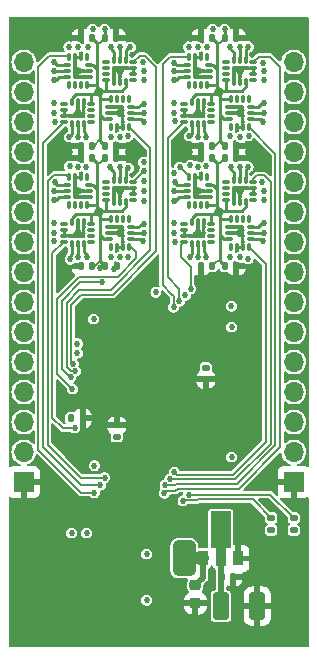
<source format=gbr>
%TF.GenerationSoftware,KiCad,Pcbnew,8.0.3-8.0.3-0~ubuntu22.04.1*%
%TF.CreationDate,2024-07-27T12:22:20+09:00*%
%TF.ProjectId,IMUModule_STM32,494d554d-6f64-4756-9c65-5f53544d3332,rev?*%
%TF.SameCoordinates,Original*%
%TF.FileFunction,Copper,L4,Bot*%
%TF.FilePolarity,Positive*%
%FSLAX46Y46*%
G04 Gerber Fmt 4.6, Leading zero omitted, Abs format (unit mm)*
G04 Created by KiCad (PCBNEW 8.0.3-8.0.3-0~ubuntu22.04.1) date 2024-07-27 12:22:20*
%MOMM*%
%LPD*%
G01*
G04 APERTURE LIST*
G04 Aperture macros list*
%AMRoundRect*
0 Rectangle with rounded corners*
0 $1 Rounding radius*
0 $2 $3 $4 $5 $6 $7 $8 $9 X,Y pos of 4 corners*
0 Add a 4 corners polygon primitive as box body*
4,1,4,$2,$3,$4,$5,$6,$7,$8,$9,$2,$3,0*
0 Add four circle primitives for the rounded corners*
1,1,$1+$1,$2,$3*
1,1,$1+$1,$4,$5*
1,1,$1+$1,$6,$7*
1,1,$1+$1,$8,$9*
0 Add four rect primitives between the rounded corners*
20,1,$1+$1,$2,$3,$4,$5,0*
20,1,$1+$1,$4,$5,$6,$7,0*
20,1,$1+$1,$6,$7,$8,$9,0*
20,1,$1+$1,$8,$9,$2,$3,0*%
%AMFreePoly0*
4,1,9,3.862500,-0.866500,0.737500,-0.866500,0.737500,-0.450000,-0.737500,-0.450000,-0.737500,0.450000,0.737500,0.450000,0.737500,0.866500,3.862500,0.866500,3.862500,-0.866500,3.862500,-0.866500,$1*%
G04 Aperture macros list end*
%TA.AperFunction,SMDPad,CuDef*%
%ADD10RoundRect,0.140000X0.140000X0.170000X-0.140000X0.170000X-0.140000X-0.170000X0.140000X-0.170000X0*%
%TD*%
%TA.AperFunction,SMDPad,CuDef*%
%ADD11RoundRect,0.087500X0.225000X0.087500X-0.225000X0.087500X-0.225000X-0.087500X0.225000X-0.087500X0*%
%TD*%
%TA.AperFunction,SMDPad,CuDef*%
%ADD12RoundRect,0.087500X0.087500X0.225000X-0.087500X0.225000X-0.087500X-0.225000X0.087500X-0.225000X0*%
%TD*%
%TA.AperFunction,SMDPad,CuDef*%
%ADD13RoundRect,0.087500X0.087500X-0.225000X0.087500X0.225000X-0.087500X0.225000X-0.087500X-0.225000X0*%
%TD*%
%TA.AperFunction,SMDPad,CuDef*%
%ADD14RoundRect,0.087500X0.225000X-0.087500X0.225000X0.087500X-0.225000X0.087500X-0.225000X-0.087500X0*%
%TD*%
%TA.AperFunction,SMDPad,CuDef*%
%ADD15RoundRect,0.140000X-0.140000X-0.170000X0.140000X-0.170000X0.140000X0.170000X-0.140000X0.170000X0*%
%TD*%
%TA.AperFunction,SMDPad,CuDef*%
%ADD16RoundRect,0.135000X-0.135000X-0.185000X0.135000X-0.185000X0.135000X0.185000X-0.135000X0.185000X0*%
%TD*%
%TA.AperFunction,SMDPad,CuDef*%
%ADD17RoundRect,0.087500X-0.225000X-0.087500X0.225000X-0.087500X0.225000X0.087500X-0.225000X0.087500X0*%
%TD*%
%TA.AperFunction,SMDPad,CuDef*%
%ADD18RoundRect,0.087500X-0.087500X-0.225000X0.087500X-0.225000X0.087500X0.225000X-0.087500X0.225000X0*%
%TD*%
%TA.AperFunction,SMDPad,CuDef*%
%ADD19RoundRect,0.135000X0.185000X-0.135000X0.185000X0.135000X-0.185000X0.135000X-0.185000X-0.135000X0*%
%TD*%
%TA.AperFunction,SMDPad,CuDef*%
%ADD20RoundRect,0.087500X-0.087500X0.225000X-0.087500X-0.225000X0.087500X-0.225000X0.087500X0.225000X0*%
%TD*%
%TA.AperFunction,SMDPad,CuDef*%
%ADD21RoundRect,0.087500X-0.225000X0.087500X-0.225000X-0.087500X0.225000X-0.087500X0.225000X0.087500X0*%
%TD*%
%TA.AperFunction,ComponentPad*%
%ADD22R,1.700000X1.700000*%
%TD*%
%TA.AperFunction,ComponentPad*%
%ADD23O,1.700000X1.700000*%
%TD*%
%TA.AperFunction,SMDPad,CuDef*%
%ADD24R,0.900000X1.300000*%
%TD*%
%TA.AperFunction,SMDPad,CuDef*%
%ADD25FreePoly0,90.000000*%
%TD*%
%TA.AperFunction,SMDPad,CuDef*%
%ADD26RoundRect,0.140000X-0.170000X0.140000X-0.170000X-0.140000X0.170000X-0.140000X0.170000X0.140000X0*%
%TD*%
%TA.AperFunction,SMDPad,CuDef*%
%ADD27RoundRect,0.140000X0.170000X-0.140000X0.170000X0.140000X-0.170000X0.140000X-0.170000X-0.140000X0*%
%TD*%
%TA.AperFunction,SMDPad,CuDef*%
%ADD28RoundRect,0.135000X-0.185000X0.135000X-0.185000X-0.135000X0.185000X-0.135000X0.185000X0.135000X0*%
%TD*%
%TA.AperFunction,SMDPad,CuDef*%
%ADD29RoundRect,0.225000X-0.250000X0.225000X-0.250000X-0.225000X0.250000X-0.225000X0.250000X0.225000X0*%
%TD*%
%TA.AperFunction,SMDPad,CuDef*%
%ADD30RoundRect,0.250000X-0.412500X-0.925000X0.412500X-0.925000X0.412500X0.925000X-0.412500X0.925000X0*%
%TD*%
%TA.AperFunction,ViaPad*%
%ADD31C,0.800000*%
%TD*%
%TA.AperFunction,ViaPad*%
%ADD32C,0.520000*%
%TD*%
%TA.AperFunction,ViaPad*%
%ADD33C,0.620000*%
%TD*%
%TA.AperFunction,Conductor*%
%ADD34C,0.250000*%
%TD*%
%TA.AperFunction,Conductor*%
%ADD35C,0.200000*%
%TD*%
%TA.AperFunction,Conductor*%
%ADD36C,1.000000*%
%TD*%
%TA.AperFunction,Conductor*%
%ADD37C,0.500000*%
%TD*%
%TA.AperFunction,Conductor*%
%ADD38C,0.150000*%
%TD*%
G04 APERTURE END LIST*
D10*
%TO.P,C36,1*%
%TO.N,GNDD*%
X19276000Y-10922000D03*
%TO.P,C36,2*%
%TO.N,+3.3V*%
X18316000Y-10922000D03*
%TD*%
D11*
%TO.P,U21,1,SDO/SA0*%
%TO.N,/IMUs/SPI_MISO21*%
X20720500Y-13982000D03*
%TO.P,U21,2,SDX*%
%TO.N,GNDD*%
X20720500Y-14482000D03*
%TO.P,U21,3,SCX*%
X20720500Y-14982000D03*
%TO.P,U21,4,INT1*%
%TO.N,unconnected-(U21-INT1-Pad4)*%
X20720500Y-15482000D03*
D12*
%TO.P,U21,5,VDDIO*%
%TO.N,+3.3V*%
X20058000Y-15644500D03*
%TO.P,U21,6,GND*%
%TO.N,GNDD*%
X19558000Y-15644500D03*
%TO.P,U21,7,GND*%
X19058000Y-15644500D03*
D11*
%TO.P,U21,8,VDD*%
%TO.N,+3.3V*%
X18395500Y-15482000D03*
%TO.P,U21,9,INT2*%
%TO.N,unconnected-(U21-INT2-Pad9)*%
X18395500Y-14982000D03*
%TO.P,U21,10,OCS_Aux*%
%TO.N,unconnected-(U21-OCS_Aux-Pad10)*%
X18395500Y-14482000D03*
%TO.P,U21,11,SDO_Aux*%
%TO.N,unconnected-(U21-SDO_Aux-Pad11)*%
X18395500Y-13982000D03*
D12*
%TO.P,U21,12,CS*%
%TO.N,/IMUs/SPI_CS*%
X19058000Y-13819500D03*
%TO.P,U21,13,SCL*%
%TO.N,/IMUs/SPI_CLK*%
X19558000Y-13819500D03*
%TO.P,U21,14,SDA*%
%TO.N,/IMUs/SPI_MOSI*%
X20058000Y-13819500D03*
%TD*%
D10*
%TO.P,C44,1*%
%TO.N,GNDD*%
X9116000Y-1778000D03*
%TO.P,C44,2*%
%TO.N,+3.3V*%
X8156000Y-1778000D03*
%TD*%
D11*
%TO.P,U25,1,SDO/SA0*%
%TO.N,/IMUs/SPI_MISO25*%
X10560500Y-13982000D03*
%TO.P,U25,2,SDX*%
%TO.N,GNDD*%
X10560500Y-14482000D03*
%TO.P,U25,3,SCX*%
X10560500Y-14982000D03*
%TO.P,U25,4,INT1*%
%TO.N,unconnected-(U25-INT1-Pad4)*%
X10560500Y-15482000D03*
D12*
%TO.P,U25,5,VDDIO*%
%TO.N,+3.3V*%
X9898000Y-15644500D03*
%TO.P,U25,6,GND*%
%TO.N,GNDD*%
X9398000Y-15644500D03*
%TO.P,U25,7,GND*%
X8898000Y-15644500D03*
D11*
%TO.P,U25,8,VDD*%
%TO.N,+3.3V*%
X8235500Y-15482000D03*
%TO.P,U25,9,INT2*%
%TO.N,unconnected-(U25-INT2-Pad9)*%
X8235500Y-14982000D03*
%TO.P,U25,10,OCS_Aux*%
%TO.N,unconnected-(U25-OCS_Aux-Pad10)*%
X8235500Y-14482000D03*
%TO.P,U25,11,SDO_Aux*%
%TO.N,unconnected-(U25-SDO_Aux-Pad11)*%
X8235500Y-13982000D03*
D12*
%TO.P,U25,12,CS*%
%TO.N,/IMUs/SPI_CS*%
X8898000Y-13819500D03*
%TO.P,U25,13,SCL*%
%TO.N,/IMUs/SPI_CLK*%
X9398000Y-13819500D03*
%TO.P,U25,14,SDA*%
%TO.N,/IMUs/SPI_MOSI*%
X9898000Y-13819500D03*
%TD*%
D10*
%TO.P,C35,1*%
%TO.N,GNDD*%
X19276000Y-1778000D03*
%TO.P,C35,2*%
%TO.N,+3.3V*%
X18316000Y-1778000D03*
%TD*%
D13*
%TO.P,U28,1,SDO/SA0*%
%TO.N,/IMUs/SPI_MISO28*%
X10148000Y-19450500D03*
%TO.P,U28,2,SDX*%
%TO.N,GNDD*%
X9648000Y-19450500D03*
%TO.P,U28,3,SCX*%
X9148000Y-19450500D03*
%TO.P,U28,4,INT1*%
%TO.N,unconnected-(U28-INT1-Pad4)*%
X8648000Y-19450500D03*
D14*
%TO.P,U28,5,VDDIO*%
%TO.N,+3.3V*%
X8485500Y-18788000D03*
%TO.P,U28,6,GND*%
%TO.N,GNDD*%
X8485500Y-18288000D03*
%TO.P,U28,7,GND*%
X8485500Y-17788000D03*
D13*
%TO.P,U28,8,VDD*%
%TO.N,+3.3V*%
X8648000Y-17125500D03*
%TO.P,U28,9,INT2*%
%TO.N,unconnected-(U28-INT2-Pad9)*%
X9148000Y-17125500D03*
%TO.P,U28,10,OCS_Aux*%
%TO.N,unconnected-(U28-OCS_Aux-Pad10)*%
X9648000Y-17125500D03*
%TO.P,U28,11,SDO_Aux*%
%TO.N,unconnected-(U28-SDO_Aux-Pad11)*%
X10148000Y-17125500D03*
D14*
%TO.P,U28,12,CS*%
%TO.N,/IMUs/SPI_CS*%
X10310500Y-17788000D03*
%TO.P,U28,13,SCL*%
%TO.N,/IMUs/SPI_CLK*%
X10310500Y-18288000D03*
%TO.P,U28,14,SDA*%
%TO.N,/IMUs/SPI_MOSI*%
X10310500Y-18788000D03*
%TD*%
D10*
%TO.P,C43,1*%
%TO.N,GNDD*%
X9116000Y-10922000D03*
%TO.P,C43,2*%
%TO.N,+3.3V*%
X8156000Y-10922000D03*
%TD*%
D15*
%TO.P,C47,1*%
%TO.N,GNDD*%
X6124000Y-21082000D03*
%TO.P,C47,2*%
%TO.N,+3.3V*%
X7084000Y-21082000D03*
%TD*%
D11*
%TO.P,U29,1,SDO/SA0*%
%TO.N,/IMUs/SPI_MISO29*%
X10560500Y-3822000D03*
%TO.P,U29,2,SDX*%
%TO.N,GNDD*%
X10560500Y-4322000D03*
%TO.P,U29,3,SCX*%
X10560500Y-4822000D03*
%TO.P,U29,4,INT1*%
%TO.N,unconnected-(U29-INT1-Pad4)*%
X10560500Y-5322000D03*
D12*
%TO.P,U29,5,VDDIO*%
%TO.N,+3.3V*%
X9898000Y-5484500D03*
%TO.P,U29,6,GND*%
%TO.N,GNDD*%
X9398000Y-5484500D03*
%TO.P,U29,7,GND*%
X8898000Y-5484500D03*
D11*
%TO.P,U29,8,VDD*%
%TO.N,+3.3V*%
X8235500Y-5322000D03*
%TO.P,U29,9,INT2*%
%TO.N,unconnected-(U29-INT2-Pad9)*%
X8235500Y-4822000D03*
%TO.P,U29,10,OCS_Aux*%
%TO.N,unconnected-(U29-OCS_Aux-Pad10)*%
X8235500Y-4322000D03*
%TO.P,U29,11,SDO_Aux*%
%TO.N,unconnected-(U29-SDO_Aux-Pad11)*%
X8235500Y-3822000D03*
D12*
%TO.P,U29,12,CS*%
%TO.N,/IMUs/SPI_CS*%
X8898000Y-3659500D03*
%TO.P,U29,13,SCL*%
%TO.N,/IMUs/SPI_CLK*%
X9398000Y-3659500D03*
%TO.P,U29,14,SDA*%
%TO.N,/IMUs/SPI_MOSI*%
X9898000Y-3659500D03*
%TD*%
D16*
%TO.P,R1,1*%
%TO.N,Net-(U33-PB8)*%
X5230400Y-33985200D03*
%TO.P,R1,2*%
%TO.N,GNDD*%
X6250400Y-33985200D03*
%TD*%
D15*
%TO.P,C39,1*%
%TO.N,GNDD*%
X16284000Y-21082000D03*
%TO.P,C39,2*%
%TO.N,+3.3V*%
X17244000Y-21082000D03*
%TD*%
D17*
%TO.P,U19,1,SDO/SA0*%
%TO.N,/IMUs/SPI_MISO19*%
X14839500Y-8878000D03*
%TO.P,U19,2,SDX*%
%TO.N,GNDD*%
X14839500Y-8378000D03*
%TO.P,U19,3,SCX*%
X14839500Y-7878000D03*
%TO.P,U19,4,INT1*%
%TO.N,unconnected-(U19-INT1-Pad4)*%
X14839500Y-7378000D03*
D18*
%TO.P,U19,5,VDDIO*%
%TO.N,+3.3V*%
X15502000Y-7215500D03*
%TO.P,U19,6,GND*%
%TO.N,GNDD*%
X16002000Y-7215500D03*
%TO.P,U19,7,GND*%
X16502000Y-7215500D03*
D17*
%TO.P,U19,8,VDD*%
%TO.N,+3.3V*%
X17164500Y-7378000D03*
%TO.P,U19,9,INT2*%
%TO.N,unconnected-(U19-INT2-Pad9)*%
X17164500Y-7878000D03*
%TO.P,U19,10,OCS_Aux*%
%TO.N,unconnected-(U19-OCS_Aux-Pad10)*%
X17164500Y-8378000D03*
%TO.P,U19,11,SDO_Aux*%
%TO.N,unconnected-(U19-SDO_Aux-Pad11)*%
X17164500Y-8878000D03*
D18*
%TO.P,U19,12,CS*%
%TO.N,/IMUs/SPI_CS*%
X16502000Y-9040500D03*
%TO.P,U19,13,SCL*%
%TO.N,/IMUs/SPI_CLK*%
X16002000Y-9040500D03*
%TO.P,U19,14,SDA*%
%TO.N,/IMUs/SPI_MOSI*%
X15502000Y-9040500D03*
%TD*%
D10*
%TO.P,C37,1*%
%TO.N,GNDD*%
X19276000Y-21082000D03*
%TO.P,C37,2*%
%TO.N,+3.3V*%
X18316000Y-21082000D03*
%TD*%
D19*
%TO.P,R10,1*%
%TO.N,Net-(D3-A)*%
X22225000Y-43436000D03*
%TO.P,R10,2*%
%TO.N,Net-(U33-PA0)*%
X22225000Y-42416000D03*
%TD*%
D20*
%TO.P,U30,1,SDO/SA0*%
%TO.N,/IMUs/SPI_MISO30*%
X5092000Y-3409500D03*
%TO.P,U30,2,SDX*%
%TO.N,GNDD*%
X5592000Y-3409500D03*
%TO.P,U30,3,SCX*%
X6092000Y-3409500D03*
%TO.P,U30,4,INT1*%
%TO.N,unconnected-(U30-INT1-Pad4)*%
X6592000Y-3409500D03*
D21*
%TO.P,U30,5,VDDIO*%
%TO.N,+3.3V*%
X6754500Y-4072000D03*
%TO.P,U30,6,GND*%
%TO.N,GNDD*%
X6754500Y-4572000D03*
%TO.P,U30,7,GND*%
X6754500Y-5072000D03*
D20*
%TO.P,U30,8,VDD*%
%TO.N,+3.3V*%
X6592000Y-5734500D03*
%TO.P,U30,9,INT2*%
%TO.N,unconnected-(U30-INT2-Pad9)*%
X6092000Y-5734500D03*
%TO.P,U30,10,OCS_Aux*%
%TO.N,unconnected-(U30-OCS_Aux-Pad10)*%
X5592000Y-5734500D03*
%TO.P,U30,11,SDO_Aux*%
%TO.N,unconnected-(U30-SDO_Aux-Pad11)*%
X5092000Y-5734500D03*
D21*
%TO.P,U30,12,CS*%
%TO.N,/IMUs/SPI_CS*%
X4929500Y-5072000D03*
%TO.P,U30,13,SCL*%
%TO.N,/IMUs/SPI_CLK*%
X4929500Y-4572000D03*
%TO.P,U30,14,SDA*%
%TO.N,/IMUs/SPI_MOSI*%
X4929500Y-4072000D03*
%TD*%
D10*
%TO.P,C46,1*%
%TO.N,GNDD*%
X9116000Y-11938000D03*
%TO.P,C46,2*%
%TO.N,+3.3V*%
X8156000Y-11938000D03*
%TD*%
D22*
%TO.P,J3,1,Pin_1*%
%TO.N,GNDD*%
X1270000Y-39370000D03*
D23*
%TO.P,J3,2,Pin_2*%
%TO.N,unconnected-(J3-Pin_2-Pad2)*%
X1270000Y-36830000D03*
%TO.P,J3,3,Pin_3*%
%TO.N,unconnected-(J3-Pin_3-Pad3)*%
X1270000Y-34290000D03*
%TO.P,J3,4,Pin_4*%
%TO.N,/MCU/T_NRST*%
X1270000Y-31750000D03*
%TO.P,J3,5,Pin_5*%
%TO.N,/MCU/T_VCP_RX*%
X1270000Y-29210000D03*
%TO.P,J3,6,Pin_6*%
%TO.N,/MCU/T_VCP_TX*%
X1270000Y-26670000D03*
%TO.P,J3,7,Pin_7*%
%TO.N,/MCU/T_SWDIO*%
X1270000Y-24130000D03*
%TO.P,J3,8,Pin_8*%
%TO.N,/MCU/T_SWCLK*%
X1270000Y-21590000D03*
%TO.P,J3,9,Pin_9*%
%TO.N,unconnected-(J3-Pin_9-Pad9)*%
X1270000Y-19050000D03*
%TO.P,J3,10,Pin_10*%
%TO.N,unconnected-(J3-Pin_10-Pad10)*%
X1270000Y-16510000D03*
%TO.P,J3,11,Pin_11*%
%TO.N,unconnected-(J3-Pin_11-Pad11)*%
X1270000Y-13970000D03*
%TO.P,J3,12,Pin_12*%
%TO.N,unconnected-(J3-Pin_12-Pad12)*%
X1270000Y-11430000D03*
%TO.P,J3,13,Pin_13*%
%TO.N,unconnected-(J3-Pin_13-Pad13)*%
X1270000Y-8890000D03*
%TO.P,J3,14,Pin_14*%
%TO.N,unconnected-(J3-Pin_14-Pad14)*%
X1270000Y-6350000D03*
%TO.P,J3,15,Pin_15*%
%TO.N,unconnected-(J3-Pin_15-Pad15)*%
X1270000Y-3810000D03*
%TD*%
D20*
%TO.P,U22,1,SDO/SA0*%
%TO.N,/IMUs/SPI_MISO22*%
X15252000Y-13569500D03*
%TO.P,U22,2,SDX*%
%TO.N,GNDD*%
X15752000Y-13569500D03*
%TO.P,U22,3,SCX*%
X16252000Y-13569500D03*
%TO.P,U22,4,INT1*%
%TO.N,unconnected-(U22-INT1-Pad4)*%
X16752000Y-13569500D03*
D21*
%TO.P,U22,5,VDDIO*%
%TO.N,+3.3V*%
X16914500Y-14232000D03*
%TO.P,U22,6,GND*%
%TO.N,GNDD*%
X16914500Y-14732000D03*
%TO.P,U22,7,GND*%
X16914500Y-15232000D03*
D20*
%TO.P,U22,8,VDD*%
%TO.N,+3.3V*%
X16752000Y-15894500D03*
%TO.P,U22,9,INT2*%
%TO.N,unconnected-(U22-INT2-Pad9)*%
X16252000Y-15894500D03*
%TO.P,U22,10,OCS_Aux*%
%TO.N,unconnected-(U22-OCS_Aux-Pad10)*%
X15752000Y-15894500D03*
%TO.P,U22,11,SDO_Aux*%
%TO.N,unconnected-(U22-SDO_Aux-Pad11)*%
X15252000Y-15894500D03*
D21*
%TO.P,U22,12,CS*%
%TO.N,/IMUs/SPI_CS*%
X15089500Y-15232000D03*
%TO.P,U22,13,SCL*%
%TO.N,/IMUs/SPI_CLK*%
X15089500Y-14732000D03*
%TO.P,U22,14,SDA*%
%TO.N,/IMUs/SPI_MOSI*%
X15089500Y-14232000D03*
%TD*%
D17*
%TO.P,U27,1,SDO/SA0*%
%TO.N,/IMUs/SPI_MISO27*%
X4679500Y-19038000D03*
%TO.P,U27,2,SDX*%
%TO.N,GNDD*%
X4679500Y-18538000D03*
%TO.P,U27,3,SCX*%
X4679500Y-18038000D03*
%TO.P,U27,4,INT1*%
%TO.N,unconnected-(U27-INT1-Pad4)*%
X4679500Y-17538000D03*
D18*
%TO.P,U27,5,VDDIO*%
%TO.N,+3.3V*%
X5342000Y-17375500D03*
%TO.P,U27,6,GND*%
%TO.N,GNDD*%
X5842000Y-17375500D03*
%TO.P,U27,7,GND*%
X6342000Y-17375500D03*
D17*
%TO.P,U27,8,VDD*%
%TO.N,+3.3V*%
X7004500Y-17538000D03*
%TO.P,U27,9,INT2*%
%TO.N,unconnected-(U27-INT2-Pad9)*%
X7004500Y-18038000D03*
%TO.P,U27,10,OCS_Aux*%
%TO.N,unconnected-(U27-OCS_Aux-Pad10)*%
X7004500Y-18538000D03*
%TO.P,U27,11,SDO_Aux*%
%TO.N,unconnected-(U27-SDO_Aux-Pad11)*%
X7004500Y-19038000D03*
D18*
%TO.P,U27,12,CS*%
%TO.N,/IMUs/SPI_CS*%
X6342000Y-19200500D03*
%TO.P,U27,13,SCL*%
%TO.N,/IMUs/SPI_CLK*%
X5842000Y-19200500D03*
%TO.P,U27,14,SDA*%
%TO.N,/IMUs/SPI_MOSI*%
X5342000Y-19200500D03*
%TD*%
D24*
%TO.P,U34,1,GND*%
%TO.N,GNDD*%
X19432400Y-45846000D03*
D25*
%TO.P,U34,2,VI*%
%TO.N,+5V*%
X17932400Y-45758500D03*
D24*
%TO.P,U34,3,VO*%
%TO.N,+3.3V*%
X16432400Y-45846000D03*
%TD*%
D15*
%TO.P,C40,1*%
%TO.N,GNDD*%
X16284000Y-11938000D03*
%TO.P,C40,2*%
%TO.N,+3.3V*%
X17244000Y-11938000D03*
%TD*%
D17*
%TO.P,U31,1,SDO/SA0*%
%TO.N,/IMUs/SPI_MISO31*%
X4679500Y-8878000D03*
%TO.P,U31,2,SDX*%
%TO.N,GNDD*%
X4679500Y-8378000D03*
%TO.P,U31,3,SCX*%
X4679500Y-7878000D03*
%TO.P,U31,4,INT1*%
%TO.N,unconnected-(U31-INT1-Pad4)*%
X4679500Y-7378000D03*
D18*
%TO.P,U31,5,VDDIO*%
%TO.N,+3.3V*%
X5342000Y-7215500D03*
%TO.P,U31,6,GND*%
%TO.N,GNDD*%
X5842000Y-7215500D03*
%TO.P,U31,7,GND*%
X6342000Y-7215500D03*
D17*
%TO.P,U31,8,VDD*%
%TO.N,+3.3V*%
X7004500Y-7378000D03*
%TO.P,U31,9,INT2*%
%TO.N,unconnected-(U31-INT2-Pad9)*%
X7004500Y-7878000D03*
%TO.P,U31,10,OCS_Aux*%
%TO.N,unconnected-(U31-OCS_Aux-Pad10)*%
X7004500Y-8378000D03*
%TO.P,U31,11,SDO_Aux*%
%TO.N,unconnected-(U31-SDO_Aux-Pad11)*%
X7004500Y-8878000D03*
D18*
%TO.P,U31,12,CS*%
%TO.N,/IMUs/SPI_CS*%
X6342000Y-9040500D03*
%TO.P,U31,13,SCL*%
%TO.N,/IMUs/SPI_CLK*%
X5842000Y-9040500D03*
%TO.P,U31,14,SDA*%
%TO.N,/IMUs/SPI_MOSI*%
X5342000Y-9040500D03*
%TD*%
D13*
%TO.P,U24,1,SDO/SA0*%
%TO.N,/IMUs/SPI_MISO24*%
X20308000Y-19450500D03*
%TO.P,U24,2,SDX*%
%TO.N,GNDD*%
X19808000Y-19450500D03*
%TO.P,U24,3,SCX*%
X19308000Y-19450500D03*
%TO.P,U24,4,INT1*%
%TO.N,unconnected-(U24-INT1-Pad4)*%
X18808000Y-19450500D03*
D14*
%TO.P,U24,5,VDDIO*%
%TO.N,+3.3V*%
X18645500Y-18788000D03*
%TO.P,U24,6,GND*%
%TO.N,GNDD*%
X18645500Y-18288000D03*
%TO.P,U24,7,GND*%
X18645500Y-17788000D03*
D13*
%TO.P,U24,8,VDD*%
%TO.N,+3.3V*%
X18808000Y-17125500D03*
%TO.P,U24,9,INT2*%
%TO.N,unconnected-(U24-INT2-Pad9)*%
X19308000Y-17125500D03*
%TO.P,U24,10,OCS_Aux*%
%TO.N,unconnected-(U24-OCS_Aux-Pad10)*%
X19808000Y-17125500D03*
%TO.P,U24,11,SDO_Aux*%
%TO.N,unconnected-(U24-SDO_Aux-Pad11)*%
X20308000Y-17125500D03*
D14*
%TO.P,U24,12,CS*%
%TO.N,/IMUs/SPI_CS*%
X20470500Y-17788000D03*
%TO.P,U24,13,SCL*%
%TO.N,/IMUs/SPI_CLK*%
X20470500Y-18288000D03*
%TO.P,U24,14,SDA*%
%TO.N,/IMUs/SPI_MOSI*%
X20470500Y-18788000D03*
%TD*%
D26*
%TO.P,C7,1*%
%TO.N,GNDD*%
X9144000Y-34572000D03*
%TO.P,C7,2*%
%TO.N,+3.3V*%
X9144000Y-35532000D03*
%TD*%
D15*
%TO.P,C41,1*%
%TO.N,GNDD*%
X6124000Y-1778000D03*
%TO.P,C41,2*%
%TO.N,+3.3V*%
X7084000Y-1778000D03*
%TD*%
D10*
%TO.P,C45,1*%
%TO.N,GNDD*%
X9144000Y-21082000D03*
%TO.P,C45,2*%
%TO.N,+3.3V*%
X8184000Y-21082000D03*
%TD*%
D27*
%TO.P,C8,1*%
%TO.N,GNDD*%
X16662400Y-30678000D03*
%TO.P,C8,2*%
%TO.N,+3.3V*%
X16662400Y-29718000D03*
%TD*%
D15*
%TO.P,C34,1*%
%TO.N,GNDD*%
X16284000Y-10922000D03*
%TO.P,C34,2*%
%TO.N,+3.3V*%
X17244000Y-10922000D03*
%TD*%
%TO.P,C33,1*%
%TO.N,GNDD*%
X16284000Y-1778000D03*
%TO.P,C33,2*%
%TO.N,+3.3V*%
X17244000Y-1778000D03*
%TD*%
%TO.P,C17,1*%
%TO.N,+5V*%
X18039200Y-47396400D03*
%TO.P,C17,2*%
%TO.N,GNDD*%
X18999200Y-47396400D03*
%TD*%
D10*
%TO.P,C38,1*%
%TO.N,GNDD*%
X19276000Y-11938000D03*
%TO.P,C38,2*%
%TO.N,+3.3V*%
X18316000Y-11938000D03*
%TD*%
D11*
%TO.P,U17,1,SDO/SA0*%
%TO.N,/IMUs/SPI_MISO17*%
X20720500Y-3822000D03*
%TO.P,U17,2,SDX*%
%TO.N,GNDD*%
X20720500Y-4322000D03*
%TO.P,U17,3,SCX*%
X20720500Y-4822000D03*
%TO.P,U17,4,INT1*%
%TO.N,unconnected-(U17-INT1-Pad4)*%
X20720500Y-5322000D03*
D12*
%TO.P,U17,5,VDDIO*%
%TO.N,+3.3V*%
X20058000Y-5484500D03*
%TO.P,U17,6,GND*%
%TO.N,GNDD*%
X19558000Y-5484500D03*
%TO.P,U17,7,GND*%
X19058000Y-5484500D03*
D11*
%TO.P,U17,8,VDD*%
%TO.N,+3.3V*%
X18395500Y-5322000D03*
%TO.P,U17,9,INT2*%
%TO.N,unconnected-(U17-INT2-Pad9)*%
X18395500Y-4822000D03*
%TO.P,U17,10,OCS_Aux*%
%TO.N,unconnected-(U17-OCS_Aux-Pad10)*%
X18395500Y-4322000D03*
%TO.P,U17,11,SDO_Aux*%
%TO.N,unconnected-(U17-SDO_Aux-Pad11)*%
X18395500Y-3822000D03*
D12*
%TO.P,U17,12,CS*%
%TO.N,/IMUs/SPI_CS*%
X19058000Y-3659500D03*
%TO.P,U17,13,SCL*%
%TO.N,/IMUs/SPI_CLK*%
X19558000Y-3659500D03*
%TO.P,U17,14,SDA*%
%TO.N,/IMUs/SPI_MOSI*%
X20058000Y-3659500D03*
%TD*%
D22*
%TO.P,J4,1,Pin_1*%
%TO.N,GNDD*%
X24130000Y-39370000D03*
D23*
%TO.P,J4,2,Pin_2*%
%TO.N,+5V*%
X24130000Y-36830000D03*
%TO.P,J4,3,Pin_3*%
%TO.N,+3.3V*%
X24130000Y-34290000D03*
%TO.P,J4,4,Pin_4*%
%TO.N,/MCU/MSPI_CS*%
X24130000Y-31750000D03*
%TO.P,J4,5,Pin_5*%
%TO.N,/MCU/MSPI_CLK*%
X24130000Y-29210000D03*
%TO.P,J4,6,Pin_6*%
%TO.N,/MCU/MSPI_MISO*%
X24130000Y-26670000D03*
%TO.P,J4,7,Pin_7*%
%TO.N,/MCU/MSPI_MOSI*%
X24130000Y-24130000D03*
%TO.P,J4,8,Pin_8*%
%TO.N,unconnected-(J4-Pin_8-Pad8)*%
X24130000Y-21590000D03*
%TO.P,J4,9,Pin_9*%
%TO.N,unconnected-(J4-Pin_9-Pad9)*%
X24130000Y-19050000D03*
%TO.P,J4,10,Pin_10*%
%TO.N,unconnected-(J4-Pin_10-Pad10)*%
X24130000Y-16510000D03*
%TO.P,J4,11,Pin_11*%
%TO.N,unconnected-(J4-Pin_11-Pad11)*%
X24130000Y-13970000D03*
%TO.P,J4,12,Pin_12*%
%TO.N,unconnected-(J4-Pin_12-Pad12)*%
X24130000Y-11430000D03*
%TO.P,J4,13,Pin_13*%
%TO.N,unconnected-(J4-Pin_13-Pad13)*%
X24130000Y-8890000D03*
%TO.P,J4,14,Pin_14*%
%TO.N,unconnected-(J4-Pin_14-Pad14)*%
X24130000Y-6350000D03*
%TO.P,J4,15,Pin_15*%
%TO.N,unconnected-(J4-Pin_15-Pad15)*%
X24130000Y-3810000D03*
%TD*%
D20*
%TO.P,U26,1,SDO/SA0*%
%TO.N,/IMUs/SPI_MISO26*%
X5092000Y-13569500D03*
%TO.P,U26,2,SDX*%
%TO.N,GNDD*%
X5592000Y-13569500D03*
%TO.P,U26,3,SCX*%
X6092000Y-13569500D03*
%TO.P,U26,4,INT1*%
%TO.N,unconnected-(U26-INT1-Pad4)*%
X6592000Y-13569500D03*
D21*
%TO.P,U26,5,VDDIO*%
%TO.N,+3.3V*%
X6754500Y-14232000D03*
%TO.P,U26,6,GND*%
%TO.N,GNDD*%
X6754500Y-14732000D03*
%TO.P,U26,7,GND*%
X6754500Y-15232000D03*
D20*
%TO.P,U26,8,VDD*%
%TO.N,+3.3V*%
X6592000Y-15894500D03*
%TO.P,U26,9,INT2*%
%TO.N,unconnected-(U26-INT2-Pad9)*%
X6092000Y-15894500D03*
%TO.P,U26,10,OCS_Aux*%
%TO.N,unconnected-(U26-OCS_Aux-Pad10)*%
X5592000Y-15894500D03*
%TO.P,U26,11,SDO_Aux*%
%TO.N,unconnected-(U26-SDO_Aux-Pad11)*%
X5092000Y-15894500D03*
D21*
%TO.P,U26,12,CS*%
%TO.N,/IMUs/SPI_CS*%
X4929500Y-15232000D03*
%TO.P,U26,13,SCL*%
%TO.N,/IMUs/SPI_CLK*%
X4929500Y-14732000D03*
%TO.P,U26,14,SDA*%
%TO.N,/IMUs/SPI_MOSI*%
X4929500Y-14232000D03*
%TD*%
D15*
%TO.P,C42,1*%
%TO.N,GNDD*%
X6124000Y-10922000D03*
%TO.P,C42,2*%
%TO.N,+3.3V*%
X7084000Y-10922000D03*
%TD*%
D28*
%TO.P,R9,1*%
%TO.N,Net-(U33-PA1)*%
X24130000Y-42416000D03*
%TO.P,R9,2*%
%TO.N,Net-(D2-A)*%
X24130000Y-43436000D03*
%TD*%
D13*
%TO.P,U20,1,SDO/SA0*%
%TO.N,/IMUs/SPI_MISO20*%
X20308000Y-9290500D03*
%TO.P,U20,2,SDX*%
%TO.N,GNDD*%
X19808000Y-9290500D03*
%TO.P,U20,3,SCX*%
X19308000Y-9290500D03*
%TO.P,U20,4,INT1*%
%TO.N,unconnected-(U20-INT1-Pad4)*%
X18808000Y-9290500D03*
D14*
%TO.P,U20,5,VDDIO*%
%TO.N,+3.3V*%
X18645500Y-8628000D03*
%TO.P,U20,6,GND*%
%TO.N,GNDD*%
X18645500Y-8128000D03*
%TO.P,U20,7,GND*%
X18645500Y-7628000D03*
D13*
%TO.P,U20,8,VDD*%
%TO.N,+3.3V*%
X18808000Y-6965500D03*
%TO.P,U20,9,INT2*%
%TO.N,unconnected-(U20-INT2-Pad9)*%
X19308000Y-6965500D03*
%TO.P,U20,10,OCS_Aux*%
%TO.N,unconnected-(U20-OCS_Aux-Pad10)*%
X19808000Y-6965500D03*
%TO.P,U20,11,SDO_Aux*%
%TO.N,unconnected-(U20-SDO_Aux-Pad11)*%
X20308000Y-6965500D03*
D14*
%TO.P,U20,12,CS*%
%TO.N,/IMUs/SPI_CS*%
X20470500Y-7628000D03*
%TO.P,U20,13,SCL*%
%TO.N,/IMUs/SPI_CLK*%
X20470500Y-8128000D03*
%TO.P,U20,14,SDA*%
%TO.N,/IMUs/SPI_MOSI*%
X20470500Y-8628000D03*
%TD*%
D15*
%TO.P,C48,1*%
%TO.N,GNDD*%
X6124000Y-11938000D03*
%TO.P,C48,2*%
%TO.N,+3.3V*%
X7084000Y-11938000D03*
%TD*%
D17*
%TO.P,U23,1,SDO/SA0*%
%TO.N,/IMUs/SPI_MISO23*%
X14839500Y-19027000D03*
%TO.P,U23,2,SDX*%
%TO.N,GNDD*%
X14839500Y-18527000D03*
%TO.P,U23,3,SCX*%
X14839500Y-18027000D03*
%TO.P,U23,4,INT1*%
%TO.N,unconnected-(U23-INT1-Pad4)*%
X14839500Y-17527000D03*
D18*
%TO.P,U23,5,VDDIO*%
%TO.N,+3.3V*%
X15502000Y-17364500D03*
%TO.P,U23,6,GND*%
%TO.N,GNDD*%
X16002000Y-17364500D03*
%TO.P,U23,7,GND*%
X16502000Y-17364500D03*
D17*
%TO.P,U23,8,VDD*%
%TO.N,+3.3V*%
X17164500Y-17527000D03*
%TO.P,U23,9,INT2*%
%TO.N,unconnected-(U23-INT2-Pad9)*%
X17164500Y-18027000D03*
%TO.P,U23,10,OCS_Aux*%
%TO.N,unconnected-(U23-OCS_Aux-Pad10)*%
X17164500Y-18527000D03*
%TO.P,U23,11,SDO_Aux*%
%TO.N,unconnected-(U23-SDO_Aux-Pad11)*%
X17164500Y-19027000D03*
D18*
%TO.P,U23,12,CS*%
%TO.N,/IMUs/SPI_CS*%
X16502000Y-19189500D03*
%TO.P,U23,13,SCL*%
%TO.N,/IMUs/SPI_CLK*%
X16002000Y-19189500D03*
%TO.P,U23,14,SDA*%
%TO.N,/IMUs/SPI_MOSI*%
X15502000Y-19189500D03*
%TD*%
D29*
%TO.P,C16,1*%
%TO.N,+3.3V*%
X15798800Y-48094600D03*
%TO.P,C16,2*%
%TO.N,GNDD*%
X15798800Y-49644600D03*
%TD*%
D13*
%TO.P,U32,1,SDO/SA0*%
%TO.N,/IMUs/SPI_MISO32*%
X10148000Y-9290500D03*
%TO.P,U32,2,SDX*%
%TO.N,GNDD*%
X9648000Y-9290500D03*
%TO.P,U32,3,SCX*%
X9148000Y-9290500D03*
%TO.P,U32,4,INT1*%
%TO.N,unconnected-(U32-INT1-Pad4)*%
X8648000Y-9290500D03*
D14*
%TO.P,U32,5,VDDIO*%
%TO.N,+3.3V*%
X8485500Y-8628000D03*
%TO.P,U32,6,GND*%
%TO.N,GNDD*%
X8485500Y-8128000D03*
%TO.P,U32,7,GND*%
X8485500Y-7628000D03*
D13*
%TO.P,U32,8,VDD*%
%TO.N,+3.3V*%
X8648000Y-6965500D03*
%TO.P,U32,9,INT2*%
%TO.N,unconnected-(U32-INT2-Pad9)*%
X9148000Y-6965500D03*
%TO.P,U32,10,OCS_Aux*%
%TO.N,unconnected-(U32-OCS_Aux-Pad10)*%
X9648000Y-6965500D03*
%TO.P,U32,11,SDO_Aux*%
%TO.N,unconnected-(U32-SDO_Aux-Pad11)*%
X10148000Y-6965500D03*
D14*
%TO.P,U32,12,CS*%
%TO.N,/IMUs/SPI_CS*%
X10310500Y-7628000D03*
%TO.P,U32,13,SCL*%
%TO.N,/IMUs/SPI_CLK*%
X10310500Y-8128000D03*
%TO.P,U32,14,SDA*%
%TO.N,/IMUs/SPI_MOSI*%
X10310500Y-8628000D03*
%TD*%
D30*
%TO.P,C32,1*%
%TO.N,+5V*%
X17969700Y-49885600D03*
%TO.P,C32,2*%
%TO.N,GNDD*%
X21044700Y-49885600D03*
%TD*%
D20*
%TO.P,U18,1,SDO/SA0*%
%TO.N,/IMUs/SPI_MISO18*%
X15252000Y-3409500D03*
%TO.P,U18,2,SDX*%
%TO.N,GNDD*%
X15752000Y-3409500D03*
%TO.P,U18,3,SCX*%
X16252000Y-3409500D03*
%TO.P,U18,4,INT1*%
%TO.N,unconnected-(U18-INT1-Pad4)*%
X16752000Y-3409500D03*
D21*
%TO.P,U18,5,VDDIO*%
%TO.N,+3.3V*%
X16914500Y-4072000D03*
%TO.P,U18,6,GND*%
%TO.N,GNDD*%
X16914500Y-4572000D03*
%TO.P,U18,7,GND*%
X16914500Y-5072000D03*
D20*
%TO.P,U18,8,VDD*%
%TO.N,+3.3V*%
X16752000Y-5734500D03*
%TO.P,U18,9,INT2*%
%TO.N,unconnected-(U18-INT2-Pad9)*%
X16252000Y-5734500D03*
%TO.P,U18,10,OCS_Aux*%
%TO.N,unconnected-(U18-OCS_Aux-Pad10)*%
X15752000Y-5734500D03*
%TO.P,U18,11,SDO_Aux*%
%TO.N,unconnected-(U18-SDO_Aux-Pad11)*%
X15252000Y-5734500D03*
D21*
%TO.P,U18,12,CS*%
%TO.N,/IMUs/SPI_CS*%
X15089500Y-5072000D03*
%TO.P,U18,13,SCL*%
%TO.N,/IMUs/SPI_CLK*%
X15089500Y-4572000D03*
%TO.P,U18,14,SDA*%
%TO.N,/IMUs/SPI_MOSI*%
X15089500Y-4072000D03*
%TD*%
D31*
%TO.N,GNDD*%
X8890000Y-27940000D03*
X20955000Y-46990000D03*
D32*
X18202589Y-25568589D03*
D31*
X16510000Y-35560000D03*
D32*
X12446000Y-42672000D03*
X10668000Y-10922000D03*
D31*
X17475200Y-24841200D03*
D32*
X4572000Y-11938000D03*
X19304000Y-21082000D03*
X10668000Y-11938000D03*
D33*
X16002000Y-4572000D03*
D32*
X9906000Y-1016000D03*
X18202589Y-37931411D03*
D33*
X9398000Y-4572000D03*
D31*
X20955000Y-45720000D03*
D33*
X5842000Y-8128000D03*
X4445000Y-21590000D03*
D32*
X11938000Y-41656000D03*
D33*
X9398000Y-18288000D03*
D32*
X9906000Y-42672000D03*
X20828000Y-10922000D03*
X5334000Y-1016000D03*
D31*
X20955000Y-44450000D03*
D33*
X5842000Y-14732000D03*
D32*
X8890000Y-21336000D03*
X14732000Y-10922000D03*
X6518589Y-26247411D03*
X16662400Y-30678000D03*
D33*
X16002000Y-18288000D03*
X9398000Y-14732000D03*
D31*
X1270000Y-41910000D03*
D32*
X10414000Y-40640000D03*
D31*
X12700000Y-2540000D03*
D32*
X6477000Y-37211000D03*
X14732000Y-11938000D03*
X20828000Y-11938000D03*
D33*
X16002000Y-8128000D03*
D32*
X4572000Y-10922000D03*
D33*
X16002000Y-14732000D03*
X19558000Y-18288000D03*
D31*
X20066000Y-23164800D03*
D33*
X5842000Y-4572000D03*
X19558000Y-14732000D03*
X9398000Y-8128000D03*
D31*
X16510000Y-27940000D03*
D33*
X19558000Y-8128000D03*
X19558000Y-4572000D03*
X5842000Y-18288000D03*
D32*
X9144000Y-34544000D03*
D31*
%TO.N,+3.3V*%
X15341600Y-46837600D03*
X14376400Y-46837600D03*
X14376400Y-45821600D03*
D32*
X18288000Y-11938000D03*
D31*
X15341600Y-44805600D03*
X15341600Y-45821600D03*
D32*
X17272000Y-1016000D03*
X8128000Y-11938000D03*
D31*
X17780000Y-6350000D03*
D32*
X7197411Y-25568589D03*
X17272000Y-10922000D03*
X7239000Y-37973000D03*
X18288000Y-1016000D03*
X7763000Y-21234400D03*
D31*
X14376400Y-44805600D03*
X7620000Y-6350000D03*
D32*
X8128000Y-1016000D03*
X18881411Y-37252589D03*
X16662400Y-29718000D03*
X7112000Y-10922000D03*
D31*
X7620000Y-16510000D03*
X17780000Y-16510000D03*
D32*
X7112000Y-1016000D03*
X9144000Y-35560000D03*
X18288000Y-21082000D03*
X18881411Y-26247411D03*
D31*
%TO.N,+5V*%
X17932400Y-45758500D03*
D32*
%TO.N,/IMUs/SPI_MISO5*%
X13970000Y-13208000D03*
X18846800Y-24485600D03*
%TO.N,/IMUs/SPI_MISO10*%
X12450000Y-23317200D03*
X11430000Y-12293600D03*
%TO.N,Net-(D2-A)*%
X24130000Y-43436000D03*
%TO.N,Net-(D3-A)*%
X22225000Y-43436000D03*
%TO.N,/IMUs/SPI_MOSI*%
X5156200Y-12649200D03*
X20320000Y-10033000D03*
X5207000Y-20523200D03*
X5130800Y-10160000D03*
X14046200Y-8839200D03*
X11366500Y-18986500D03*
X3924300Y-8877300D03*
X3898900Y-14008100D03*
X14020800Y-3886200D03*
X11328400Y-3835400D03*
X15278100Y-10071100D03*
X10121900Y-12788900D03*
X14058900Y-14008100D03*
X10287000Y-2540000D03*
X5089769Y-2530231D03*
X20294600Y-2514600D03*
X21513800Y-3860800D03*
X3835400Y-18999200D03*
X15316200Y-20320000D03*
X11430000Y-8864600D03*
X14058900Y-19011900D03*
X10134600Y-20320000D03*
X15367000Y-12547600D03*
X11430000Y-13868400D03*
X20269200Y-12674600D03*
X3810000Y-3810000D03*
X21450300Y-13957300D03*
X20269200Y-20472400D03*
X15234137Y-2514600D03*
X10096500Y-10096500D03*
X21501100Y-8851900D03*
X21539200Y-18973800D03*
%TO.N,/IMUs/SPI_CS*%
X16738600Y-10134600D03*
X13970000Y-15544800D03*
X3810000Y-17475200D03*
X11430000Y-17526000D03*
X6731000Y-2540000D03*
X18745200Y-20320000D03*
X18745200Y-2540000D03*
X6578600Y-12707260D03*
X18821400Y-12700000D03*
X11430000Y-15595600D03*
X16738600Y-12598400D03*
X16814800Y-2540000D03*
X11430000Y-7340600D03*
X21590000Y-17475200D03*
X3810000Y-7315200D03*
X8654141Y-10160000D03*
X6585859Y-20320000D03*
X16738600Y-20320000D03*
X21590000Y-15494000D03*
X13970000Y-17475200D03*
X11430000Y-5334000D03*
X13995400Y-5308600D03*
X8686800Y-20320000D03*
X8559800Y-12700000D03*
X3810000Y-5334000D03*
X21590000Y-7315200D03*
X18770600Y-10083800D03*
X21590000Y-5334000D03*
X3810000Y-15494000D03*
X6578600Y-10160000D03*
X13970000Y-7315200D03*
X8636000Y-2540000D03*
%TO.N,/IMUs/SPI_CLK*%
X19558000Y-10160000D03*
X11430000Y-4572000D03*
X13970000Y-4572000D03*
X13970000Y-8128000D03*
X16002000Y-20320000D03*
X5842000Y-12700000D03*
X11430000Y-18288000D03*
X13970000Y-14732000D03*
X19558000Y-2540000D03*
X3810000Y-18288000D03*
X9398000Y-10160000D03*
X11430000Y-8128000D03*
X16002000Y-2540000D03*
X11430000Y-14732000D03*
X21590000Y-8128000D03*
X3810000Y-8128000D03*
X21590000Y-4572000D03*
X9398000Y-20320000D03*
X9398000Y-12700000D03*
X3810000Y-4572000D03*
X13970000Y-18288000D03*
X5842000Y-10160000D03*
X21590000Y-18288000D03*
X3810000Y-14732000D03*
X21590000Y-14732000D03*
X19558000Y-12700000D03*
X19558000Y-20320000D03*
X5842000Y-2540000D03*
X16002000Y-10160000D03*
X9398000Y-2540000D03*
X5842000Y-20320000D03*
X16002000Y-12700000D03*
%TO.N,/IMUs/SPI_MISO17*%
X13182600Y-40309800D03*
%TO.N,/IMUs/SPI_MISO18*%
X13950000Y-24561800D03*
%TO.N,/IMUs/SPI_MISO19*%
X14450000Y-24053800D03*
%TO.N,/IMUs/SPI_MISO20*%
X13233400Y-39624000D03*
%TO.N,/IMUs/SPI_MISO21*%
X13639800Y-39090600D03*
%TO.N,/IMUs/SPI_MISO22*%
X14478000Y-12700000D03*
X14950000Y-23571200D03*
%TO.N,/IMUs/SPI_MISO23*%
X15419493Y-22992107D03*
%TO.N,/IMUs/SPI_MISO24*%
X14012302Y-38540379D03*
%TO.N,/IMUs/SPI_MISO25*%
X7874000Y-22471000D03*
X11483732Y-13055600D03*
X5250468Y-30521728D03*
%TO.N,/IMUs/SPI_MISO26*%
X8128000Y-38989000D03*
%TO.N,/IMUs/SPI_MISO27*%
X5588000Y-34798000D03*
%TO.N,/IMUs/SPI_MISO28*%
X5384800Y-31500000D03*
%TO.N,/IMUs/SPI_MISO29*%
X5461000Y-29362400D03*
%TO.N,/IMUs/SPI_MISO30*%
X7239000Y-40259000D03*
%TO.N,/IMUs/SPI_MISO31*%
X7747000Y-39624000D03*
%TO.N,/IMUs/SPI_MISO32*%
X5638800Y-30000000D03*
%TO.N,/MCU/T_VCP_TX*%
X11684000Y-45466000D03*
%TO.N,/MCU/T_SWCLK*%
X5802000Y-28448000D03*
X6604000Y-43688000D03*
%TO.N,/MCU/T_SWDIO*%
X5334000Y-43688000D03*
X5802000Y-27646000D03*
%TO.N,/MCU/T_VCP_RX*%
X11684000Y-49366000D03*
%TO.N,Net-(U33-PA1)*%
X15240000Y-40435000D03*
%TO.N,Net-(U33-PA0)*%
X14757400Y-40970200D03*
%TO.N,Net-(U33-PB8)*%
X5230400Y-34000000D03*
%TD*%
D34*
%TO.N,GNDD*%
X10560500Y-4322000D02*
X10560500Y-4822000D01*
D35*
X9144000Y-34572000D02*
X8206800Y-34572000D01*
D34*
X4679500Y-18538000D02*
X4679500Y-18038000D01*
X10560500Y-14482000D02*
X10560500Y-14982000D01*
X5592000Y-3409500D02*
X6092000Y-3409500D01*
X19808000Y-19450500D02*
X19308000Y-19450500D01*
X5592000Y-13569500D02*
X6092000Y-13569500D01*
X20720500Y-4322000D02*
X20720500Y-4822000D01*
X4679500Y-8378000D02*
X4679500Y-7878000D01*
D35*
X8206800Y-34572000D02*
X7620000Y-33985200D01*
X7620000Y-33985200D02*
X6250400Y-33985200D01*
D34*
X15752000Y-3409500D02*
X16252000Y-3409500D01*
X9648000Y-19450500D02*
X9148000Y-19450500D01*
X15752000Y-13569500D02*
X16252000Y-13569500D01*
X20720500Y-14482000D02*
X20720500Y-14982000D01*
X9648000Y-9290500D02*
X9148000Y-9290500D01*
X14839500Y-8378000D02*
X14839500Y-7878000D01*
X14839500Y-18538000D02*
X14839500Y-18038000D01*
X19808000Y-9290500D02*
X19308000Y-9290500D01*
%TO.N,+3.3V*%
X7598000Y-6328000D02*
X7620000Y-6350000D01*
X16914500Y-4072000D02*
X17312788Y-4072000D01*
X7493000Y-4572000D02*
X7493000Y-2187000D01*
X17907000Y-7620000D02*
X17907000Y-6985000D01*
X7004500Y-6496500D02*
X6985000Y-6477000D01*
X15842212Y-6477000D02*
X16256000Y-6477000D01*
D35*
X17244000Y-10922000D02*
X17272000Y-10922000D01*
D34*
X7747000Y-6985000D02*
X7747000Y-6477000D01*
X7642000Y-6372000D02*
X7620000Y-6350000D01*
X17653000Y-16637000D02*
X17758000Y-16532000D01*
X15502000Y-6817212D02*
X15842212Y-6477000D01*
D35*
X7747000Y-12347000D02*
X8156000Y-11938000D01*
D34*
X17633500Y-5734500D02*
X17653000Y-5715000D01*
D36*
X14376400Y-46837600D02*
X14376400Y-45821600D01*
D34*
X5682212Y-16637000D02*
X6096000Y-16637000D01*
X16256000Y-6477000D02*
X17145000Y-6477000D01*
X7493000Y-6477000D02*
X7598000Y-6372000D01*
X8235500Y-15482000D02*
X8235500Y-16363500D01*
X15502000Y-7215500D02*
X15502000Y-6817212D01*
X19717788Y-16383000D02*
X18415000Y-16383000D01*
D35*
X17272000Y-10922000D02*
X17498000Y-10922000D01*
D37*
X16432400Y-47461000D02*
X15798800Y-48094600D01*
D34*
X20058000Y-15644500D02*
X20058000Y-16042788D01*
X20058000Y-5882788D02*
X19717788Y-6223000D01*
D35*
X17498000Y-10922000D02*
X17907000Y-10513000D01*
D34*
X7152788Y-4072000D02*
X7493000Y-4412212D01*
X17164500Y-7378000D02*
X17164500Y-6496500D01*
X7642000Y-16532000D02*
X7620000Y-16510000D01*
D35*
X7310000Y-21082000D02*
X7747000Y-20645000D01*
D34*
X8235500Y-5322000D02*
X8235500Y-6203500D01*
D36*
X15341600Y-45821600D02*
X16408000Y-45821600D01*
D34*
X5342000Y-6817212D02*
X5682212Y-6477000D01*
X7473500Y-5734500D02*
X7493000Y-5715000D01*
X18316000Y-10922000D02*
X17907000Y-10513000D01*
D35*
X17653000Y-12347000D02*
X17907000Y-12347000D01*
D34*
X8485500Y-8628000D02*
X8087212Y-8628000D01*
X18415000Y-16383000D02*
X17907000Y-16383000D01*
X8156000Y-1044000D02*
X8128000Y-1016000D01*
X8890000Y-16383000D02*
X8255000Y-16383000D01*
X15502000Y-17375500D02*
X15502000Y-16977212D01*
X17758000Y-16532000D02*
X17780000Y-16510000D01*
D37*
X14376400Y-45821600D02*
X15341600Y-45821600D01*
X15341600Y-44805600D02*
X15341600Y-46837600D01*
D34*
X8235500Y-16363500D02*
X8255000Y-16383000D01*
X7747000Y-16383000D02*
X7642000Y-16488000D01*
X18316000Y-1778000D02*
X18316000Y-1044000D01*
X17653000Y-12347000D02*
X17653000Y-14572212D01*
D35*
X7493000Y-12347000D02*
X7747000Y-12347000D01*
D34*
X17926500Y-6965500D02*
X17907000Y-6985000D01*
D36*
X14376400Y-45821600D02*
X14376400Y-44805600D01*
D34*
X16752000Y-15894500D02*
X17633500Y-15894500D01*
X6592000Y-15894500D02*
X7473500Y-15894500D01*
X7747000Y-10513000D02*
X8156000Y-10922000D01*
X7747000Y-8287788D02*
X7747000Y-8128000D01*
X8235500Y-6203500D02*
X8255000Y-6223000D01*
X7766500Y-17125500D02*
X7747000Y-17145000D01*
D35*
X7188200Y-10922000D02*
X7747000Y-10363200D01*
D34*
X17653000Y-4412212D02*
X17653000Y-5080000D01*
X6985000Y-6477000D02*
X7493000Y-6477000D01*
X17145000Y-6477000D02*
X17653000Y-6477000D01*
X17653000Y-14572212D02*
X17653000Y-15875000D01*
X17907000Y-20673000D02*
X17907000Y-18447788D01*
X9557788Y-16383000D02*
X8890000Y-16383000D01*
X7598000Y-16488000D02*
X7620000Y-16510000D01*
X7598000Y-6372000D02*
X7620000Y-6350000D01*
D35*
X17907000Y-20673000D02*
X17653000Y-20673000D01*
D34*
X7004500Y-16656500D02*
X6985000Y-16637000D01*
X17926500Y-17125500D02*
X17907000Y-17145000D01*
X18247212Y-18788000D02*
X17907000Y-18447788D01*
X6592000Y-5734500D02*
X7473500Y-5734500D01*
X17758000Y-6372000D02*
X17780000Y-6350000D01*
X16914500Y-14232000D02*
X17312788Y-14232000D01*
X9898000Y-5882788D02*
X9557788Y-6223000D01*
X7473500Y-15894500D02*
X7493000Y-15875000D01*
X17907000Y-18447788D02*
X17907000Y-17145000D01*
X17907000Y-16383000D02*
X17802000Y-16488000D01*
X17802000Y-16488000D02*
X17780000Y-16510000D01*
X9557788Y-6223000D02*
X9398000Y-6223000D01*
X8156000Y-1778000D02*
X8156000Y-1044000D01*
X17312788Y-14232000D02*
X17653000Y-14572212D01*
X7493000Y-12347000D02*
X7084000Y-11938000D01*
X8255000Y-6223000D02*
X7747000Y-6223000D01*
X18415000Y-6223000D02*
X17907000Y-6223000D01*
X17312788Y-4072000D02*
X17653000Y-4412212D01*
X7747000Y-8128000D02*
X7747000Y-10363200D01*
X7152788Y-14232000D02*
X7493000Y-14572212D01*
X6985000Y-16637000D02*
X7493000Y-16637000D01*
X17907000Y-6477000D02*
X17802000Y-6372000D01*
D35*
X7112000Y-21082000D02*
X7310000Y-21082000D01*
D34*
X7747000Y-18447788D02*
X7747000Y-18034000D01*
D35*
X7747000Y-2187000D02*
X8156000Y-1778000D01*
D34*
X18645500Y-8628000D02*
X18247212Y-8628000D01*
X17164500Y-16656500D02*
X17145000Y-16637000D01*
X7747000Y-8128000D02*
X7747000Y-6985000D01*
X7493000Y-16637000D02*
X7598000Y-16532000D01*
X17164500Y-6496500D02*
X17145000Y-6477000D01*
D36*
X15341600Y-44805600D02*
X15341600Y-45821600D01*
D34*
X16752000Y-5734500D02*
X17633500Y-5734500D01*
X8087212Y-8628000D02*
X7747000Y-8287788D01*
X17164500Y-17538000D02*
X17164500Y-16656500D01*
X8648000Y-17125500D02*
X7766500Y-17125500D01*
X19717788Y-6223000D02*
X19558000Y-6223000D01*
D35*
X7084000Y-10922000D02*
X7112000Y-10922000D01*
D34*
X7747000Y-6223000D02*
X7642000Y-6328000D01*
X18316000Y-21082000D02*
X17907000Y-20673000D01*
X17145000Y-16637000D02*
X17653000Y-16637000D01*
X7493000Y-4572000D02*
X7493000Y-5715000D01*
X17758000Y-6328000D02*
X17780000Y-6350000D01*
X7747000Y-20645000D02*
X8184000Y-21082000D01*
D36*
X15341600Y-45821600D02*
X15341600Y-46837600D01*
D34*
X8485500Y-18788000D02*
X8087212Y-18788000D01*
D35*
X7084000Y-21082000D02*
X7112000Y-21082000D01*
D34*
X7493000Y-15240000D02*
X7493000Y-12347000D01*
X9898000Y-15644500D02*
X9898000Y-16042788D01*
X17907000Y-16637000D02*
X17802000Y-16532000D01*
X8087212Y-18788000D02*
X7747000Y-18447788D01*
X17802000Y-6328000D02*
X17780000Y-6350000D01*
X17802000Y-16532000D02*
X17780000Y-16510000D01*
D35*
X17907000Y-12347000D02*
X18316000Y-11938000D01*
D34*
X18395500Y-15482000D02*
X18395500Y-16363500D01*
X9398000Y-6223000D02*
X8255000Y-6223000D01*
X18808000Y-6965500D02*
X17926500Y-6965500D01*
X18316000Y-1044000D02*
X18288000Y-1016000D01*
X17653000Y-6223000D02*
X17758000Y-6328000D01*
X7642000Y-6328000D02*
X7620000Y-6350000D01*
X20058000Y-5484500D02*
X20058000Y-5882788D01*
X17907000Y-6223000D02*
X17802000Y-6328000D01*
X7747000Y-6477000D02*
X7642000Y-6372000D01*
X5342000Y-17375500D02*
X5342000Y-16977212D01*
X17802000Y-6372000D02*
X17780000Y-6350000D01*
X7493000Y-14572212D02*
X7493000Y-15240000D01*
X7598000Y-16532000D02*
X7620000Y-16510000D01*
X7747000Y-17145000D02*
X7747000Y-16637000D01*
X9898000Y-16042788D02*
X9557788Y-16383000D01*
X6096000Y-6477000D02*
X6985000Y-6477000D01*
X7747000Y-16637000D02*
X7642000Y-16532000D01*
X6096000Y-16637000D02*
X6985000Y-16637000D01*
X7493000Y-5715000D02*
X7493000Y-6223000D01*
X17244000Y-11938000D02*
X17653000Y-12347000D01*
X5342000Y-7215500D02*
X5342000Y-6817212D01*
X17907000Y-6985000D02*
X17907000Y-6477000D01*
D36*
X14376400Y-44805600D02*
X15341600Y-44805600D01*
D34*
X20058000Y-16042788D02*
X19717788Y-16383000D01*
X17907000Y-10513000D02*
X17907000Y-7620000D01*
X6754500Y-14232000D02*
X7152788Y-14232000D01*
X18395500Y-6203500D02*
X18415000Y-6223000D01*
X7493000Y-4412212D02*
X7493000Y-4572000D01*
X5682212Y-6477000D02*
X6096000Y-6477000D01*
X7642000Y-16488000D02*
X7620000Y-16510000D01*
X19558000Y-6223000D02*
X18415000Y-6223000D01*
D37*
X16432400Y-45846000D02*
X16432400Y-47461000D01*
D34*
X7004500Y-17538000D02*
X7004500Y-16656500D01*
X17907000Y-17145000D02*
X17907000Y-16637000D01*
X7493000Y-16383000D02*
X7598000Y-16488000D01*
X17758000Y-16488000D02*
X17780000Y-16510000D01*
X7747000Y-18034000D02*
X7747000Y-17145000D01*
X6754500Y-4072000D02*
X7152788Y-4072000D01*
X8255000Y-16383000D02*
X7747000Y-16383000D01*
D36*
X15341600Y-46837600D02*
X14376400Y-46837600D01*
D34*
X17653000Y-5715000D02*
X17653000Y-6223000D01*
X18247212Y-8628000D02*
X17907000Y-8287788D01*
X18395500Y-5322000D02*
X18395500Y-6203500D01*
X18645500Y-18788000D02*
X18247212Y-18788000D01*
X7747000Y-10363200D02*
X7747000Y-10513000D01*
D35*
X7493000Y-2187000D02*
X7747000Y-2187000D01*
D34*
X15842212Y-16637000D02*
X16256000Y-16637000D01*
X17653000Y-15875000D02*
X17653000Y-16383000D01*
D35*
X7112000Y-10922000D02*
X7188200Y-10922000D01*
X17907000Y-2187000D02*
X18316000Y-1778000D01*
D34*
X8648000Y-6965500D02*
X7766500Y-6965500D01*
X9898000Y-5484500D02*
X9898000Y-5882788D01*
X17653000Y-2187000D02*
X17244000Y-1778000D01*
X7493000Y-6223000D02*
X7598000Y-6328000D01*
X7493000Y-15240000D02*
X7493000Y-15875000D01*
D36*
X16408000Y-45821600D02*
X16432400Y-45846000D01*
D34*
X7004500Y-7378000D02*
X7004500Y-6496500D01*
D35*
X17653000Y-2187000D02*
X17907000Y-2187000D01*
D34*
X16256000Y-16637000D02*
X17145000Y-16637000D01*
X5342000Y-16977212D02*
X5682212Y-16637000D01*
X17653000Y-6477000D02*
X17758000Y-6372000D01*
X18395500Y-16363500D02*
X18415000Y-16383000D01*
X7493000Y-2187000D02*
X7084000Y-1778000D01*
X18808000Y-17125500D02*
X17926500Y-17125500D01*
X17653000Y-16383000D02*
X17758000Y-16488000D01*
X17633500Y-15894500D02*
X17653000Y-15875000D01*
X17653000Y-5080000D02*
X17653000Y-5715000D01*
X7766500Y-6965500D02*
X7747000Y-6985000D01*
X15502000Y-16977212D02*
X15842212Y-16637000D01*
X7493000Y-15875000D02*
X7493000Y-16383000D01*
D35*
X17653000Y-20673000D02*
X17244000Y-21082000D01*
D34*
X7747000Y-18034000D02*
X7747000Y-20645000D01*
X17907000Y-8287788D02*
X17907000Y-7620000D01*
X17653000Y-5080000D02*
X17653000Y-2187000D01*
D37*
%TO.N,+5V*%
X17969700Y-45795800D02*
X17932400Y-45758500D01*
X17969700Y-49885600D02*
X17969700Y-45795800D01*
D38*
%TO.N,unconnected-(J4-Pin_15-Pad15)*%
X23622000Y-3810000D02*
X24130000Y-3810000D01*
D34*
%TO.N,/IMUs/SPI_MOSI*%
X9898000Y-12942463D02*
X9898000Y-13819500D01*
X14020800Y-3886200D02*
X14026663Y-3886200D01*
X15502000Y-9917537D02*
X15502000Y-9040500D01*
X20269200Y-12674600D02*
X20269200Y-12731263D01*
X15316200Y-20263337D02*
X15502000Y-20077537D01*
X11187537Y-8628000D02*
X10310500Y-8628000D01*
X3898900Y-14008100D02*
X3898900Y-14078437D01*
X5130800Y-10160000D02*
X5130800Y-10128737D01*
X5207000Y-20212537D02*
X5342000Y-20077537D01*
X3810000Y-3810000D02*
X3810000Y-3829537D01*
X14058900Y-14078437D02*
X14212463Y-14232000D01*
X11366500Y-18966963D02*
X11187537Y-18788000D01*
X20058000Y-12942463D02*
X20058000Y-13819500D01*
X5342000Y-20077537D02*
X5342000Y-19200500D01*
X11187537Y-18788000D02*
X10310500Y-18788000D01*
X20294600Y-2514600D02*
X20294600Y-2545863D01*
X14212463Y-4072000D02*
X15089500Y-4072000D01*
X14026663Y-3886200D02*
X14212463Y-4072000D01*
X10121900Y-12788900D02*
X10051563Y-12788900D01*
X21533337Y-18973800D02*
X21347537Y-18788000D01*
X21347537Y-8628000D02*
X20470500Y-8628000D01*
X11430000Y-8864600D02*
X11424137Y-8864600D01*
X5207000Y-20523200D02*
X5207000Y-20212537D01*
X5130800Y-10128737D02*
X5342000Y-9917537D01*
X21539200Y-18973800D02*
X21533337Y-18973800D01*
X21347537Y-18788000D02*
X20470500Y-18788000D01*
X15502000Y-20077537D02*
X15502000Y-19200500D01*
X21501100Y-8781563D02*
X21347537Y-8628000D01*
X21501100Y-8851900D02*
X21501100Y-8781563D01*
X10051563Y-12788900D02*
X9898000Y-12942463D01*
X3810000Y-3829537D02*
X4052463Y-4072000D01*
X10140463Y-2540000D02*
X9898000Y-2782463D01*
X20294600Y-2545863D02*
X20058000Y-2782463D01*
X15316200Y-20320000D02*
X15316200Y-20263337D01*
X14058900Y-14008100D02*
X14058900Y-14078437D01*
X20058000Y-2782463D02*
X20058000Y-3659500D01*
X11424137Y-8864600D02*
X11187537Y-8628000D01*
X11366500Y-18986500D02*
X11366500Y-18966963D01*
X9898000Y-2782463D02*
X9898000Y-3659500D01*
X15278100Y-10071100D02*
X15348437Y-10071100D01*
X10287000Y-2540000D02*
X10140463Y-2540000D01*
X20269200Y-12731263D02*
X20058000Y-12942463D01*
X5342000Y-9917537D02*
X5342000Y-9040500D01*
X15348437Y-10071100D02*
X15502000Y-9917537D01*
X14212463Y-14232000D02*
X15089500Y-14232000D01*
X4052463Y-4072000D02*
X4929500Y-4072000D01*
X4052463Y-14232000D02*
X4929500Y-14232000D01*
X3898900Y-14078437D02*
X4052463Y-14232000D01*
%TO.N,/IMUs/SPI_CS*%
X8898000Y-13152150D02*
X8898000Y-13819500D01*
X14109350Y-15544800D02*
X14422150Y-15232000D01*
X21590000Y-17475200D02*
X21450650Y-17475200D01*
X14422150Y-15232000D02*
X15089500Y-15232000D01*
X19058000Y-2992150D02*
X19058000Y-3659500D01*
X6585859Y-20320000D02*
X6585859Y-20111709D01*
X21590000Y-7315200D02*
X21450650Y-7315200D01*
X4000150Y-15494000D02*
X4262150Y-15232000D01*
X16738600Y-9944450D02*
X16502000Y-9707850D01*
X4262150Y-15232000D02*
X4929500Y-15232000D01*
X21450650Y-7315200D02*
X21137850Y-7628000D01*
X18745200Y-2540000D02*
X18745200Y-2679350D01*
X18821400Y-12700000D02*
X18821400Y-12915550D01*
X6578600Y-10160000D02*
X6578600Y-9944450D01*
X8636000Y-2540000D02*
X8636000Y-2730150D01*
X6342000Y-19867850D02*
X6342000Y-19200500D01*
X19058000Y-13152150D02*
X19058000Y-13819500D01*
X4000150Y-5334000D02*
X4262150Y-5072000D01*
X13970000Y-15544800D02*
X14109350Y-15544800D01*
X8559800Y-12813950D02*
X8898000Y-13152150D01*
X4262150Y-5072000D02*
X4929500Y-5072000D01*
X21137850Y-17788000D02*
X20470500Y-17788000D01*
X16502000Y-9707850D02*
X16502000Y-9040500D01*
X13995400Y-5308600D02*
X14185550Y-5308600D01*
X11430000Y-7340600D02*
X11265250Y-7340600D01*
X6578600Y-9944450D02*
X6342000Y-9707850D01*
X3810000Y-5334000D02*
X4000150Y-5334000D01*
X3810000Y-15494000D02*
X4000150Y-15494000D01*
X21137850Y-7628000D02*
X20470500Y-7628000D01*
X14185550Y-5308600D02*
X14422150Y-5072000D01*
X8898000Y-2992150D02*
X8898000Y-3659500D01*
X8559800Y-12700000D02*
X8559800Y-12813950D01*
X11239850Y-17526000D02*
X10977850Y-17788000D01*
X21450650Y-17475200D02*
X21137850Y-17788000D01*
X6585859Y-20111709D02*
X6342000Y-19867850D01*
X8636000Y-2730150D02*
X8898000Y-2992150D01*
X16738600Y-20104450D02*
X16502000Y-19867850D01*
X18745200Y-2679350D02*
X19058000Y-2992150D01*
X16738600Y-10134600D02*
X16738600Y-9944450D01*
X16502000Y-19867850D02*
X16502000Y-19200500D01*
X14422150Y-5072000D02*
X15089500Y-5072000D01*
X18821400Y-12915550D02*
X19058000Y-13152150D01*
X16738600Y-20320000D02*
X16738600Y-20104450D01*
X11430000Y-17526000D02*
X11239850Y-17526000D01*
X10977850Y-7628000D02*
X10310500Y-7628000D01*
X10977850Y-17788000D02*
X10310500Y-17788000D01*
X11265250Y-7340600D02*
X10977850Y-7628000D01*
X6342000Y-9707850D02*
X6342000Y-9040500D01*
%TO.N,/IMUs/SPI_CLK*%
X16002000Y-10160000D02*
X16002000Y-9040500D01*
X11430000Y-18288000D02*
X10310500Y-18288000D01*
X3810000Y-4572000D02*
X4929500Y-4572000D01*
X5842000Y-10160000D02*
X5842000Y-9040500D01*
X19558000Y-12700000D02*
X19558000Y-13819500D01*
X21590000Y-18288000D02*
X20470500Y-18288000D01*
X19558000Y-2540000D02*
X19558000Y-3659500D01*
X9398000Y-2540000D02*
X9398000Y-3659500D01*
X21590000Y-8128000D02*
X20470500Y-8128000D01*
X9398000Y-12700000D02*
X9398000Y-13819500D01*
X13970000Y-4572000D02*
X15089500Y-4572000D01*
X3810000Y-14732000D02*
X4929500Y-14732000D01*
X13970000Y-14732000D02*
X15089500Y-14732000D01*
X16002000Y-20320000D02*
X16002000Y-19200500D01*
X5842000Y-20320000D02*
X5842000Y-19200500D01*
X11430000Y-8128000D02*
X10310500Y-8128000D01*
D35*
%TO.N,/IMUs/SPI_MISO17*%
X13368400Y-40124000D02*
X14107793Y-40124000D01*
X14107793Y-40124000D02*
X14296793Y-39935000D01*
X22980000Y-36444372D02*
X22980000Y-4209400D01*
X22144400Y-3373800D02*
X21168700Y-3373800D01*
X22980000Y-4209400D02*
X22144400Y-3373800D01*
X14296793Y-39935000D02*
X19489372Y-39935000D01*
X21168700Y-3373800D02*
X20720500Y-3822000D01*
X13182600Y-40309800D02*
X13368400Y-40124000D01*
X19489372Y-39935000D02*
X22980000Y-36444372D01*
%TO.N,/IMUs/SPI_MISO18*%
X13665200Y-3352800D02*
X13062000Y-3956000D01*
X15252000Y-3409500D02*
X15195300Y-3352800D01*
X13062000Y-22714000D02*
X13766800Y-23418800D01*
X13950000Y-23602000D02*
X13766800Y-23418800D01*
X13766800Y-23418800D02*
X13843000Y-23495000D01*
X13062000Y-3956000D02*
X13062000Y-22714000D01*
X15195300Y-3352800D02*
X13665200Y-3352800D01*
X13950000Y-24561800D02*
X13950000Y-23602000D01*
%TO.N,/IMUs/SPI_MISO19*%
X13462000Y-10255500D02*
X14839500Y-8878000D01*
X14450000Y-24053800D02*
X14435978Y-24039778D01*
X14435978Y-24039778D02*
X14435978Y-23021178D01*
X14435978Y-23021178D02*
X13462000Y-22047200D01*
X13462000Y-22047200D02*
X13462000Y-10255500D01*
%TO.N,/IMUs/SPI_MISO20*%
X22580000Y-11562500D02*
X20308000Y-9290500D01*
X13233400Y-39624000D02*
X14042107Y-39624000D01*
X14131107Y-39535000D02*
X19323686Y-39535000D01*
X22580000Y-36278686D02*
X22580000Y-11562500D01*
X14042107Y-39624000D02*
X14131107Y-39535000D01*
X19323686Y-39535000D02*
X22580000Y-36278686D01*
%TO.N,/IMUs/SPI_MISO21*%
X19158000Y-39135000D02*
X22180000Y-36113000D01*
X13639800Y-39090600D02*
X13684200Y-39135000D01*
X20720500Y-13696500D02*
X20720500Y-13982000D01*
X22180000Y-36113000D02*
X22180000Y-13970000D01*
X21621200Y-13411200D02*
X21005800Y-13411200D01*
X21005800Y-13411200D02*
X20720500Y-13696500D01*
X13684200Y-39135000D02*
X19158000Y-39135000D01*
X22180000Y-13970000D02*
X21621200Y-13411200D01*
%TO.N,/IMUs/SPI_MISO22*%
X15252000Y-13569500D02*
X15252000Y-13474000D01*
X15252000Y-13474000D02*
X14478000Y-12700000D01*
%TO.N,/IMUs/SPI_MISO23*%
X14605000Y-20339134D02*
X14605000Y-19261500D01*
X14605000Y-19261500D02*
X14839500Y-19027000D01*
X15419493Y-22992107D02*
X15419493Y-21153627D01*
X15419493Y-21153627D02*
X14605000Y-20339134D01*
%TO.N,/IMUs/SPI_MISO24*%
X18992314Y-38735000D02*
X21780000Y-35947314D01*
X21780000Y-35947314D02*
X21780000Y-20922500D01*
X21780000Y-20922500D02*
X20308000Y-19450500D01*
X14206923Y-38735000D02*
X18992314Y-38735000D01*
X14012302Y-38540379D02*
X14206923Y-38735000D01*
%TO.N,/IMUs/SPI_MISO25*%
X5094714Y-30400000D02*
X5094715Y-30400000D01*
X4502000Y-24015314D02*
X4502000Y-29807285D01*
X5094715Y-30400000D02*
X5216443Y-30521728D01*
X11483732Y-13055600D02*
X11483732Y-13058768D01*
X7874000Y-22471000D02*
X6046314Y-22471000D01*
X11483732Y-13058768D02*
X10560500Y-13982000D01*
X4502000Y-29807285D02*
X5094714Y-30400000D01*
X5216443Y-30521728D02*
X5250468Y-30521728D01*
X6046314Y-22471000D02*
X4502000Y-24015314D01*
%TO.N,/IMUs/SPI_MISO26*%
X3839493Y-13360400D02*
X4882900Y-13360400D01*
X8128000Y-38989000D02*
X6096000Y-38989000D01*
X3302000Y-36195000D02*
X3302000Y-13897893D01*
X3302000Y-13897893D02*
X3839493Y-13360400D01*
X6096000Y-38989000D02*
X3302000Y-36195000D01*
X4882900Y-13360400D02*
X5092000Y-13569500D01*
%TO.N,/IMUs/SPI_MISO27*%
X5588000Y-34798000D02*
X4572000Y-34798000D01*
X3702000Y-33928000D02*
X3702000Y-20015500D01*
X4572000Y-34798000D02*
X3702000Y-33928000D01*
X3702000Y-20015500D02*
X4679500Y-19038000D01*
%TO.N,/IMUs/SPI_MISO28*%
X10331900Y-19450500D02*
X10795000Y-19913600D01*
X5969000Y-21971000D02*
X4102000Y-23838000D01*
X10795000Y-20396200D02*
X9220200Y-21971000D01*
X9220200Y-21971000D02*
X5969000Y-21971000D01*
X4102000Y-30217200D02*
X5384800Y-31500000D01*
X10148000Y-19450500D02*
X10331900Y-19450500D01*
X10795000Y-19913600D02*
X10795000Y-20396200D01*
X4102000Y-23838000D02*
X4102000Y-30217200D01*
%TO.N,/IMUs/SPI_MISO29*%
X12446000Y-19847506D02*
X8798506Y-23495000D01*
X5302000Y-24346686D02*
X5302000Y-29203400D01*
X10560500Y-3822000D02*
X11080500Y-3302000D01*
X11080500Y-3302000D02*
X11502107Y-3302000D01*
X12446000Y-4245893D02*
X12446000Y-19847506D01*
X11502107Y-3302000D02*
X12446000Y-4245893D01*
X6153686Y-23495000D02*
X5302000Y-24346686D01*
X8798506Y-23495000D02*
X6153686Y-23495000D01*
X5302000Y-29203400D02*
X5461000Y-29362400D01*
%TO.N,/IMUs/SPI_MISO30*%
X3429000Y-3302000D02*
X4984500Y-3302000D01*
X4984500Y-3302000D02*
X5092000Y-3409500D01*
X7239000Y-40259000D02*
X6096000Y-40259000D01*
X2502000Y-36665000D02*
X2502000Y-4229000D01*
X6096000Y-40259000D02*
X2502000Y-36665000D01*
X2502000Y-4229000D02*
X3429000Y-3302000D01*
%TO.N,/IMUs/SPI_MISO31*%
X2902000Y-10655500D02*
X4679500Y-8878000D01*
X6096000Y-39624000D02*
X2902000Y-36430000D01*
X7747000Y-39624000D02*
X6096000Y-39624000D01*
X2902000Y-36430000D02*
X2902000Y-10655500D01*
%TO.N,/IMUs/SPI_MISO32*%
X10148000Y-9290500D02*
X11983732Y-11126232D01*
X11983732Y-11126232D02*
X11983732Y-19744088D01*
X4902000Y-24181000D02*
X4902000Y-29641600D01*
X5260400Y-30000000D02*
X5638800Y-30000000D01*
X4902000Y-29641600D02*
X5260400Y-30000000D01*
X8632820Y-23095000D02*
X5988000Y-23095000D01*
X11983732Y-19744088D02*
X8632820Y-23095000D01*
X5988000Y-23095000D02*
X4902000Y-24181000D01*
%TO.N,Net-(U33-PA1)*%
X15240000Y-40435000D02*
X22149000Y-40435000D01*
X22149000Y-40435000D02*
X24130000Y-42416000D01*
%TO.N,Net-(U33-PA0)*%
X15902000Y-40935000D02*
X16002000Y-40835000D01*
X14792600Y-40935000D02*
X15902000Y-40935000D01*
X16002000Y-40835000D02*
X20644000Y-40835000D01*
X14757400Y-40970200D02*
X14792600Y-40935000D01*
X20644000Y-40835000D02*
X22225000Y-42416000D01*
%TD*%
%TA.AperFunction,Conductor*%
%TO.N,GNDD*%
G36*
X12707445Y-20107774D02*
G01*
X12750710Y-20151039D01*
X12761500Y-20195984D01*
X12761500Y-22753564D01*
X12766816Y-22773402D01*
X12763615Y-22834503D01*
X12725110Y-22882054D01*
X12666010Y-22897890D01*
X12643299Y-22894016D01*
X12516213Y-22856700D01*
X12516210Y-22856700D01*
X12383790Y-22856700D01*
X12383788Y-22856700D01*
X12256734Y-22894007D01*
X12256733Y-22894007D01*
X12145338Y-22965597D01*
X12058619Y-23065675D01*
X12003609Y-23186130D01*
X12003608Y-23186132D01*
X11984765Y-23317196D01*
X11984765Y-23317203D01*
X12003608Y-23448267D01*
X12003609Y-23448269D01*
X12003609Y-23448270D01*
X12003610Y-23448272D01*
X12058619Y-23568725D01*
X12145336Y-23668801D01*
X12256734Y-23740393D01*
X12383790Y-23777700D01*
X12383791Y-23777700D01*
X12516209Y-23777700D01*
X12516210Y-23777700D01*
X12643266Y-23740393D01*
X12754664Y-23668801D01*
X12841381Y-23568725D01*
X12896390Y-23448272D01*
X12896391Y-23448267D01*
X12915235Y-23317203D01*
X12915235Y-23317197D01*
X12902993Y-23232052D01*
X12913426Y-23171763D01*
X12957304Y-23129121D01*
X13017867Y-23120413D01*
X13070989Y-23147960D01*
X13526339Y-23603311D01*
X13526340Y-23603311D01*
X13620504Y-23697475D01*
X13648281Y-23751992D01*
X13649500Y-23767479D01*
X13649500Y-24168467D01*
X13630593Y-24226658D01*
X13625319Y-24233298D01*
X13558620Y-24310272D01*
X13503609Y-24430730D01*
X13503608Y-24430732D01*
X13484765Y-24561796D01*
X13484765Y-24561803D01*
X13503608Y-24692867D01*
X13503609Y-24692869D01*
X13503609Y-24692870D01*
X13503610Y-24692872D01*
X13558619Y-24813325D01*
X13645336Y-24913401D01*
X13756734Y-24984993D01*
X13883790Y-25022300D01*
X13883791Y-25022300D01*
X14016209Y-25022300D01*
X14016210Y-25022300D01*
X14143266Y-24984993D01*
X14254664Y-24913401D01*
X14341381Y-24813325D01*
X14396390Y-24692872D01*
X14407346Y-24616672D01*
X14409857Y-24599211D01*
X14436853Y-24544303D01*
X14490967Y-24515750D01*
X14507849Y-24514300D01*
X14516209Y-24514300D01*
X14516210Y-24514300D01*
X14613967Y-24485596D01*
X18381565Y-24485596D01*
X18381565Y-24485603D01*
X18400408Y-24616667D01*
X18400409Y-24616669D01*
X18400409Y-24616670D01*
X18400410Y-24616672D01*
X18455419Y-24737125D01*
X18542136Y-24837201D01*
X18653534Y-24908793D01*
X18780590Y-24946100D01*
X18780591Y-24946100D01*
X18913009Y-24946100D01*
X18913010Y-24946100D01*
X19040066Y-24908793D01*
X19151464Y-24837201D01*
X19238181Y-24737125D01*
X19293190Y-24616672D01*
X19293320Y-24615770D01*
X19312035Y-24485603D01*
X19312035Y-24485596D01*
X19293191Y-24354532D01*
X19293190Y-24354530D01*
X19293190Y-24354528D01*
X19238181Y-24234075D01*
X19151464Y-24133999D01*
X19040066Y-24062407D01*
X18935488Y-24031700D01*
X18913011Y-24025100D01*
X18913010Y-24025100D01*
X18780590Y-24025100D01*
X18780588Y-24025100D01*
X18653534Y-24062407D01*
X18653533Y-24062407D01*
X18542138Y-24133997D01*
X18542136Y-24133998D01*
X18542136Y-24133999D01*
X18476108Y-24210199D01*
X18455419Y-24234075D01*
X18400409Y-24354530D01*
X18400408Y-24354532D01*
X18381565Y-24485596D01*
X14613967Y-24485596D01*
X14643266Y-24476993D01*
X14754664Y-24405401D01*
X14841381Y-24305325D01*
X14896390Y-24184872D01*
X14898749Y-24168467D01*
X14906205Y-24116611D01*
X14933201Y-24061703D01*
X14987315Y-24033150D01*
X15004197Y-24031700D01*
X15016209Y-24031700D01*
X15016210Y-24031700D01*
X15143266Y-23994393D01*
X15254664Y-23922801D01*
X15341381Y-23822725D01*
X15396390Y-23702272D01*
X15399663Y-23679511D01*
X15410618Y-23603311D01*
X15415235Y-23571200D01*
X15413937Y-23562176D01*
X15424368Y-23501890D01*
X15468244Y-23459246D01*
X15484037Y-23453096D01*
X15485702Y-23452607D01*
X15485703Y-23452607D01*
X15612759Y-23415300D01*
X15724157Y-23343708D01*
X15810874Y-23243632D01*
X15865883Y-23123179D01*
X15866281Y-23120413D01*
X15884728Y-22992110D01*
X15884728Y-22992103D01*
X15865884Y-22861039D01*
X15865883Y-22861037D01*
X15865883Y-22861035D01*
X15810874Y-22740582D01*
X15810872Y-22740580D01*
X15810872Y-22740579D01*
X15744174Y-22663605D01*
X15720356Y-22607246D01*
X15719993Y-22598774D01*
X15719993Y-21918353D01*
X15738900Y-21860162D01*
X15788400Y-21824198D01*
X15849586Y-21824198D01*
X15869390Y-21833141D01*
X15887803Y-21844031D01*
X16033999Y-21886504D01*
X16034000Y-21886504D01*
X16034000Y-20931000D01*
X16052907Y-20872809D01*
X16102407Y-20836845D01*
X16133000Y-20832000D01*
X16435000Y-20832000D01*
X16493191Y-20850907D01*
X16529155Y-20900407D01*
X16534000Y-20931000D01*
X16534000Y-21886504D01*
X16680197Y-21844030D01*
X16680198Y-21844030D01*
X16819374Y-21761721D01*
X16933720Y-21647375D01*
X16939953Y-21636836D01*
X16985847Y-21596372D01*
X17038088Y-21589075D01*
X17064099Y-21592500D01*
X17423900Y-21592499D01*
X17473487Y-21585972D01*
X17473488Y-21585972D01*
X17532137Y-21558622D01*
X17582316Y-21535224D01*
X17667224Y-21450316D01*
X17690276Y-21400880D01*
X17732002Y-21356134D01*
X17792063Y-21344459D01*
X17847516Y-21370316D01*
X17869723Y-21400880D01*
X17892775Y-21450314D01*
X17892776Y-21450316D01*
X17977684Y-21535224D01*
X18086513Y-21585972D01*
X18136099Y-21592500D01*
X18495900Y-21592499D01*
X18521910Y-21589075D01*
X18582070Y-21600226D01*
X18620042Y-21636830D01*
X18626278Y-21647374D01*
X18740625Y-21761721D01*
X18879802Y-21844030D01*
X19025999Y-21886504D01*
X19026000Y-21886504D01*
X19026000Y-21332001D01*
X19526000Y-21332001D01*
X19526000Y-21886504D01*
X19672197Y-21844030D01*
X19672198Y-21844030D01*
X19811374Y-21761721D01*
X19925721Y-21647374D01*
X20008030Y-21508198D01*
X20008030Y-21508197D01*
X20053144Y-21352912D01*
X20054791Y-21332000D01*
X19526001Y-21332000D01*
X19526000Y-21332001D01*
X19026000Y-21332001D01*
X19026000Y-20736066D01*
X19044907Y-20677875D01*
X19050181Y-20671235D01*
X19076781Y-20640537D01*
X19129177Y-20608941D01*
X19190138Y-20614177D01*
X19226418Y-20640536D01*
X19253336Y-20671601D01*
X19364734Y-20743193D01*
X19454892Y-20769665D01*
X19505398Y-20804201D01*
X19509390Y-20815389D01*
X19526001Y-20832000D01*
X19947913Y-20832000D01*
X20001436Y-20847715D01*
X20075934Y-20895593D01*
X20202990Y-20932900D01*
X20202991Y-20932900D01*
X20335409Y-20932900D01*
X20335410Y-20932900D01*
X20462466Y-20895593D01*
X20573864Y-20824001D01*
X20660581Y-20723925D01*
X20715590Y-20603472D01*
X20727720Y-20519099D01*
X20754715Y-20464195D01*
X20808829Y-20435641D01*
X20869392Y-20444348D01*
X20895716Y-20463187D01*
X21450504Y-21017975D01*
X21478281Y-21072492D01*
X21479500Y-21087979D01*
X21479500Y-35781835D01*
X21460593Y-35840026D01*
X21450504Y-35851839D01*
X18896839Y-38405504D01*
X18842322Y-38433281D01*
X18826835Y-38434500D01*
X14533821Y-38434500D01*
X14475630Y-38415593D01*
X14443768Y-38376626D01*
X14403684Y-38288856D01*
X14403683Y-38288855D01*
X14403683Y-38288854D01*
X14316966Y-38188778D01*
X14205568Y-38117186D01*
X14123089Y-38092968D01*
X14078513Y-38079879D01*
X14078512Y-38079879D01*
X13946092Y-38079879D01*
X13946090Y-38079879D01*
X13819036Y-38117186D01*
X13819035Y-38117186D01*
X13707640Y-38188776D01*
X13620921Y-38288854D01*
X13565911Y-38409309D01*
X13565910Y-38409311D01*
X13547067Y-38540375D01*
X13547067Y-38540382D01*
X13548310Y-38549028D01*
X13537876Y-38609317D01*
X13493998Y-38651959D01*
X13478210Y-38658106D01*
X13446534Y-38667406D01*
X13335138Y-38738997D01*
X13248419Y-38839075D01*
X13193409Y-38959530D01*
X13193408Y-38959532D01*
X13173557Y-39097608D01*
X13171296Y-39097282D01*
X13155658Y-39145414D01*
X13106158Y-39181378D01*
X13103458Y-39182212D01*
X13040139Y-39200804D01*
X13040133Y-39200807D01*
X12928738Y-39272397D01*
X12928736Y-39272398D01*
X12928736Y-39272399D01*
X12869638Y-39340601D01*
X12842019Y-39372475D01*
X12787009Y-39492930D01*
X12787008Y-39492932D01*
X12768165Y-39623996D01*
X12768165Y-39624003D01*
X12787008Y-39755067D01*
X12787009Y-39755069D01*
X12787009Y-39755070D01*
X12787010Y-39755072D01*
X12839496Y-39870000D01*
X12842021Y-39875529D01*
X12845847Y-39881482D01*
X12843847Y-39882767D01*
X12863436Y-39929102D01*
X12849585Y-39988699D01*
X12839620Y-40002417D01*
X12791219Y-40058275D01*
X12736209Y-40178730D01*
X12736208Y-40178732D01*
X12717365Y-40309796D01*
X12717365Y-40309803D01*
X12736208Y-40440867D01*
X12736209Y-40440869D01*
X12736209Y-40440870D01*
X12736210Y-40440872D01*
X12791219Y-40561325D01*
X12877936Y-40661401D01*
X12989334Y-40732993D01*
X13116390Y-40770300D01*
X13116391Y-40770300D01*
X13248809Y-40770300D01*
X13248810Y-40770300D01*
X13375866Y-40732993D01*
X13487264Y-40661401D01*
X13573981Y-40561325D01*
X13610037Y-40482372D01*
X13651408Y-40437296D01*
X13700090Y-40424500D01*
X14147356Y-40424500D01*
X14147356Y-40424499D01*
X14223782Y-40404021D01*
X14292304Y-40364460D01*
X14348253Y-40308511D01*
X14392268Y-40264496D01*
X14446785Y-40236719D01*
X14462272Y-40235500D01*
X14689196Y-40235500D01*
X14747387Y-40254407D01*
X14783351Y-40303907D01*
X14787188Y-40348590D01*
X14776108Y-40425651D01*
X14749112Y-40480558D01*
X14697940Y-40507557D01*
X14697984Y-40507705D01*
X14697257Y-40507918D01*
X14694997Y-40509111D01*
X14692209Y-40509553D01*
X14691192Y-40509699D01*
X14564134Y-40547007D01*
X14564133Y-40547007D01*
X14452738Y-40618597D01*
X14452736Y-40618598D01*
X14452736Y-40618599D01*
X14370420Y-40713596D01*
X14366019Y-40718675D01*
X14311009Y-40839130D01*
X14311008Y-40839132D01*
X14292165Y-40970196D01*
X14292165Y-40970203D01*
X14311008Y-41101267D01*
X14311009Y-41101269D01*
X14311009Y-41101270D01*
X14311010Y-41101272D01*
X14366019Y-41221725D01*
X14452736Y-41321801D01*
X14564134Y-41393393D01*
X14691190Y-41430700D01*
X14691191Y-41430700D01*
X14823609Y-41430700D01*
X14823610Y-41430700D01*
X14950666Y-41393393D01*
X15062064Y-41321801D01*
X15107238Y-41269668D01*
X15159635Y-41238073D01*
X15182057Y-41235500D01*
X15941563Y-41235500D01*
X15941563Y-41235499D01*
X16017989Y-41215021D01*
X16086511Y-41175460D01*
X16097476Y-41164494D01*
X16151991Y-41136719D01*
X16167478Y-41135500D01*
X20478521Y-41135500D01*
X20536712Y-41154407D01*
X20548525Y-41164496D01*
X21675504Y-42291475D01*
X21703281Y-42345992D01*
X21704500Y-42361479D01*
X21704500Y-42590314D01*
X21710932Y-42639174D01*
X21710932Y-42639175D01*
X21760933Y-42746401D01*
X21760934Y-42746402D01*
X21760935Y-42746404D01*
X21844596Y-42830065D01*
X21844597Y-42830065D01*
X21844598Y-42830066D01*
X21857915Y-42836276D01*
X21902663Y-42878005D01*
X21914337Y-42938066D01*
X21888478Y-42993518D01*
X21857915Y-43015724D01*
X21844598Y-43021933D01*
X21760933Y-43105598D01*
X21710932Y-43212824D01*
X21710932Y-43212825D01*
X21704500Y-43261685D01*
X21704500Y-43610314D01*
X21710932Y-43659174D01*
X21710932Y-43659175D01*
X21760933Y-43766401D01*
X21760934Y-43766402D01*
X21760935Y-43766404D01*
X21844596Y-43850065D01*
X21844597Y-43850065D01*
X21844598Y-43850066D01*
X21951824Y-43900067D01*
X21951825Y-43900067D01*
X21951827Y-43900068D01*
X22000684Y-43906500D01*
X22000685Y-43906500D01*
X22449314Y-43906500D01*
X22449316Y-43906500D01*
X22498173Y-43900068D01*
X22605404Y-43850065D01*
X22689065Y-43766404D01*
X22739068Y-43659173D01*
X22745500Y-43610316D01*
X22745500Y-43261684D01*
X22739068Y-43212827D01*
X22689065Y-43105596D01*
X22605404Y-43021935D01*
X22592085Y-43015724D01*
X22547337Y-42973997D01*
X22535662Y-42913936D01*
X22561519Y-42858483D01*
X22592084Y-42836275D01*
X22605404Y-42830065D01*
X22689065Y-42746404D01*
X22739068Y-42639173D01*
X22745500Y-42590316D01*
X22745500Y-42241684D01*
X22739068Y-42192827D01*
X22689065Y-42085596D01*
X22605404Y-42001935D01*
X22605402Y-42001934D01*
X22605401Y-42001933D01*
X22498175Y-41951932D01*
X22465601Y-41947644D01*
X22449316Y-41945500D01*
X22449315Y-41945500D01*
X22220479Y-41945500D01*
X22162288Y-41926593D01*
X22150475Y-41916504D01*
X21138475Y-40904504D01*
X21110698Y-40849987D01*
X21120269Y-40789555D01*
X21163534Y-40746290D01*
X21208479Y-40735500D01*
X21983521Y-40735500D01*
X22041712Y-40754407D01*
X22053525Y-40764496D01*
X23580504Y-42291475D01*
X23608281Y-42345992D01*
X23609500Y-42361479D01*
X23609500Y-42590314D01*
X23615932Y-42639174D01*
X23615932Y-42639175D01*
X23665933Y-42746401D01*
X23665934Y-42746402D01*
X23665935Y-42746404D01*
X23749596Y-42830065D01*
X23749597Y-42830065D01*
X23749598Y-42830066D01*
X23762915Y-42836276D01*
X23807663Y-42878005D01*
X23819337Y-42938066D01*
X23793478Y-42993518D01*
X23762915Y-43015724D01*
X23749598Y-43021933D01*
X23665933Y-43105598D01*
X23615932Y-43212824D01*
X23615932Y-43212825D01*
X23609500Y-43261685D01*
X23609500Y-43610314D01*
X23615932Y-43659174D01*
X23615932Y-43659175D01*
X23665933Y-43766401D01*
X23665934Y-43766402D01*
X23665935Y-43766404D01*
X23749596Y-43850065D01*
X23749597Y-43850065D01*
X23749598Y-43850066D01*
X23856824Y-43900067D01*
X23856825Y-43900067D01*
X23856827Y-43900068D01*
X23905684Y-43906500D01*
X23905685Y-43906500D01*
X24354314Y-43906500D01*
X24354316Y-43906500D01*
X24403173Y-43900068D01*
X24510404Y-43850065D01*
X24594065Y-43766404D01*
X24644068Y-43659173D01*
X24650500Y-43610316D01*
X24650500Y-43261684D01*
X24644068Y-43212827D01*
X24594065Y-43105596D01*
X24510404Y-43021935D01*
X24497085Y-43015724D01*
X24452337Y-42973997D01*
X24440662Y-42913936D01*
X24466519Y-42858483D01*
X24497084Y-42836275D01*
X24510404Y-42830065D01*
X24594065Y-42746404D01*
X24644068Y-42639173D01*
X24650500Y-42590316D01*
X24650500Y-42241684D01*
X24644068Y-42192827D01*
X24594065Y-42085596D01*
X24510404Y-42001935D01*
X24510402Y-42001934D01*
X24510401Y-42001933D01*
X24403175Y-41951932D01*
X24370601Y-41947644D01*
X24354316Y-41945500D01*
X24354315Y-41945500D01*
X24125479Y-41945500D01*
X24067288Y-41926593D01*
X24055475Y-41916504D01*
X22983987Y-40845016D01*
X22956210Y-40790499D01*
X22965781Y-40730067D01*
X23009046Y-40686802D01*
X23069478Y-40677231D01*
X23088588Y-40682254D01*
X23172621Y-40713596D01*
X23172629Y-40713598D01*
X23232176Y-40720000D01*
X23879999Y-40720000D01*
X23880000Y-40719999D01*
X23880000Y-39803012D01*
X23937007Y-39835925D01*
X24064174Y-39870000D01*
X24195826Y-39870000D01*
X24322993Y-39835925D01*
X24380000Y-39803012D01*
X24380000Y-40719999D01*
X24380001Y-40720000D01*
X25027824Y-40720000D01*
X25087370Y-40713598D01*
X25087381Y-40713596D01*
X25222087Y-40663354D01*
X25241669Y-40648695D01*
X25299584Y-40628957D01*
X25358039Y-40647030D01*
X25394707Y-40696010D01*
X25400000Y-40727947D01*
X25400000Y-53241000D01*
X25381093Y-53299191D01*
X25331593Y-53335155D01*
X25301000Y-53340000D01*
X99000Y-53340000D01*
X40809Y-53321093D01*
X4845Y-53271593D01*
X0Y-53241000D01*
X0Y-49894601D01*
X14823801Y-49894601D01*
X14823801Y-49917922D01*
X14833942Y-50017197D01*
X14833945Y-50017209D01*
X14887254Y-50178087D01*
X14976225Y-50322329D01*
X15096070Y-50442174D01*
X15240312Y-50531145D01*
X15401196Y-50584456D01*
X15500477Y-50594599D01*
X15548800Y-50594598D01*
X15548800Y-49894601D01*
X16048800Y-49894601D01*
X16048800Y-50594598D01*
X16048801Y-50594599D01*
X16097122Y-50594599D01*
X16196397Y-50584457D01*
X16196409Y-50584454D01*
X16357287Y-50531145D01*
X16501529Y-50442174D01*
X16621374Y-50322329D01*
X16710345Y-50178087D01*
X16763656Y-50017203D01*
X16773800Y-49917923D01*
X16773800Y-49894601D01*
X16773799Y-49894600D01*
X16048801Y-49894600D01*
X16048800Y-49894601D01*
X15548800Y-49894601D01*
X15548799Y-49894600D01*
X14823802Y-49894600D01*
X14823801Y-49894601D01*
X0Y-49894601D01*
X0Y-49365996D01*
X11218765Y-49365996D01*
X11218765Y-49366003D01*
X11237608Y-49497067D01*
X11237609Y-49497069D01*
X11237609Y-49497070D01*
X11237610Y-49497072D01*
X11292619Y-49617525D01*
X11379336Y-49717601D01*
X11490734Y-49789193D01*
X11617790Y-49826500D01*
X11617791Y-49826500D01*
X11750209Y-49826500D01*
X11750210Y-49826500D01*
X11877266Y-49789193D01*
X11988664Y-49717601D01*
X12075381Y-49617525D01*
X12130390Y-49497072D01*
X12145123Y-49394600D01*
X12149235Y-49366003D01*
X12149235Y-49365996D01*
X12130391Y-49234932D01*
X12130390Y-49234930D01*
X12130390Y-49234928D01*
X12075381Y-49114475D01*
X11988664Y-49014399D01*
X11877266Y-48942807D01*
X11813738Y-48924153D01*
X11750211Y-48905500D01*
X11750210Y-48905500D01*
X11617790Y-48905500D01*
X11617788Y-48905500D01*
X11490734Y-48942807D01*
X11490733Y-48942807D01*
X11379338Y-49014397D01*
X11292619Y-49114475D01*
X11237609Y-49234930D01*
X11237608Y-49234932D01*
X11218765Y-49365996D01*
X0Y-49365996D01*
X0Y-45465996D01*
X11218765Y-45465996D01*
X11218765Y-45466003D01*
X11237608Y-45597067D01*
X11237609Y-45597069D01*
X11237609Y-45597070D01*
X11237610Y-45597072D01*
X11292619Y-45717525D01*
X11379336Y-45817601D01*
X11490734Y-45889193D01*
X11617790Y-45926500D01*
X11617791Y-45926500D01*
X11750209Y-45926500D01*
X11750210Y-45926500D01*
X11877266Y-45889193D01*
X11988664Y-45817601D01*
X12075381Y-45717525D01*
X12130390Y-45597072D01*
X12130544Y-45596000D01*
X12149235Y-45466003D01*
X12149235Y-45465996D01*
X12130391Y-45334932D01*
X12130390Y-45334930D01*
X12130390Y-45334928D01*
X12075381Y-45214475D01*
X11988664Y-45114399D01*
X11877266Y-45042807D01*
X11802998Y-45021000D01*
X11750211Y-45005500D01*
X11750210Y-45005500D01*
X11617790Y-45005500D01*
X11617788Y-45005500D01*
X11490734Y-45042807D01*
X11490733Y-45042807D01*
X11379338Y-45114397D01*
X11292619Y-45214475D01*
X11237609Y-45334930D01*
X11237608Y-45334932D01*
X11218765Y-45465996D01*
X0Y-45465996D01*
X0Y-44736604D01*
X13675900Y-44736604D01*
X13675900Y-46906595D01*
X13702820Y-47041927D01*
X13702820Y-47041929D01*
X13755622Y-47169406D01*
X13755628Y-47169417D01*
X13832285Y-47284141D01*
X13929858Y-47381714D01*
X14044582Y-47458371D01*
X14044593Y-47458377D01*
X14091683Y-47477882D01*
X14172072Y-47511180D01*
X14307407Y-47538100D01*
X15078604Y-47538100D01*
X15136795Y-47557007D01*
X15172759Y-47606507D01*
X15172759Y-47667693D01*
X15166814Y-47682045D01*
X15139081Y-47736472D01*
X15139081Y-47736474D01*
X15125441Y-47822597D01*
X15123300Y-47836112D01*
X15123300Y-48353088D01*
X15134906Y-48426369D01*
X15139081Y-48452725D01*
X15139083Y-48452732D01*
X15192622Y-48557807D01*
X15200272Y-48572820D01*
X15241583Y-48614131D01*
X15269359Y-48668646D01*
X15259788Y-48729078D01*
X15223551Y-48768393D01*
X15096070Y-48847025D01*
X14976225Y-48966870D01*
X14887254Y-49111112D01*
X14833943Y-49271996D01*
X14823800Y-49371276D01*
X14823800Y-49394599D01*
X14823801Y-49394600D01*
X16773798Y-49394600D01*
X16773799Y-49394599D01*
X16773799Y-49371277D01*
X16763657Y-49272002D01*
X16763654Y-49271990D01*
X16710345Y-49111112D01*
X16621374Y-48966870D01*
X16501530Y-48847026D01*
X16374048Y-48768393D01*
X16334447Y-48721752D01*
X16329824Y-48660741D01*
X16356016Y-48614131D01*
X16397328Y-48572820D01*
X16458519Y-48452726D01*
X16474300Y-48353088D01*
X16474300Y-48097210D01*
X16493207Y-48039019D01*
X16503297Y-48027206D01*
X16568729Y-47961774D01*
X16792890Y-47737614D01*
X16852199Y-47634887D01*
X16859859Y-47606300D01*
X16882900Y-47520309D01*
X16882900Y-46781575D01*
X16901807Y-46723384D01*
X16951307Y-46687420D01*
X16959842Y-46685192D01*
X16960625Y-46684868D01*
X16960631Y-46684867D01*
X17026952Y-46640552D01*
X17071267Y-46574231D01*
X17077733Y-46541724D01*
X17083850Y-46510977D01*
X17086137Y-46511432D01*
X17106992Y-46463676D01*
X17159760Y-46432706D01*
X17220655Y-46438667D01*
X17266416Y-46479282D01*
X17279412Y-46518307D01*
X17282050Y-46541724D01*
X17282052Y-46541728D01*
X17321734Y-46624127D01*
X17393237Y-46681149D01*
X17442229Y-46692331D01*
X17494754Y-46723712D01*
X17518801Y-46779974D01*
X17519200Y-46788849D01*
X17519200Y-48426369D01*
X17500293Y-48484560D01*
X17452898Y-48519813D01*
X17344316Y-48557807D01*
X17235055Y-48638445D01*
X17235045Y-48638455D01*
X17154407Y-48747716D01*
X17109555Y-48875896D01*
X17109553Y-48875905D01*
X17106700Y-48906325D01*
X17106700Y-50864874D01*
X17109553Y-50895294D01*
X17109555Y-50895303D01*
X17154407Y-51023483D01*
X17235045Y-51132744D01*
X17235047Y-51132746D01*
X17235050Y-51132750D01*
X17235053Y-51132752D01*
X17235055Y-51132754D01*
X17344316Y-51213392D01*
X17344317Y-51213392D01*
X17344318Y-51213393D01*
X17472501Y-51258246D01*
X17502925Y-51261099D01*
X17502927Y-51261100D01*
X17502934Y-51261100D01*
X18436473Y-51261100D01*
X18436473Y-51261099D01*
X18466899Y-51258246D01*
X18595082Y-51213393D01*
X18704350Y-51132750D01*
X18784993Y-51023482D01*
X18829846Y-50895299D01*
X18832699Y-50864873D01*
X18832700Y-50864873D01*
X18832700Y-50135601D01*
X19882201Y-50135601D01*
X19882201Y-50860586D01*
X19892692Y-50963287D01*
X19892695Y-50963299D01*
X19947843Y-51129724D01*
X20039880Y-51278940D01*
X20163859Y-51402919D01*
X20313075Y-51494956D01*
X20479506Y-51550106D01*
X20582213Y-51560599D01*
X20794698Y-51560599D01*
X20794700Y-51560598D01*
X20794700Y-50135601D01*
X21294700Y-50135601D01*
X21294700Y-51560598D01*
X21294701Y-51560599D01*
X21507186Y-51560599D01*
X21609887Y-51550107D01*
X21609899Y-51550104D01*
X21776324Y-51494956D01*
X21925540Y-51402919D01*
X22049519Y-51278940D01*
X22141556Y-51129724D01*
X22196706Y-50963293D01*
X22207200Y-50860587D01*
X22207200Y-50135601D01*
X22207199Y-50135600D01*
X21294701Y-50135600D01*
X21294700Y-50135601D01*
X20794700Y-50135601D01*
X20794699Y-50135600D01*
X19882202Y-50135600D01*
X19882201Y-50135601D01*
X18832700Y-50135601D01*
X18832700Y-48910612D01*
X19882200Y-48910612D01*
X19882200Y-49635599D01*
X19882201Y-49635600D01*
X20794699Y-49635600D01*
X20794700Y-49635599D01*
X20794700Y-48210601D01*
X21294700Y-48210601D01*
X21294700Y-49635599D01*
X21294701Y-49635600D01*
X22207198Y-49635600D01*
X22207199Y-49635599D01*
X22207199Y-48910613D01*
X22196707Y-48807912D01*
X22196704Y-48807900D01*
X22141556Y-48641475D01*
X22049519Y-48492259D01*
X21925540Y-48368280D01*
X21776324Y-48276243D01*
X21609893Y-48221093D01*
X21507187Y-48210600D01*
X21294701Y-48210600D01*
X21294700Y-48210601D01*
X20794700Y-48210601D01*
X20794699Y-48210600D01*
X20582213Y-48210600D01*
X20479512Y-48221092D01*
X20479500Y-48221095D01*
X20313075Y-48276243D01*
X20163859Y-48368280D01*
X20039880Y-48492259D01*
X19947843Y-48641475D01*
X19892693Y-48807906D01*
X19882200Y-48910612D01*
X18832700Y-48910612D01*
X18832700Y-48906327D01*
X18832699Y-48906325D01*
X18829846Y-48875905D01*
X18829846Y-48875901D01*
X18784993Y-48747718D01*
X18771236Y-48729078D01*
X18704354Y-48638455D01*
X18704352Y-48638453D01*
X18704350Y-48638450D01*
X18704346Y-48638447D01*
X18704344Y-48638445D01*
X18595083Y-48557807D01*
X18486502Y-48519813D01*
X18437822Y-48482748D01*
X18420200Y-48426369D01*
X18420200Y-48223886D01*
X18439107Y-48165695D01*
X18488607Y-48129731D01*
X18549793Y-48129731D01*
X18569597Y-48138673D01*
X18603006Y-48158432D01*
X18749199Y-48200904D01*
X18749200Y-48200904D01*
X18749200Y-47646401D01*
X19249200Y-47646401D01*
X19249200Y-48200904D01*
X19395397Y-48158430D01*
X19395398Y-48158430D01*
X19534574Y-48076121D01*
X19648921Y-47961774D01*
X19731230Y-47822598D01*
X19731230Y-47822597D01*
X19776344Y-47667312D01*
X19777991Y-47646400D01*
X19249201Y-47646400D01*
X19249200Y-47646401D01*
X18749200Y-47646401D01*
X18749200Y-47245400D01*
X18768107Y-47187209D01*
X18817607Y-47151245D01*
X18848200Y-47146400D01*
X19777989Y-47146400D01*
X19776344Y-47125487D01*
X19776342Y-47125475D01*
X19775512Y-47122616D01*
X19775557Y-47121173D01*
X19775435Y-47120503D01*
X19775579Y-47120476D01*
X19777436Y-47061461D01*
X19814939Y-47013117D01*
X19870582Y-46996000D01*
X19930224Y-46996000D01*
X19989770Y-46989598D01*
X19989781Y-46989596D01*
X20124488Y-46939353D01*
X20124490Y-46939352D01*
X20239584Y-46853192D01*
X20239592Y-46853184D01*
X20325752Y-46738090D01*
X20325753Y-46738088D01*
X20375996Y-46603381D01*
X20375998Y-46603370D01*
X20382400Y-46543824D01*
X20382400Y-46096001D01*
X20382399Y-46096000D01*
X19281400Y-46096000D01*
X19223209Y-46077093D01*
X19187245Y-46027593D01*
X19182400Y-45997000D01*
X19182400Y-44696001D01*
X19682400Y-44696001D01*
X19682400Y-45595999D01*
X19682401Y-45596000D01*
X20382399Y-45596000D01*
X20382400Y-45595999D01*
X20382400Y-45148175D01*
X20375998Y-45088629D01*
X20375996Y-45088618D01*
X20325753Y-44953911D01*
X20325752Y-44953909D01*
X20239592Y-44838815D01*
X20239584Y-44838807D01*
X20124490Y-44752647D01*
X20124488Y-44752646D01*
X19989781Y-44702403D01*
X19989770Y-44702401D01*
X19930224Y-44696000D01*
X19682401Y-44696000D01*
X19682400Y-44696001D01*
X19182400Y-44696001D01*
X19182399Y-44696000D01*
X19103400Y-44696000D01*
X19045209Y-44677093D01*
X19009245Y-44627593D01*
X19004400Y-44597000D01*
X19004400Y-41896000D01*
X18999248Y-41850272D01*
X18959566Y-41767873D01*
X18888063Y-41710851D01*
X18888062Y-41710850D01*
X18798900Y-41690500D01*
X17065900Y-41690500D01*
X17065898Y-41690500D01*
X17020172Y-41695651D01*
X16937772Y-41735334D01*
X16880750Y-41806837D01*
X16860400Y-41896000D01*
X16860400Y-44896500D01*
X16841493Y-44954691D01*
X16791993Y-44990655D01*
X16761400Y-44995500D01*
X16141100Y-44995500D01*
X16082909Y-44976593D01*
X16046945Y-44927093D01*
X16042100Y-44896500D01*
X16042100Y-44736608D01*
X16042099Y-44736604D01*
X16035296Y-44702403D01*
X16015180Y-44601272D01*
X15962375Y-44473789D01*
X15962374Y-44473787D01*
X15962371Y-44473782D01*
X15885714Y-44359058D01*
X15788141Y-44261485D01*
X15673417Y-44184828D01*
X15673406Y-44184822D01*
X15545928Y-44132020D01*
X15410595Y-44105100D01*
X15410593Y-44105100D01*
X14445393Y-44105100D01*
X14307407Y-44105100D01*
X14307404Y-44105100D01*
X14172072Y-44132020D01*
X14172070Y-44132020D01*
X14044593Y-44184822D01*
X14044582Y-44184828D01*
X13929858Y-44261485D01*
X13832285Y-44359058D01*
X13755628Y-44473782D01*
X13755622Y-44473793D01*
X13702820Y-44601270D01*
X13702820Y-44601272D01*
X13675900Y-44736604D01*
X0Y-44736604D01*
X0Y-43687996D01*
X4868765Y-43687996D01*
X4868765Y-43688003D01*
X4887608Y-43819067D01*
X4887609Y-43819069D01*
X4887609Y-43819070D01*
X4887610Y-43819072D01*
X4942619Y-43939525D01*
X5029336Y-44039601D01*
X5140734Y-44111193D01*
X5267790Y-44148500D01*
X5267791Y-44148500D01*
X5400209Y-44148500D01*
X5400210Y-44148500D01*
X5527266Y-44111193D01*
X5638664Y-44039601D01*
X5725381Y-43939525D01*
X5780390Y-43819072D01*
X5780391Y-43819067D01*
X5799235Y-43688003D01*
X5799235Y-43687996D01*
X6138765Y-43687996D01*
X6138765Y-43688003D01*
X6157608Y-43819067D01*
X6157609Y-43819069D01*
X6157609Y-43819070D01*
X6157610Y-43819072D01*
X6212619Y-43939525D01*
X6299336Y-44039601D01*
X6410734Y-44111193D01*
X6537790Y-44148500D01*
X6537791Y-44148500D01*
X6670209Y-44148500D01*
X6670210Y-44148500D01*
X6797266Y-44111193D01*
X6908664Y-44039601D01*
X6995381Y-43939525D01*
X7050390Y-43819072D01*
X7050391Y-43819067D01*
X7069235Y-43688003D01*
X7069235Y-43687996D01*
X7050391Y-43556932D01*
X7050390Y-43556930D01*
X7050390Y-43556928D01*
X6995381Y-43436475D01*
X6908664Y-43336399D01*
X6797266Y-43264807D01*
X6733738Y-43246153D01*
X6670211Y-43227500D01*
X6670210Y-43227500D01*
X6537790Y-43227500D01*
X6537788Y-43227500D01*
X6410734Y-43264807D01*
X6410733Y-43264807D01*
X6299338Y-43336397D01*
X6212619Y-43436475D01*
X6157609Y-43556930D01*
X6157608Y-43556932D01*
X6138765Y-43687996D01*
X5799235Y-43687996D01*
X5780391Y-43556932D01*
X5780390Y-43556930D01*
X5780390Y-43556928D01*
X5725381Y-43436475D01*
X5638664Y-43336399D01*
X5527266Y-43264807D01*
X5463738Y-43246153D01*
X5400211Y-43227500D01*
X5400210Y-43227500D01*
X5267790Y-43227500D01*
X5267788Y-43227500D01*
X5140734Y-43264807D01*
X5140733Y-43264807D01*
X5029338Y-43336397D01*
X4942619Y-43436475D01*
X4887609Y-43556930D01*
X4887608Y-43556932D01*
X4868765Y-43687996D01*
X0Y-43687996D01*
X0Y-40727947D01*
X18907Y-40669756D01*
X68407Y-40633792D01*
X129593Y-40633792D01*
X158331Y-40648695D01*
X177912Y-40663354D01*
X312618Y-40713596D01*
X312629Y-40713598D01*
X372176Y-40720000D01*
X1019999Y-40720000D01*
X1020000Y-40719999D01*
X1020000Y-39803012D01*
X1077007Y-39835925D01*
X1204174Y-39870000D01*
X1335826Y-39870000D01*
X1462993Y-39835925D01*
X1520000Y-39803012D01*
X1520000Y-40719999D01*
X1520001Y-40720000D01*
X2167824Y-40720000D01*
X2227370Y-40713598D01*
X2227381Y-40713596D01*
X2362088Y-40663353D01*
X2362090Y-40663352D01*
X2477184Y-40577192D01*
X2477192Y-40577184D01*
X2563352Y-40462090D01*
X2563353Y-40462088D01*
X2613596Y-40327381D01*
X2613598Y-40327370D01*
X2620000Y-40267824D01*
X2620000Y-39620001D01*
X2619999Y-39620000D01*
X1703012Y-39620000D01*
X1735925Y-39562993D01*
X1770000Y-39435826D01*
X1770000Y-39304174D01*
X1735925Y-39177007D01*
X1703012Y-39120000D01*
X2619999Y-39120000D01*
X2620000Y-39119999D01*
X2620000Y-38472175D01*
X2613598Y-38412629D01*
X2613596Y-38412618D01*
X2563353Y-38277911D01*
X2563352Y-38277909D01*
X2477192Y-38162815D01*
X2477184Y-38162807D01*
X2362090Y-38076647D01*
X2362088Y-38076646D01*
X2227381Y-38026403D01*
X2227370Y-38026401D01*
X2167824Y-38020000D01*
X1633361Y-38020000D01*
X1575170Y-38001093D01*
X1539206Y-37951593D01*
X1539206Y-37890407D01*
X1575170Y-37840907D01*
X1604623Y-37826263D01*
X1673954Y-37805232D01*
X1856450Y-37707685D01*
X2016410Y-37576410D01*
X2147685Y-37416450D01*
X2245232Y-37233954D01*
X2290557Y-37084534D01*
X2325542Y-37034338D01*
X2383350Y-37014292D01*
X2441901Y-37032053D01*
X2455298Y-37043269D01*
X5911489Y-40499460D01*
X5911491Y-40499461D01*
X5911492Y-40499462D01*
X5911493Y-40499463D01*
X5980008Y-40539020D01*
X5980006Y-40539020D01*
X5980010Y-40539021D01*
X5980012Y-40539022D01*
X6056438Y-40559500D01*
X6135562Y-40559500D01*
X6844844Y-40559500D01*
X6903035Y-40578407D01*
X6919662Y-40593667D01*
X6934336Y-40610601D01*
X7045734Y-40682193D01*
X7172790Y-40719500D01*
X7172791Y-40719500D01*
X7305209Y-40719500D01*
X7305210Y-40719500D01*
X7432266Y-40682193D01*
X7543664Y-40610601D01*
X7630381Y-40510525D01*
X7685390Y-40390072D01*
X7685391Y-40390067D01*
X7704235Y-40259003D01*
X7704235Y-40258997D01*
X7695406Y-40197589D01*
X7705839Y-40137300D01*
X7749717Y-40094657D01*
X7793398Y-40084500D01*
X7813209Y-40084500D01*
X7813210Y-40084500D01*
X7940266Y-40047193D01*
X8051664Y-39975601D01*
X8138381Y-39875525D01*
X8193390Y-39755072D01*
X8212235Y-39624000D01*
X8212234Y-39623996D01*
X8206739Y-39585774D01*
X8199640Y-39536399D01*
X8210073Y-39476111D01*
X8253951Y-39433469D01*
X8269733Y-39427324D01*
X8321266Y-39412193D01*
X8432664Y-39340601D01*
X8519381Y-39240525D01*
X8574390Y-39120072D01*
X8574391Y-39120067D01*
X8593235Y-38989003D01*
X8593235Y-38988996D01*
X8574391Y-38857932D01*
X8574390Y-38857930D01*
X8574390Y-38857928D01*
X8519381Y-38737475D01*
X8432664Y-38637399D01*
X8321266Y-38565807D01*
X8257738Y-38547153D01*
X8194211Y-38528500D01*
X8194210Y-38528500D01*
X8061790Y-38528500D01*
X8061788Y-38528500D01*
X7934734Y-38565807D01*
X7934733Y-38565807D01*
X7823335Y-38637399D01*
X7808662Y-38654333D01*
X7756265Y-38685928D01*
X7733844Y-38688500D01*
X6261479Y-38688500D01*
X6203288Y-38669593D01*
X6191475Y-38659504D01*
X5504967Y-37972996D01*
X6773765Y-37972996D01*
X6773765Y-37973003D01*
X6792608Y-38104067D01*
X6792609Y-38104069D01*
X6792609Y-38104070D01*
X6792610Y-38104072D01*
X6847619Y-38224525D01*
X6934336Y-38324601D01*
X7045734Y-38396193D01*
X7172790Y-38433500D01*
X7172791Y-38433500D01*
X7305209Y-38433500D01*
X7305210Y-38433500D01*
X7432266Y-38396193D01*
X7543664Y-38324601D01*
X7630381Y-38224525D01*
X7685390Y-38104072D01*
X7685391Y-38104067D01*
X7704235Y-37973003D01*
X7704235Y-37972996D01*
X7685391Y-37841932D01*
X7685390Y-37841930D01*
X7685390Y-37841928D01*
X7630381Y-37721475D01*
X7543664Y-37621399D01*
X7432266Y-37549807D01*
X7368738Y-37531153D01*
X7305211Y-37512500D01*
X7305210Y-37512500D01*
X7172790Y-37512500D01*
X7172788Y-37512500D01*
X7045734Y-37549807D01*
X7045733Y-37549807D01*
X6934338Y-37621397D01*
X6847619Y-37721475D01*
X6792609Y-37841930D01*
X6792608Y-37841932D01*
X6773765Y-37972996D01*
X5504967Y-37972996D01*
X4784556Y-37252585D01*
X18416176Y-37252585D01*
X18416176Y-37252592D01*
X18435019Y-37383656D01*
X18435020Y-37383658D01*
X18435020Y-37383659D01*
X18435021Y-37383661D01*
X18490030Y-37504114D01*
X18576747Y-37604190D01*
X18688145Y-37675782D01*
X18815201Y-37713089D01*
X18815202Y-37713089D01*
X18947620Y-37713089D01*
X18947621Y-37713089D01*
X19074677Y-37675782D01*
X19186075Y-37604190D01*
X19272792Y-37504114D01*
X19327801Y-37383661D01*
X19346646Y-37252589D01*
X19346646Y-37252585D01*
X19327802Y-37121521D01*
X19327801Y-37121519D01*
X19327801Y-37121517D01*
X19272792Y-37001064D01*
X19186075Y-36900988D01*
X19074677Y-36829396D01*
X19011149Y-36810742D01*
X18947622Y-36792089D01*
X18947621Y-36792089D01*
X18815201Y-36792089D01*
X18815199Y-36792089D01*
X18688145Y-36829396D01*
X18688144Y-36829396D01*
X18576749Y-36900986D01*
X18576747Y-36900987D01*
X18576747Y-36900988D01*
X18569227Y-36909667D01*
X18490030Y-37001064D01*
X18435020Y-37121519D01*
X18435019Y-37121521D01*
X18416176Y-37252585D01*
X4784556Y-37252585D01*
X3631496Y-36099525D01*
X3603719Y-36045008D01*
X3602500Y-36029521D01*
X3602500Y-34492479D01*
X3621407Y-34434288D01*
X3670907Y-34398324D01*
X3732093Y-34398324D01*
X3771504Y-34422475D01*
X4331540Y-34982511D01*
X4331539Y-34982511D01*
X4387489Y-35038460D01*
X4456007Y-35078019D01*
X4456011Y-35078021D01*
X4532435Y-35098499D01*
X4532437Y-35098500D01*
X4532438Y-35098500D01*
X4611562Y-35098500D01*
X5193844Y-35098500D01*
X5252035Y-35117407D01*
X5268662Y-35132667D01*
X5283336Y-35149601D01*
X5394734Y-35221193D01*
X5521790Y-35258500D01*
X5521791Y-35258500D01*
X5654209Y-35258500D01*
X5654210Y-35258500D01*
X5781266Y-35221193D01*
X5892664Y-35149601D01*
X5979381Y-35049525D01*
X6034390Y-34929072D01*
X6037018Y-34910793D01*
X6049785Y-34822000D01*
X8339495Y-34822000D01*
X8381969Y-34968197D01*
X8381969Y-34968198D01*
X8464278Y-35107374D01*
X8578624Y-35221720D01*
X8589165Y-35227954D01*
X8629628Y-35273850D01*
X8636924Y-35326090D01*
X8633500Y-35352097D01*
X8633500Y-35711895D01*
X8633501Y-35711907D01*
X8640027Y-35761486D01*
X8640027Y-35761488D01*
X8690774Y-35870313D01*
X8690775Y-35870314D01*
X8690776Y-35870316D01*
X8775684Y-35955224D01*
X8884513Y-36005972D01*
X8934099Y-36012500D01*
X9036308Y-36012499D01*
X9064202Y-36016510D01*
X9077790Y-36020500D01*
X9077793Y-36020500D01*
X9210207Y-36020500D01*
X9210210Y-36020500D01*
X9223798Y-36016510D01*
X9251691Y-36012499D01*
X9353897Y-36012499D01*
X9353900Y-36012499D01*
X9403487Y-36005972D01*
X9403488Y-36005972D01*
X9504484Y-35958876D01*
X9512316Y-35955224D01*
X9597224Y-35870316D01*
X9647972Y-35761487D01*
X9654500Y-35711901D01*
X9654499Y-35352100D01*
X9651075Y-35326087D01*
X9662226Y-35265928D01*
X9698836Y-35227953D01*
X9709375Y-35221720D01*
X9823721Y-35107374D01*
X9906030Y-34968198D01*
X9906030Y-34968197D01*
X9948504Y-34822000D01*
X8339495Y-34822000D01*
X6049785Y-34822000D01*
X6053235Y-34798003D01*
X6053235Y-34797996D01*
X6034391Y-34666932D01*
X6034390Y-34666930D01*
X6034390Y-34666928D01*
X6022164Y-34640158D01*
X6009346Y-34612088D01*
X6000400Y-34570963D01*
X6000400Y-34235201D01*
X6500400Y-34235201D01*
X6500400Y-34798044D01*
X6639595Y-34757604D01*
X6639596Y-34757604D01*
X6777685Y-34675938D01*
X6891138Y-34562485D01*
X6972804Y-34424396D01*
X6972804Y-34424395D01*
X7002553Y-34321999D01*
X8339495Y-34321999D01*
X8339496Y-34322000D01*
X8893999Y-34322000D01*
X8894000Y-34321999D01*
X9394000Y-34321999D01*
X9394001Y-34322000D01*
X9948504Y-34322000D01*
X9948504Y-34321999D01*
X9906030Y-34175802D01*
X9906030Y-34175801D01*
X9823721Y-34036625D01*
X9709374Y-33922278D01*
X9570197Y-33839969D01*
X9414912Y-33794855D01*
X9394000Y-33793209D01*
X9394000Y-34321999D01*
X8894000Y-34321999D01*
X8894000Y-33793209D01*
X8873087Y-33794855D01*
X8717802Y-33839969D01*
X8717801Y-33839969D01*
X8578625Y-33922278D01*
X8464278Y-34036625D01*
X8381969Y-34175801D01*
X8381969Y-34175802D01*
X8339495Y-34321999D01*
X7002553Y-34321999D01*
X7017565Y-34270327D01*
X7017567Y-34270321D01*
X7020330Y-34235200D01*
X6500401Y-34235200D01*
X6500400Y-34235201D01*
X6000400Y-34235201D01*
X6000400Y-33735199D01*
X6500400Y-33735199D01*
X6500401Y-33735200D01*
X7020330Y-33735200D01*
X7020330Y-33735199D01*
X7017567Y-33700078D01*
X7017565Y-33700072D01*
X6972804Y-33546004D01*
X6972804Y-33546003D01*
X6891138Y-33407914D01*
X6777685Y-33294461D01*
X6639596Y-33212795D01*
X6639594Y-33212794D01*
X6500400Y-33172354D01*
X6500400Y-33735199D01*
X6000400Y-33735199D01*
X6000400Y-33172354D01*
X5861205Y-33212794D01*
X5861203Y-33212795D01*
X5723114Y-33294461D01*
X5609661Y-33407914D01*
X5592311Y-33437252D01*
X5546415Y-33477714D01*
X5485501Y-33483472D01*
X5465261Y-33476581D01*
X5453582Y-33471135D01*
X5453575Y-33471133D01*
X5453573Y-33471132D01*
X5404716Y-33464700D01*
X5056084Y-33464700D01*
X5039798Y-33466844D01*
X5007225Y-33471132D01*
X5007224Y-33471132D01*
X4899998Y-33521133D01*
X4816333Y-33604798D01*
X4766332Y-33712024D01*
X4766332Y-33712025D01*
X4766332Y-33712027D01*
X4759900Y-33760884D01*
X4759900Y-34209516D01*
X4766332Y-34258373D01*
X4796002Y-34321999D01*
X4799025Y-34328482D01*
X4806481Y-34389211D01*
X4776818Y-34442725D01*
X4721365Y-34468583D01*
X4661304Y-34456908D01*
X4639296Y-34440325D01*
X4031496Y-33832525D01*
X4003719Y-33778008D01*
X4002500Y-33762521D01*
X4002500Y-30781679D01*
X4021407Y-30723488D01*
X4070907Y-30687524D01*
X4132093Y-30687524D01*
X4171504Y-30711675D01*
X4890569Y-31430740D01*
X4918346Y-31485257D01*
X4919436Y-31499106D01*
X4938408Y-31631067D01*
X4938409Y-31631069D01*
X4938409Y-31631070D01*
X4938410Y-31631072D01*
X4993419Y-31751525D01*
X5080136Y-31851601D01*
X5191534Y-31923193D01*
X5318590Y-31960500D01*
X5318591Y-31960500D01*
X5451009Y-31960500D01*
X5451010Y-31960500D01*
X5578066Y-31923193D01*
X5689464Y-31851601D01*
X5776181Y-31751525D01*
X5831190Y-31631072D01*
X5843699Y-31544070D01*
X5850035Y-31500003D01*
X5850035Y-31499996D01*
X5831191Y-31368932D01*
X5831190Y-31368930D01*
X5831190Y-31368928D01*
X5776181Y-31248475D01*
X5689464Y-31148399D01*
X5659599Y-31129206D01*
X5578066Y-31076807D01*
X5578061Y-31076805D01*
X5552996Y-31069445D01*
X5502490Y-31034908D01*
X5481930Y-30977281D01*
X5496402Y-30928000D01*
X15857895Y-30928000D01*
X15900369Y-31074197D01*
X15900369Y-31074198D01*
X15982678Y-31213374D01*
X16097025Y-31327721D01*
X16236202Y-31410030D01*
X16391479Y-31455143D01*
X16391487Y-31455144D01*
X16412400Y-31456789D01*
X16412400Y-30928001D01*
X16912400Y-30928001D01*
X16912400Y-31456789D01*
X16933312Y-31455144D01*
X16933320Y-31455143D01*
X17088597Y-31410030D01*
X17088598Y-31410030D01*
X17227774Y-31327721D01*
X17342121Y-31213374D01*
X17424430Y-31074198D01*
X17424430Y-31074197D01*
X17466904Y-30928000D01*
X16912401Y-30928000D01*
X16912400Y-30928001D01*
X16412400Y-30928001D01*
X16412399Y-30928000D01*
X15857895Y-30928000D01*
X5496402Y-30928000D01*
X5499170Y-30918574D01*
X5527364Y-30891174D01*
X5555132Y-30873329D01*
X5641849Y-30773253D01*
X5696858Y-30652800D01*
X5715703Y-30521728D01*
X5715702Y-30521727D01*
X5716311Y-30517499D01*
X5743306Y-30462591D01*
X5786410Y-30436598D01*
X5815697Y-30427999D01*
X15857895Y-30427999D01*
X15857896Y-30428000D01*
X17466904Y-30428000D01*
X17466904Y-30427999D01*
X17424430Y-30281802D01*
X17424430Y-30281801D01*
X17342121Y-30142625D01*
X17227774Y-30028278D01*
X17217234Y-30022045D01*
X17176771Y-29976150D01*
X17169475Y-29923911D01*
X17172900Y-29897901D01*
X17172899Y-29538100D01*
X17166372Y-29488513D01*
X17166372Y-29488511D01*
X17115625Y-29379686D01*
X17115624Y-29379685D01*
X17115624Y-29379684D01*
X17030716Y-29294776D01*
X17030714Y-29294775D01*
X17030713Y-29294774D01*
X16921889Y-29244029D01*
X16921888Y-29244028D01*
X16905358Y-29241852D01*
X16872301Y-29237500D01*
X16872299Y-29237500D01*
X16452503Y-29237500D01*
X16452492Y-29237501D01*
X16402913Y-29244027D01*
X16402911Y-29244027D01*
X16294086Y-29294774D01*
X16209174Y-29379686D01*
X16158429Y-29488510D01*
X16158428Y-29488511D01*
X16151900Y-29538100D01*
X16151900Y-29897895D01*
X16151900Y-29897896D01*
X16151901Y-29897900D01*
X16153727Y-29911771D01*
X16155325Y-29923914D01*
X16144172Y-29984074D01*
X16107571Y-30022042D01*
X16097018Y-30028283D01*
X15982680Y-30142622D01*
X15982679Y-30142624D01*
X15900369Y-30281801D01*
X15900369Y-30281802D01*
X15857895Y-30427999D01*
X5815697Y-30427999D01*
X5832066Y-30423193D01*
X5943464Y-30351601D01*
X6030181Y-30251525D01*
X6085190Y-30131072D01*
X6091428Y-30087685D01*
X6104035Y-30000003D01*
X6104035Y-29999996D01*
X6085191Y-29868932D01*
X6085190Y-29868930D01*
X6085190Y-29868928D01*
X6030181Y-29748475D01*
X5943464Y-29648399D01*
X5943461Y-29648397D01*
X5943460Y-29648396D01*
X5933042Y-29641701D01*
X5894311Y-29594336D01*
X5890817Y-29533250D01*
X5896513Y-29517288D01*
X5907390Y-29493472D01*
X5926235Y-29362400D01*
X5926235Y-29362396D01*
X5907391Y-29231332D01*
X5907390Y-29231330D01*
X5907390Y-29231328D01*
X5852381Y-29110875D01*
X5816677Y-29069670D01*
X5792860Y-29013314D01*
X5806718Y-28953718D01*
X5852958Y-28913650D01*
X5863606Y-28909851D01*
X5868207Y-28908500D01*
X5868210Y-28908500D01*
X5995266Y-28871193D01*
X6106664Y-28799601D01*
X6193381Y-28699525D01*
X6248390Y-28579072D01*
X6258811Y-28506591D01*
X6267235Y-28448003D01*
X6267235Y-28447996D01*
X6248391Y-28316932D01*
X6248390Y-28316930D01*
X6248390Y-28316928D01*
X6193381Y-28196475D01*
X6120035Y-28111830D01*
X6096218Y-28055472D01*
X6110076Y-27995877D01*
X6120031Y-27982174D01*
X6193381Y-27897525D01*
X6248390Y-27777072D01*
X6267235Y-27646000D01*
X6267235Y-27645996D01*
X6248391Y-27514932D01*
X6248390Y-27514930D01*
X6248390Y-27514928D01*
X6193381Y-27394475D01*
X6106664Y-27294399D01*
X5995266Y-27222807D01*
X5931738Y-27204153D01*
X5868211Y-27185500D01*
X5868210Y-27185500D01*
X5735790Y-27185500D01*
X5735785Y-27185500D01*
X5729388Y-27187379D01*
X5668228Y-27185629D01*
X5619776Y-27148265D01*
X5602500Y-27092388D01*
X5602500Y-26247407D01*
X18416176Y-26247407D01*
X18416176Y-26247414D01*
X18435019Y-26378478D01*
X18435020Y-26378480D01*
X18435020Y-26378481D01*
X18435021Y-26378483D01*
X18490030Y-26498936D01*
X18576747Y-26599012D01*
X18688145Y-26670604D01*
X18815201Y-26707911D01*
X18815202Y-26707911D01*
X18947620Y-26707911D01*
X18947621Y-26707911D01*
X19074677Y-26670604D01*
X19186075Y-26599012D01*
X19272792Y-26498936D01*
X19327801Y-26378483D01*
X19346646Y-26247411D01*
X19346646Y-26247407D01*
X19327802Y-26116343D01*
X19327801Y-26116341D01*
X19327801Y-26116339D01*
X19272792Y-25995886D01*
X19186075Y-25895810D01*
X19074677Y-25824218D01*
X18988370Y-25798876D01*
X18947622Y-25786911D01*
X18947621Y-25786911D01*
X18815201Y-25786911D01*
X18815199Y-25786911D01*
X18688145Y-25824218D01*
X18688144Y-25824218D01*
X18576749Y-25895808D01*
X18576747Y-25895809D01*
X18576747Y-25895810D01*
X18493587Y-25991781D01*
X18490030Y-25995886D01*
X18435020Y-26116341D01*
X18435019Y-26116343D01*
X18416176Y-26247407D01*
X5602500Y-26247407D01*
X5602500Y-25568585D01*
X6732176Y-25568585D01*
X6732176Y-25568592D01*
X6751019Y-25699656D01*
X6751020Y-25699658D01*
X6751020Y-25699659D01*
X6751021Y-25699661D01*
X6806030Y-25820114D01*
X6892747Y-25920190D01*
X7004145Y-25991782D01*
X7131201Y-26029089D01*
X7131202Y-26029089D01*
X7263620Y-26029089D01*
X7263621Y-26029089D01*
X7390677Y-25991782D01*
X7502075Y-25920190D01*
X7588792Y-25820114D01*
X7643801Y-25699661D01*
X7643802Y-25699656D01*
X7662646Y-25568592D01*
X7662646Y-25568585D01*
X7643802Y-25437521D01*
X7643801Y-25437519D01*
X7643801Y-25437517D01*
X7588792Y-25317064D01*
X7502075Y-25216988D01*
X7390677Y-25145396D01*
X7327149Y-25126742D01*
X7263622Y-25108089D01*
X7263621Y-25108089D01*
X7131201Y-25108089D01*
X7131199Y-25108089D01*
X7004145Y-25145396D01*
X7004144Y-25145396D01*
X6892749Y-25216986D01*
X6806030Y-25317064D01*
X6751020Y-25437519D01*
X6751019Y-25437521D01*
X6732176Y-25568585D01*
X5602500Y-25568585D01*
X5602500Y-24512165D01*
X5621407Y-24453974D01*
X5631496Y-24442161D01*
X6249161Y-23824496D01*
X6303678Y-23796719D01*
X6319165Y-23795500D01*
X8838069Y-23795500D01*
X8838069Y-23795499D01*
X8914495Y-23775021D01*
X8983017Y-23735460D01*
X9038966Y-23679511D01*
X12592498Y-20125978D01*
X12647013Y-20098203D01*
X12707445Y-20107774D01*
G37*
%TD.AperFunction*%
%TA.AperFunction,Conductor*%
G36*
X23036417Y-36909667D02*
G01*
X23079682Y-36952932D01*
X23089995Y-36988173D01*
X23094698Y-37035928D01*
X23094699Y-37035934D01*
X23154768Y-37233954D01*
X23252316Y-37416452D01*
X23383585Y-37576404D01*
X23383590Y-37576410D01*
X23383595Y-37576414D01*
X23543547Y-37707683D01*
X23543548Y-37707683D01*
X23543550Y-37707685D01*
X23726046Y-37805232D01*
X23795377Y-37826263D01*
X23845574Y-37861248D01*
X23865620Y-37919056D01*
X23847859Y-37977607D01*
X23799075Y-38014536D01*
X23766639Y-38020000D01*
X23232176Y-38020000D01*
X23172629Y-38026401D01*
X23172618Y-38026403D01*
X23037911Y-38076646D01*
X23037909Y-38076647D01*
X22922815Y-38162807D01*
X22922807Y-38162815D01*
X22836647Y-38277909D01*
X22836646Y-38277911D01*
X22786403Y-38412618D01*
X22786401Y-38412629D01*
X22780000Y-38472175D01*
X22780000Y-39119999D01*
X22780001Y-39120000D01*
X23696988Y-39120000D01*
X23664075Y-39177007D01*
X23630000Y-39304174D01*
X23630000Y-39435826D01*
X23664075Y-39562993D01*
X23696988Y-39620000D01*
X22780001Y-39620000D01*
X22780000Y-39620001D01*
X22780000Y-40267824D01*
X22779999Y-40267824D01*
X22786401Y-40327370D01*
X22786403Y-40327381D01*
X22817745Y-40411412D01*
X22820365Y-40472541D01*
X22786554Y-40523536D01*
X22729226Y-40544917D01*
X22670279Y-40528519D01*
X22654983Y-40516012D01*
X22333512Y-40194541D01*
X22333511Y-40194540D01*
X22329664Y-40192319D01*
X22329662Y-40192317D01*
X22329662Y-40192318D01*
X22264989Y-40154979D01*
X22264988Y-40154978D01*
X22264987Y-40154978D01*
X22188564Y-40134500D01*
X22188562Y-40134500D01*
X19953851Y-40134500D01*
X19895660Y-40115593D01*
X19859696Y-40066093D01*
X19859696Y-40004907D01*
X19883847Y-39965496D01*
X20630343Y-39219000D01*
X22921470Y-36927871D01*
X22975985Y-36900096D01*
X23036417Y-36909667D01*
G37*
%TD.AperFunction*%
%TA.AperFunction,Conductor*%
G36*
X25359191Y-18907D02*
G01*
X25395155Y-68407D01*
X25400000Y-99000D01*
X25400000Y-38012052D01*
X25381093Y-38070243D01*
X25331593Y-38106207D01*
X25270407Y-38106207D01*
X25241671Y-38091305D01*
X25222090Y-38076647D01*
X25222088Y-38076646D01*
X25087381Y-38026403D01*
X25087370Y-38026401D01*
X25027824Y-38020000D01*
X24493361Y-38020000D01*
X24435170Y-38001093D01*
X24399206Y-37951593D01*
X24399206Y-37890407D01*
X24435170Y-37840907D01*
X24464623Y-37826263D01*
X24533954Y-37805232D01*
X24716450Y-37707685D01*
X24876410Y-37576410D01*
X25007685Y-37416450D01*
X25105232Y-37233954D01*
X25165300Y-37035934D01*
X25165301Y-37035929D01*
X25185583Y-36830003D01*
X25185583Y-36829996D01*
X25165301Y-36624070D01*
X25165300Y-36624065D01*
X25147078Y-36563997D01*
X25105232Y-36426046D01*
X25007685Y-36243550D01*
X24876410Y-36083590D01*
X24844868Y-36057704D01*
X24716452Y-35952316D01*
X24533954Y-35854768D01*
X24335934Y-35794699D01*
X24335929Y-35794698D01*
X24130003Y-35774417D01*
X24129997Y-35774417D01*
X23924070Y-35794698D01*
X23924065Y-35794699D01*
X23726045Y-35854768D01*
X23543547Y-35952316D01*
X23543547Y-35952317D01*
X23442305Y-36035404D01*
X23385328Y-36057704D01*
X23326125Y-36042255D01*
X23287310Y-35994958D01*
X23280500Y-35958876D01*
X23280500Y-35161123D01*
X23299407Y-35102932D01*
X23348907Y-35066968D01*
X23410093Y-35066968D01*
X23442301Y-35084593D01*
X23471769Y-35108776D01*
X23543547Y-35167683D01*
X23543548Y-35167683D01*
X23543550Y-35167685D01*
X23726046Y-35265232D01*
X23863997Y-35307078D01*
X23924065Y-35325300D01*
X23924070Y-35325301D01*
X24129997Y-35345583D01*
X24130000Y-35345583D01*
X24130003Y-35345583D01*
X24335929Y-35325301D01*
X24335934Y-35325300D01*
X24533954Y-35265232D01*
X24716450Y-35167685D01*
X24876410Y-35036410D01*
X25007685Y-34876450D01*
X25105232Y-34693954D01*
X25165300Y-34495934D01*
X25165301Y-34495929D01*
X25185583Y-34290003D01*
X25185583Y-34289996D01*
X25165301Y-34084070D01*
X25165300Y-34084065D01*
X25147078Y-34023997D01*
X25105232Y-33886046D01*
X25007685Y-33703550D01*
X24876410Y-33543590D01*
X24876404Y-33543585D01*
X24716452Y-33412316D01*
X24533954Y-33314768D01*
X24335934Y-33254699D01*
X24335929Y-33254698D01*
X24130003Y-33234417D01*
X24129997Y-33234417D01*
X23924070Y-33254698D01*
X23924065Y-33254699D01*
X23726045Y-33314768D01*
X23543547Y-33412316D01*
X23543547Y-33412317D01*
X23442305Y-33495404D01*
X23385328Y-33517704D01*
X23326125Y-33502255D01*
X23287310Y-33454958D01*
X23280500Y-33418876D01*
X23280500Y-32621123D01*
X23299407Y-32562932D01*
X23348907Y-32526968D01*
X23410093Y-32526968D01*
X23442301Y-32544593D01*
X23464648Y-32562932D01*
X23543547Y-32627683D01*
X23543548Y-32627683D01*
X23543550Y-32627685D01*
X23726046Y-32725232D01*
X23863997Y-32767078D01*
X23924065Y-32785300D01*
X23924070Y-32785301D01*
X24129997Y-32805583D01*
X24130000Y-32805583D01*
X24130003Y-32805583D01*
X24335929Y-32785301D01*
X24335934Y-32785300D01*
X24533954Y-32725232D01*
X24716450Y-32627685D01*
X24876410Y-32496410D01*
X25007685Y-32336450D01*
X25105232Y-32153954D01*
X25165300Y-31955934D01*
X25165301Y-31955929D01*
X25185583Y-31750003D01*
X25185583Y-31749996D01*
X25165301Y-31544070D01*
X25165300Y-31544065D01*
X25112174Y-31368932D01*
X25105232Y-31346046D01*
X25007685Y-31163550D01*
X24995249Y-31148397D01*
X24876414Y-31003595D01*
X24876410Y-31003590D01*
X24817695Y-30955404D01*
X24716452Y-30872316D01*
X24533954Y-30774768D01*
X24335934Y-30714699D01*
X24335929Y-30714698D01*
X24130003Y-30694417D01*
X24129997Y-30694417D01*
X23924070Y-30714698D01*
X23924065Y-30714699D01*
X23726045Y-30774768D01*
X23543547Y-30872316D01*
X23543547Y-30872317D01*
X23442305Y-30955404D01*
X23385328Y-30977704D01*
X23326125Y-30962255D01*
X23287310Y-30914958D01*
X23280500Y-30878876D01*
X23280500Y-30081123D01*
X23299407Y-30022932D01*
X23348907Y-29986968D01*
X23410093Y-29986968D01*
X23442301Y-30004593D01*
X23505327Y-30056316D01*
X23543547Y-30087683D01*
X23543548Y-30087683D01*
X23543550Y-30087685D01*
X23726046Y-30185232D01*
X23863997Y-30227078D01*
X23924065Y-30245300D01*
X23924070Y-30245301D01*
X24129997Y-30265583D01*
X24130000Y-30265583D01*
X24130003Y-30265583D01*
X24335929Y-30245301D01*
X24335934Y-30245300D01*
X24533954Y-30185232D01*
X24716450Y-30087685D01*
X24876410Y-29956410D01*
X25007685Y-29796450D01*
X25105232Y-29613954D01*
X25165300Y-29415934D01*
X25165301Y-29415929D01*
X25185583Y-29210003D01*
X25185583Y-29209996D01*
X25165301Y-29004070D01*
X25165300Y-29004065D01*
X25137873Y-28913650D01*
X25105232Y-28806046D01*
X25007685Y-28623550D01*
X24876410Y-28463590D01*
X24857417Y-28448003D01*
X24716452Y-28332316D01*
X24533954Y-28234768D01*
X24335934Y-28174699D01*
X24335929Y-28174698D01*
X24130003Y-28154417D01*
X24129997Y-28154417D01*
X23924070Y-28174698D01*
X23924065Y-28174699D01*
X23726045Y-28234768D01*
X23543547Y-28332316D01*
X23543547Y-28332317D01*
X23442305Y-28415404D01*
X23385328Y-28437704D01*
X23326125Y-28422255D01*
X23287310Y-28374958D01*
X23280500Y-28338876D01*
X23280500Y-27541123D01*
X23299407Y-27482932D01*
X23348907Y-27446968D01*
X23410093Y-27446968D01*
X23442301Y-27464593D01*
X23464648Y-27482932D01*
X23543547Y-27547683D01*
X23543548Y-27547683D01*
X23543550Y-27547685D01*
X23726046Y-27645232D01*
X23863997Y-27687078D01*
X23924065Y-27705300D01*
X23924070Y-27705301D01*
X24129997Y-27725583D01*
X24130000Y-27725583D01*
X24130003Y-27725583D01*
X24335929Y-27705301D01*
X24335934Y-27705300D01*
X24533954Y-27645232D01*
X24716450Y-27547685D01*
X24876410Y-27416410D01*
X25007685Y-27256450D01*
X25105232Y-27073954D01*
X25165300Y-26875934D01*
X25165301Y-26875929D01*
X25185583Y-26670003D01*
X25185583Y-26669996D01*
X25165301Y-26464070D01*
X25165300Y-26464065D01*
X25139337Y-26378478D01*
X25105232Y-26266046D01*
X25007685Y-26083550D01*
X24962990Y-26029089D01*
X24876414Y-25923595D01*
X24876410Y-25923590D01*
X24842560Y-25895810D01*
X24716452Y-25792316D01*
X24533954Y-25694768D01*
X24335934Y-25634699D01*
X24335929Y-25634698D01*
X24130003Y-25614417D01*
X24129997Y-25614417D01*
X23924070Y-25634698D01*
X23924065Y-25634699D01*
X23726045Y-25694768D01*
X23543547Y-25792316D01*
X23543547Y-25792317D01*
X23442305Y-25875404D01*
X23385328Y-25897704D01*
X23326125Y-25882255D01*
X23287310Y-25834958D01*
X23280500Y-25798876D01*
X23280500Y-25001123D01*
X23299407Y-24942932D01*
X23348907Y-24906968D01*
X23410093Y-24906968D01*
X23442301Y-24924593D01*
X23508407Y-24978844D01*
X23543547Y-25007683D01*
X23543548Y-25007683D01*
X23543550Y-25007685D01*
X23726046Y-25105232D01*
X23858451Y-25145396D01*
X23924065Y-25165300D01*
X23924070Y-25165301D01*
X24129997Y-25185583D01*
X24130000Y-25185583D01*
X24130003Y-25185583D01*
X24335929Y-25165301D01*
X24335934Y-25165300D01*
X24533954Y-25105232D01*
X24716450Y-25007685D01*
X24876410Y-24876410D01*
X25007685Y-24716450D01*
X25105232Y-24533954D01*
X25165300Y-24335934D01*
X25165301Y-24335929D01*
X25185583Y-24130003D01*
X25185583Y-24129996D01*
X25165301Y-23924070D01*
X25165300Y-23924065D01*
X25134559Y-23822725D01*
X25105232Y-23726046D01*
X25007685Y-23543550D01*
X24933050Y-23452607D01*
X24876414Y-23383595D01*
X24876410Y-23383590D01*
X24850720Y-23362507D01*
X24716452Y-23252316D01*
X24533954Y-23154768D01*
X24335934Y-23094699D01*
X24335929Y-23094698D01*
X24130003Y-23074417D01*
X24129997Y-23074417D01*
X23924070Y-23094698D01*
X23924065Y-23094699D01*
X23726045Y-23154768D01*
X23543547Y-23252316D01*
X23543547Y-23252317D01*
X23442305Y-23335404D01*
X23385328Y-23357704D01*
X23326125Y-23342255D01*
X23287310Y-23294958D01*
X23280500Y-23258876D01*
X23280500Y-22461123D01*
X23299407Y-22402932D01*
X23348907Y-22366968D01*
X23410093Y-22366968D01*
X23442301Y-22384593D01*
X23464648Y-22402932D01*
X23543547Y-22467683D01*
X23543548Y-22467683D01*
X23543550Y-22467685D01*
X23726046Y-22565232D01*
X23847476Y-22602067D01*
X23924065Y-22625300D01*
X23924070Y-22625301D01*
X24129997Y-22645583D01*
X24130000Y-22645583D01*
X24130003Y-22645583D01*
X24335929Y-22625301D01*
X24335934Y-22625300D01*
X24533954Y-22565232D01*
X24716450Y-22467685D01*
X24876410Y-22336410D01*
X25007685Y-22176450D01*
X25105232Y-21993954D01*
X25165300Y-21795934D01*
X25165301Y-21795929D01*
X25185583Y-21590003D01*
X25185583Y-21589996D01*
X25165301Y-21384070D01*
X25165300Y-21384065D01*
X25119475Y-21233000D01*
X25105232Y-21186046D01*
X25007685Y-21003550D01*
X24995456Y-20988649D01*
X24876414Y-20843595D01*
X24876410Y-20843590D01*
X24868191Y-20836845D01*
X24716452Y-20712316D01*
X24533954Y-20614768D01*
X24335934Y-20554699D01*
X24335929Y-20554698D01*
X24130003Y-20534417D01*
X24129997Y-20534417D01*
X23924070Y-20554698D01*
X23924065Y-20554699D01*
X23726045Y-20614768D01*
X23543547Y-20712316D01*
X23543547Y-20712317D01*
X23442305Y-20795404D01*
X23385328Y-20817704D01*
X23326125Y-20802255D01*
X23287310Y-20754958D01*
X23280500Y-20718876D01*
X23280500Y-19921123D01*
X23299407Y-19862932D01*
X23348907Y-19826968D01*
X23410093Y-19826968D01*
X23442301Y-19844593D01*
X23494058Y-19887068D01*
X23543547Y-19927683D01*
X23543548Y-19927683D01*
X23543550Y-19927685D01*
X23726046Y-20025232D01*
X23860844Y-20066122D01*
X23924065Y-20085300D01*
X23924070Y-20085301D01*
X24129997Y-20105583D01*
X24130000Y-20105583D01*
X24130003Y-20105583D01*
X24335929Y-20085301D01*
X24335934Y-20085300D01*
X24340668Y-20083864D01*
X24533954Y-20025232D01*
X24716450Y-19927685D01*
X24876410Y-19796410D01*
X25007685Y-19636450D01*
X25105232Y-19453954D01*
X25165300Y-19255934D01*
X25165301Y-19255929D01*
X25185583Y-19050003D01*
X25185583Y-19049996D01*
X25165301Y-18844070D01*
X25165300Y-18844065D01*
X25131434Y-18732425D01*
X25105232Y-18646046D01*
X25007685Y-18463550D01*
X25003774Y-18458785D01*
X24884543Y-18313500D01*
X24876410Y-18303590D01*
X24869456Y-18297883D01*
X24716452Y-18172316D01*
X24533954Y-18074768D01*
X24335934Y-18014699D01*
X24335929Y-18014698D01*
X24130003Y-17994417D01*
X24129997Y-17994417D01*
X23924070Y-18014698D01*
X23924065Y-18014699D01*
X23726045Y-18074768D01*
X23543547Y-18172316D01*
X23543547Y-18172317D01*
X23442305Y-18255404D01*
X23385328Y-18277704D01*
X23326125Y-18262255D01*
X23287310Y-18214958D01*
X23280500Y-18178876D01*
X23280500Y-17381123D01*
X23299407Y-17322932D01*
X23348907Y-17286968D01*
X23410093Y-17286968D01*
X23442301Y-17304593D01*
X23464648Y-17322932D01*
X23543547Y-17387683D01*
X23543548Y-17387683D01*
X23543550Y-17387685D01*
X23726046Y-17485232D01*
X23863997Y-17527078D01*
X23924065Y-17545300D01*
X23924070Y-17545301D01*
X24129997Y-17565583D01*
X24130000Y-17565583D01*
X24130003Y-17565583D01*
X24335929Y-17545301D01*
X24335934Y-17545300D01*
X24533954Y-17485232D01*
X24716450Y-17387685D01*
X24876410Y-17256410D01*
X25007685Y-17096450D01*
X25105232Y-16913954D01*
X25165300Y-16715934D01*
X25165301Y-16715929D01*
X25185583Y-16510003D01*
X25185583Y-16509996D01*
X25165301Y-16304070D01*
X25165300Y-16304065D01*
X25139799Y-16219999D01*
X25105232Y-16106046D01*
X25007685Y-15923550D01*
X25002467Y-15917192D01*
X24876414Y-15763595D01*
X24876410Y-15763590D01*
X24826043Y-15722255D01*
X24716452Y-15632316D01*
X24533954Y-15534768D01*
X24335934Y-15474699D01*
X24335929Y-15474698D01*
X24130003Y-15454417D01*
X24129997Y-15454417D01*
X23924070Y-15474698D01*
X23924065Y-15474699D01*
X23726045Y-15534768D01*
X23543547Y-15632316D01*
X23543547Y-15632317D01*
X23442305Y-15715404D01*
X23385328Y-15737704D01*
X23326125Y-15722255D01*
X23287310Y-15674958D01*
X23280500Y-15638876D01*
X23280500Y-14841123D01*
X23299407Y-14782932D01*
X23348907Y-14746968D01*
X23410093Y-14746968D01*
X23442301Y-14764593D01*
X23508407Y-14818844D01*
X23543547Y-14847683D01*
X23543548Y-14847683D01*
X23543550Y-14847685D01*
X23726046Y-14945232D01*
X23852283Y-14983525D01*
X23924065Y-15005300D01*
X23924070Y-15005301D01*
X24129997Y-15025583D01*
X24130000Y-15025583D01*
X24130003Y-15025583D01*
X24335929Y-15005301D01*
X24335934Y-15005300D01*
X24370149Y-14994921D01*
X24533954Y-14945232D01*
X24716450Y-14847685D01*
X24876410Y-14716410D01*
X25007685Y-14556450D01*
X25105232Y-14373954D01*
X25165300Y-14175934D01*
X25165301Y-14175929D01*
X25185583Y-13970003D01*
X25185583Y-13969996D01*
X25165301Y-13764070D01*
X25165300Y-13764065D01*
X25141911Y-13686962D01*
X25105232Y-13566046D01*
X25007685Y-13383550D01*
X24971181Y-13339070D01*
X24876414Y-13223595D01*
X24876410Y-13223590D01*
X24860243Y-13210322D01*
X24716452Y-13092316D01*
X24533954Y-12994768D01*
X24335934Y-12934699D01*
X24335929Y-12934698D01*
X24130003Y-12914417D01*
X24129997Y-12914417D01*
X23924070Y-12934698D01*
X23924065Y-12934699D01*
X23726045Y-12994768D01*
X23543547Y-13092316D01*
X23543547Y-13092317D01*
X23442305Y-13175404D01*
X23385328Y-13197704D01*
X23326125Y-13182255D01*
X23287310Y-13134958D01*
X23280500Y-13098876D01*
X23280500Y-12301123D01*
X23299407Y-12242932D01*
X23348907Y-12206968D01*
X23410093Y-12206968D01*
X23442301Y-12224593D01*
X23474975Y-12251407D01*
X23543547Y-12307683D01*
X23543548Y-12307683D01*
X23543550Y-12307685D01*
X23726046Y-12405232D01*
X23863997Y-12447078D01*
X23924065Y-12465300D01*
X23924070Y-12465301D01*
X24129997Y-12485583D01*
X24130000Y-12485583D01*
X24130003Y-12485583D01*
X24335929Y-12465301D01*
X24335934Y-12465300D01*
X24346130Y-12462207D01*
X24533954Y-12405232D01*
X24716450Y-12307685D01*
X24876410Y-12176410D01*
X25007685Y-12016450D01*
X25105232Y-11833954D01*
X25165300Y-11635934D01*
X25165301Y-11635929D01*
X25185583Y-11430003D01*
X25185583Y-11429996D01*
X25165301Y-11224070D01*
X25165300Y-11224065D01*
X25133875Y-11120471D01*
X25105232Y-11026046D01*
X25007685Y-10843550D01*
X24955507Y-10779971D01*
X24876414Y-10683595D01*
X24876410Y-10683590D01*
X24874731Y-10682212D01*
X24716452Y-10552316D01*
X24533954Y-10454768D01*
X24335934Y-10394699D01*
X24335929Y-10394698D01*
X24130003Y-10374417D01*
X24129997Y-10374417D01*
X23924070Y-10394698D01*
X23924065Y-10394699D01*
X23726045Y-10454768D01*
X23543547Y-10552316D01*
X23543547Y-10552317D01*
X23442305Y-10635404D01*
X23385328Y-10657704D01*
X23326125Y-10642255D01*
X23287310Y-10594958D01*
X23280500Y-10558876D01*
X23280500Y-9761123D01*
X23299407Y-9702932D01*
X23348907Y-9666968D01*
X23410093Y-9666968D01*
X23442301Y-9684593D01*
X23500310Y-9732199D01*
X23543547Y-9767683D01*
X23543548Y-9767683D01*
X23543550Y-9767685D01*
X23726046Y-9865232D01*
X23863997Y-9907078D01*
X23924065Y-9925300D01*
X23924070Y-9925301D01*
X24129997Y-9945583D01*
X24130000Y-9945583D01*
X24130003Y-9945583D01*
X24335929Y-9925301D01*
X24335934Y-9925300D01*
X24533954Y-9865232D01*
X24716450Y-9767685D01*
X24876410Y-9636410D01*
X25007685Y-9476450D01*
X25105232Y-9293954D01*
X25165300Y-9095934D01*
X25165301Y-9095929D01*
X25185583Y-8890003D01*
X25185583Y-8889996D01*
X25165301Y-8684070D01*
X25165300Y-8684065D01*
X25134232Y-8581648D01*
X25105232Y-8486046D01*
X25007685Y-8303550D01*
X25003774Y-8298785D01*
X24884543Y-8153500D01*
X24876410Y-8143590D01*
X24857417Y-8128003D01*
X24716452Y-8012316D01*
X24533954Y-7914768D01*
X24335934Y-7854699D01*
X24335929Y-7854698D01*
X24130003Y-7834417D01*
X24129997Y-7834417D01*
X23924070Y-7854698D01*
X23924065Y-7854699D01*
X23726045Y-7914768D01*
X23543547Y-8012316D01*
X23543547Y-8012317D01*
X23442305Y-8095404D01*
X23385328Y-8117704D01*
X23326125Y-8102255D01*
X23287310Y-8054958D01*
X23280500Y-8018876D01*
X23280500Y-7221123D01*
X23299407Y-7162932D01*
X23348907Y-7126968D01*
X23410093Y-7126968D01*
X23442301Y-7144593D01*
X23490478Y-7184130D01*
X23543547Y-7227683D01*
X23543548Y-7227683D01*
X23543550Y-7227685D01*
X23726046Y-7325232D01*
X23863997Y-7367078D01*
X23924065Y-7385300D01*
X23924070Y-7385301D01*
X24129997Y-7405583D01*
X24130000Y-7405583D01*
X24130003Y-7405583D01*
X24335929Y-7385301D01*
X24335934Y-7385300D01*
X24533954Y-7325232D01*
X24716450Y-7227685D01*
X24876410Y-7096410D01*
X25007685Y-6936450D01*
X25105232Y-6753954D01*
X25165300Y-6555934D01*
X25165301Y-6555929D01*
X25185583Y-6350003D01*
X25185583Y-6349996D01*
X25165301Y-6144070D01*
X25165300Y-6144065D01*
X25139799Y-6059999D01*
X25105232Y-5946046D01*
X25007685Y-5763550D01*
X25002467Y-5757192D01*
X24876414Y-5603595D01*
X24876410Y-5603590D01*
X24854398Y-5585525D01*
X24716452Y-5472316D01*
X24533954Y-5374768D01*
X24335934Y-5314699D01*
X24335929Y-5314698D01*
X24130003Y-5294417D01*
X24129997Y-5294417D01*
X23924070Y-5314698D01*
X23924065Y-5314699D01*
X23726045Y-5374768D01*
X23543547Y-5472316D01*
X23543547Y-5472317D01*
X23442305Y-5555404D01*
X23385328Y-5577704D01*
X23326125Y-5562255D01*
X23287310Y-5514958D01*
X23280500Y-5478876D01*
X23280500Y-4681123D01*
X23299407Y-4622932D01*
X23348907Y-4586968D01*
X23410093Y-4586968D01*
X23442301Y-4604593D01*
X23508407Y-4658844D01*
X23543547Y-4687683D01*
X23543548Y-4687683D01*
X23543550Y-4687685D01*
X23726046Y-4785232D01*
X23852279Y-4823524D01*
X23924065Y-4845300D01*
X23924070Y-4845301D01*
X24129997Y-4865583D01*
X24130000Y-4865583D01*
X24130003Y-4865583D01*
X24335929Y-4845301D01*
X24335934Y-4845300D01*
X24370149Y-4834921D01*
X24533954Y-4785232D01*
X24716450Y-4687685D01*
X24876410Y-4556410D01*
X25007685Y-4396450D01*
X25105232Y-4213954D01*
X25165300Y-4015934D01*
X25165301Y-4015929D01*
X25185583Y-3810003D01*
X25185583Y-3809996D01*
X25165301Y-3604070D01*
X25165300Y-3604065D01*
X25138614Y-3516093D01*
X25105232Y-3406046D01*
X25007685Y-3223550D01*
X24962084Y-3167985D01*
X24876414Y-3063595D01*
X24876410Y-3063590D01*
X24850769Y-3042547D01*
X24716452Y-2932316D01*
X24533954Y-2834768D01*
X24335934Y-2774699D01*
X24335929Y-2774698D01*
X24130003Y-2754417D01*
X24129997Y-2754417D01*
X23924070Y-2774698D01*
X23924065Y-2774699D01*
X23726045Y-2834768D01*
X23543547Y-2932316D01*
X23383595Y-3063585D01*
X23383585Y-3063595D01*
X23252316Y-3223547D01*
X23154768Y-3406045D01*
X23094699Y-3604065D01*
X23094698Y-3604070D01*
X23088760Y-3664363D01*
X23064240Y-3720420D01*
X23011453Y-3751358D01*
X22950562Y-3745360D01*
X22920233Y-3724662D01*
X22640852Y-3445281D01*
X22328911Y-3133340D01*
X22328908Y-3133338D01*
X22260392Y-3093780D01*
X22260388Y-3093778D01*
X22183964Y-3073300D01*
X22183962Y-3073300D01*
X21208262Y-3073300D01*
X21129138Y-3073300D01*
X21082361Y-3085833D01*
X21052707Y-3093779D01*
X20984193Y-3133336D01*
X20984188Y-3133340D01*
X20700023Y-3417504D01*
X20645507Y-3445281D01*
X20630020Y-3446500D01*
X20527886Y-3446500D01*
X20469695Y-3427593D01*
X20433731Y-3378093D01*
X20432358Y-3373488D01*
X20430706Y-3367416D01*
X20391936Y-3279611D01*
X20383500Y-3239623D01*
X20383500Y-3042547D01*
X20402407Y-2984356D01*
X20451907Y-2948392D01*
X20454587Y-2947564D01*
X20487866Y-2937793D01*
X20599264Y-2866201D01*
X20685981Y-2766125D01*
X20740990Y-2645672D01*
X20756184Y-2539995D01*
X20759835Y-2514603D01*
X20759835Y-2514596D01*
X20740991Y-2383532D01*
X20740990Y-2383530D01*
X20740990Y-2383528D01*
X20685981Y-2263075D01*
X20599264Y-2162999D01*
X20487866Y-2091407D01*
X20413506Y-2069573D01*
X20360811Y-2054100D01*
X20360810Y-2054100D01*
X20228390Y-2054100D01*
X20228385Y-2054100D01*
X20169737Y-2071321D01*
X20108576Y-2069573D01*
X20069147Y-2043531D01*
X20054791Y-2028000D01*
X19125000Y-2028000D01*
X19066809Y-2009093D01*
X19030845Y-1959593D01*
X19026000Y-1929000D01*
X19026000Y-1527999D01*
X19526000Y-1527999D01*
X19526001Y-1528000D01*
X20054789Y-1528000D01*
X20053144Y-1507087D01*
X20053143Y-1507079D01*
X20008030Y-1351802D01*
X20008030Y-1351801D01*
X19925721Y-1212625D01*
X19811374Y-1098278D01*
X19672198Y-1015969D01*
X19672194Y-1015968D01*
X19526000Y-973494D01*
X19526000Y-1527999D01*
X19026000Y-1527999D01*
X19026000Y-973494D01*
X18879796Y-1015971D01*
X18879510Y-1016095D01*
X18879302Y-1016114D01*
X18873825Y-1017706D01*
X18873521Y-1016660D01*
X18818595Y-1021846D01*
X18765934Y-990694D01*
X18742211Y-939322D01*
X18734391Y-884932D01*
X18734390Y-884930D01*
X18734390Y-884928D01*
X18679381Y-764475D01*
X18592664Y-664399D01*
X18481266Y-592807D01*
X18417738Y-574153D01*
X18354211Y-555500D01*
X18354210Y-555500D01*
X18221790Y-555500D01*
X18221788Y-555500D01*
X18094734Y-592807D01*
X18094733Y-592807D01*
X17983338Y-664397D01*
X17896617Y-764477D01*
X17870053Y-822645D01*
X17828681Y-867723D01*
X17768715Y-879874D01*
X17713059Y-854456D01*
X17689947Y-822645D01*
X17663382Y-764477D01*
X17663381Y-764476D01*
X17663381Y-764475D01*
X17576664Y-664399D01*
X17465266Y-592807D01*
X17401738Y-574153D01*
X17338211Y-555500D01*
X17338210Y-555500D01*
X17205790Y-555500D01*
X17205788Y-555500D01*
X17078734Y-592807D01*
X17078733Y-592807D01*
X16967338Y-664397D01*
X16880619Y-764475D01*
X16825609Y-884930D01*
X16825608Y-884932D01*
X16817788Y-939323D01*
X16790791Y-994230D01*
X16736677Y-1022783D01*
X16686437Y-1016801D01*
X16686175Y-1017706D01*
X16680719Y-1016121D01*
X16680484Y-1016093D01*
X16680199Y-1015969D01*
X16534000Y-973494D01*
X16534000Y-2123934D01*
X16515093Y-2182125D01*
X16509818Y-2188766D01*
X16483218Y-2219463D01*
X16430822Y-2251059D01*
X16369861Y-2245822D01*
X16333582Y-2219463D01*
X16320547Y-2204420D01*
X16306664Y-2188399D01*
X16195266Y-2116807D01*
X16108762Y-2091407D01*
X16105108Y-2090334D01*
X16054601Y-2055798D01*
X16050609Y-2044610D01*
X16033999Y-2028000D01*
X15505210Y-2028000D01*
X15484174Y-2050755D01*
X15430789Y-2080649D01*
X15383587Y-2078541D01*
X15300350Y-2054100D01*
X15300347Y-2054100D01*
X15167927Y-2054100D01*
X15167925Y-2054100D01*
X15040871Y-2091407D01*
X15040870Y-2091407D01*
X14929475Y-2162997D01*
X14929473Y-2162998D01*
X14929473Y-2162999D01*
X14907464Y-2188399D01*
X14842756Y-2263075D01*
X14787746Y-2383530D01*
X14787745Y-2383532D01*
X14768902Y-2514596D01*
X14768902Y-2514603D01*
X14787745Y-2645667D01*
X14787746Y-2645669D01*
X14787746Y-2645670D01*
X14787747Y-2645672D01*
X14842756Y-2766125D01*
X14850186Y-2774700D01*
X14934110Y-2871553D01*
X14932517Y-2872933D01*
X14958944Y-2916753D01*
X14953711Y-2977714D01*
X14932524Y-3009181D01*
X14918405Y-3023301D01*
X14863889Y-3051081D01*
X14848399Y-3052300D01*
X13704762Y-3052300D01*
X13625638Y-3052300D01*
X13583521Y-3063585D01*
X13549207Y-3072779D01*
X13480693Y-3112336D01*
X12877489Y-3715540D01*
X12877488Y-3715539D01*
X12821539Y-3771489D01*
X12781980Y-3840007D01*
X12781978Y-3840011D01*
X12759820Y-3922706D01*
X12757240Y-3922014D01*
X12735757Y-3967033D01*
X12681981Y-3996218D01*
X12621321Y-3988220D01*
X12593954Y-3968876D01*
X12141171Y-3516093D01*
X11686618Y-3061540D01*
X11686615Y-3061538D01*
X11670613Y-3052299D01*
X11670613Y-3052298D01*
X11618097Y-3021979D01*
X11618092Y-3021977D01*
X11541671Y-3001500D01*
X11541669Y-3001500D01*
X11040938Y-3001500D01*
X11040935Y-3001500D01*
X10964514Y-3021977D01*
X10964509Y-3021979D01*
X10911993Y-3052298D01*
X10911994Y-3052299D01*
X10895991Y-3061538D01*
X10895988Y-3061540D01*
X10540023Y-3417504D01*
X10485507Y-3445281D01*
X10470020Y-3446500D01*
X10367886Y-3446500D01*
X10309695Y-3427593D01*
X10273731Y-3378093D01*
X10272358Y-3373488D01*
X10270706Y-3367416D01*
X10231936Y-3279611D01*
X10223500Y-3239623D01*
X10223500Y-3099500D01*
X10242407Y-3041309D01*
X10291907Y-3005345D01*
X10322500Y-3000500D01*
X10353209Y-3000500D01*
X10353210Y-3000500D01*
X10480266Y-2963193D01*
X10591664Y-2891601D01*
X10678381Y-2791525D01*
X10733390Y-2671072D01*
X10734795Y-2661300D01*
X10752235Y-2540003D01*
X10752235Y-2539996D01*
X10733391Y-2408932D01*
X10733390Y-2408930D01*
X10733390Y-2408928D01*
X10678381Y-2288475D01*
X10591664Y-2188399D01*
X10480266Y-2116807D01*
X10393762Y-2091407D01*
X10353211Y-2079500D01*
X10353210Y-2079500D01*
X10220790Y-2079500D01*
X10220788Y-2079500D01*
X10093734Y-2116807D01*
X10093733Y-2116807D01*
X10044317Y-2148566D01*
X9985142Y-2164121D01*
X9928125Y-2141922D01*
X9895046Y-2090450D01*
X9893654Y-2054028D01*
X9892748Y-2053957D01*
X9894791Y-2028000D01*
X8965000Y-2028000D01*
X8906809Y-2009093D01*
X8870845Y-1959593D01*
X8866000Y-1929000D01*
X8866000Y-1527999D01*
X9366000Y-1527999D01*
X9366001Y-1528000D01*
X9894789Y-1528000D01*
X15505209Y-1528000D01*
X16033999Y-1528000D01*
X16034000Y-1527999D01*
X16034000Y-973494D01*
X15887805Y-1015968D01*
X15887801Y-1015969D01*
X15748625Y-1098278D01*
X15634278Y-1212625D01*
X15551969Y-1351801D01*
X15551969Y-1351802D01*
X15506855Y-1507087D01*
X15505209Y-1528000D01*
X9894789Y-1528000D01*
X9893144Y-1507087D01*
X9893143Y-1507079D01*
X9848030Y-1351802D01*
X9848030Y-1351801D01*
X9765721Y-1212625D01*
X9651374Y-1098278D01*
X9512198Y-1015969D01*
X9512194Y-1015968D01*
X9366000Y-973494D01*
X9366000Y-1527999D01*
X8866000Y-1527999D01*
X8866000Y-973494D01*
X8719796Y-1015971D01*
X8719510Y-1016095D01*
X8719302Y-1016114D01*
X8713825Y-1017706D01*
X8713521Y-1016660D01*
X8658595Y-1021846D01*
X8605934Y-990694D01*
X8582211Y-939322D01*
X8574391Y-884932D01*
X8574390Y-884930D01*
X8574390Y-884928D01*
X8519381Y-764475D01*
X8432664Y-664399D01*
X8321266Y-592807D01*
X8257738Y-574153D01*
X8194211Y-555500D01*
X8194210Y-555500D01*
X8061790Y-555500D01*
X8061788Y-555500D01*
X7934734Y-592807D01*
X7934733Y-592807D01*
X7823338Y-664397D01*
X7736617Y-764477D01*
X7710053Y-822645D01*
X7668681Y-867723D01*
X7608715Y-879874D01*
X7553059Y-854456D01*
X7529947Y-822645D01*
X7503382Y-764477D01*
X7503381Y-764476D01*
X7503381Y-764475D01*
X7416664Y-664399D01*
X7305266Y-592807D01*
X7241738Y-574153D01*
X7178211Y-555500D01*
X7178210Y-555500D01*
X7045790Y-555500D01*
X7045788Y-555500D01*
X6918734Y-592807D01*
X6918733Y-592807D01*
X6807338Y-664397D01*
X6720619Y-764475D01*
X6665609Y-884930D01*
X6665608Y-884932D01*
X6657788Y-939323D01*
X6630791Y-994230D01*
X6576677Y-1022783D01*
X6526437Y-1016801D01*
X6526175Y-1017706D01*
X6520719Y-1016121D01*
X6520484Y-1016093D01*
X6520199Y-1015969D01*
X6374000Y-973494D01*
X6374000Y-2185329D01*
X6355093Y-2243520D01*
X6305593Y-2279484D01*
X6244407Y-2279484D01*
X6200181Y-2250161D01*
X6199295Y-2249138D01*
X6146664Y-2188399D01*
X6035266Y-2116807D01*
X5948762Y-2091407D01*
X5945108Y-2090334D01*
X5894601Y-2055798D01*
X5890609Y-2044610D01*
X5873999Y-2028000D01*
X5345210Y-2028000D01*
X5316146Y-2059439D01*
X5262760Y-2089333D01*
X5215558Y-2087225D01*
X5155980Y-2069731D01*
X5155979Y-2069731D01*
X5023559Y-2069731D01*
X5023557Y-2069731D01*
X4896503Y-2107038D01*
X4896502Y-2107038D01*
X4785107Y-2178628D01*
X4785105Y-2178629D01*
X4785105Y-2178630D01*
X4711932Y-2263075D01*
X4698388Y-2278706D01*
X4643378Y-2399161D01*
X4643377Y-2399163D01*
X4624534Y-2530227D01*
X4624534Y-2530234D01*
X4643377Y-2661298D01*
X4643378Y-2661300D01*
X4643378Y-2661301D01*
X4643379Y-2661303D01*
X4698388Y-2781756D01*
X4746837Y-2837669D01*
X4770655Y-2894028D01*
X4756797Y-2953623D01*
X4710556Y-2993691D01*
X4672018Y-3001500D01*
X3389435Y-3001500D01*
X3313014Y-3021977D01*
X3313009Y-3021979D01*
X3260493Y-3052298D01*
X3260494Y-3052299D01*
X3244491Y-3061538D01*
X3244488Y-3061540D01*
X2488874Y-3817153D01*
X2434358Y-3844930D01*
X2373926Y-3835359D01*
X2330661Y-3792094D01*
X2320348Y-3756852D01*
X2319328Y-3746500D01*
X2311239Y-3664363D01*
X2305301Y-3604071D01*
X2305300Y-3604065D01*
X2278614Y-3516093D01*
X2245232Y-3406046D01*
X2147685Y-3223550D01*
X2102084Y-3167985D01*
X2016414Y-3063595D01*
X2016410Y-3063590D01*
X1990769Y-3042547D01*
X1856452Y-2932316D01*
X1673954Y-2834768D01*
X1475934Y-2774699D01*
X1475929Y-2774698D01*
X1270003Y-2754417D01*
X1269997Y-2754417D01*
X1064070Y-2774698D01*
X1064065Y-2774699D01*
X866045Y-2834768D01*
X683547Y-2932316D01*
X523595Y-3063585D01*
X523585Y-3063595D01*
X392316Y-3223547D01*
X294768Y-3406045D01*
X234699Y-3604065D01*
X234698Y-3604070D01*
X214417Y-3809996D01*
X214417Y-3810003D01*
X234698Y-4015929D01*
X234699Y-4015934D01*
X294768Y-4213954D01*
X392316Y-4396452D01*
X486956Y-4511771D01*
X523590Y-4556410D01*
X523595Y-4556414D01*
X683547Y-4687683D01*
X683548Y-4687683D01*
X683550Y-4687685D01*
X866046Y-4785232D01*
X992279Y-4823524D01*
X1064065Y-4845300D01*
X1064070Y-4845301D01*
X1269997Y-4865583D01*
X1270000Y-4865583D01*
X1270003Y-4865583D01*
X1475929Y-4845301D01*
X1475934Y-4845300D01*
X1510149Y-4834921D01*
X1673954Y-4785232D01*
X1856450Y-4687685D01*
X2016410Y-4556410D01*
X2025972Y-4544758D01*
X2077502Y-4511771D01*
X2138581Y-4515372D01*
X2185879Y-4554187D01*
X2201500Y-4607563D01*
X2201500Y-5552436D01*
X2182593Y-5610627D01*
X2133093Y-5646591D01*
X2071907Y-5646591D01*
X2025973Y-5615242D01*
X2016415Y-5603596D01*
X2016414Y-5603595D01*
X2016410Y-5603590D01*
X1994398Y-5585525D01*
X1856452Y-5472316D01*
X1673954Y-5374768D01*
X1475934Y-5314699D01*
X1475929Y-5314698D01*
X1270003Y-5294417D01*
X1269997Y-5294417D01*
X1064070Y-5314698D01*
X1064065Y-5314699D01*
X866045Y-5374768D01*
X683547Y-5472316D01*
X523595Y-5603585D01*
X523585Y-5603595D01*
X392316Y-5763547D01*
X294768Y-5946045D01*
X234699Y-6144065D01*
X234698Y-6144070D01*
X214417Y-6349996D01*
X214417Y-6350003D01*
X234698Y-6555929D01*
X234699Y-6555934D01*
X294768Y-6753954D01*
X392316Y-6936452D01*
X496725Y-7063675D01*
X523590Y-7096410D01*
X523595Y-7096414D01*
X683547Y-7227683D01*
X683548Y-7227683D01*
X683550Y-7227685D01*
X866046Y-7325232D01*
X1003997Y-7367078D01*
X1064065Y-7385300D01*
X1064070Y-7385301D01*
X1269997Y-7405583D01*
X1270000Y-7405583D01*
X1270003Y-7405583D01*
X1475929Y-7385301D01*
X1475934Y-7385300D01*
X1673954Y-7325232D01*
X1856450Y-7227685D01*
X2016410Y-7096410D01*
X2025972Y-7084758D01*
X2077502Y-7051771D01*
X2138581Y-7055372D01*
X2185879Y-7094187D01*
X2201500Y-7147563D01*
X2201500Y-8092436D01*
X2182593Y-8150627D01*
X2133093Y-8186591D01*
X2071907Y-8186591D01*
X2025973Y-8155242D01*
X2016415Y-8143596D01*
X2016414Y-8143595D01*
X2016410Y-8143590D01*
X1997417Y-8128003D01*
X1856452Y-8012316D01*
X1673954Y-7914768D01*
X1475934Y-7854699D01*
X1475929Y-7854698D01*
X1270003Y-7834417D01*
X1269997Y-7834417D01*
X1064070Y-7854698D01*
X1064065Y-7854699D01*
X866045Y-7914768D01*
X683547Y-8012316D01*
X523595Y-8143585D01*
X523585Y-8143595D01*
X392316Y-8303547D01*
X294768Y-8486045D01*
X234699Y-8684065D01*
X234698Y-8684070D01*
X214417Y-8889996D01*
X214417Y-8890003D01*
X234698Y-9095929D01*
X234699Y-9095934D01*
X294768Y-9293954D01*
X392316Y-9476452D01*
X486956Y-9591771D01*
X523590Y-9636410D01*
X523595Y-9636414D01*
X683547Y-9767683D01*
X683548Y-9767683D01*
X683550Y-9767685D01*
X866046Y-9865232D01*
X1003997Y-9907078D01*
X1064065Y-9925300D01*
X1064070Y-9925301D01*
X1269997Y-9945583D01*
X1270000Y-9945583D01*
X1270003Y-9945583D01*
X1475929Y-9925301D01*
X1475934Y-9925300D01*
X1673954Y-9865232D01*
X1856450Y-9767685D01*
X2016410Y-9636410D01*
X2025972Y-9624758D01*
X2077502Y-9591771D01*
X2138581Y-9595372D01*
X2185879Y-9634187D01*
X2201500Y-9687563D01*
X2201500Y-10632436D01*
X2182593Y-10690627D01*
X2133093Y-10726591D01*
X2071907Y-10726591D01*
X2025973Y-10695242D01*
X2016415Y-10683596D01*
X2016414Y-10683595D01*
X2016410Y-10683590D01*
X2014731Y-10682212D01*
X1856452Y-10552316D01*
X1673954Y-10454768D01*
X1475934Y-10394699D01*
X1475929Y-10394698D01*
X1270003Y-10374417D01*
X1269997Y-10374417D01*
X1064070Y-10394698D01*
X1064065Y-10394699D01*
X866045Y-10454768D01*
X683547Y-10552316D01*
X523595Y-10683585D01*
X523585Y-10683595D01*
X392316Y-10843547D01*
X294768Y-11026045D01*
X234699Y-11224065D01*
X234698Y-11224070D01*
X214417Y-11429996D01*
X214417Y-11430003D01*
X234698Y-11635929D01*
X234699Y-11635934D01*
X294768Y-11833954D01*
X392316Y-12016452D01*
X500193Y-12147901D01*
X523590Y-12176410D01*
X547457Y-12195997D01*
X683547Y-12307683D01*
X683548Y-12307683D01*
X683550Y-12307685D01*
X866046Y-12405232D01*
X1003997Y-12447078D01*
X1064065Y-12465300D01*
X1064070Y-12465301D01*
X1269997Y-12485583D01*
X1270000Y-12485583D01*
X1270003Y-12485583D01*
X1475929Y-12465301D01*
X1475934Y-12465300D01*
X1486130Y-12462207D01*
X1673954Y-12405232D01*
X1856450Y-12307685D01*
X2016410Y-12176410D01*
X2025972Y-12164758D01*
X2077502Y-12131771D01*
X2138581Y-12135372D01*
X2185879Y-12174187D01*
X2201500Y-12227563D01*
X2201500Y-13172436D01*
X2182593Y-13230627D01*
X2133093Y-13266591D01*
X2071907Y-13266591D01*
X2025973Y-13235242D01*
X2016415Y-13223596D01*
X2016414Y-13223595D01*
X2016410Y-13223590D01*
X2000243Y-13210322D01*
X1856452Y-13092316D01*
X1673954Y-12994768D01*
X1475934Y-12934699D01*
X1475929Y-12934698D01*
X1270003Y-12914417D01*
X1269997Y-12914417D01*
X1064070Y-12934698D01*
X1064065Y-12934699D01*
X866045Y-12994768D01*
X683547Y-13092316D01*
X523595Y-13223585D01*
X523585Y-13223595D01*
X392316Y-13383547D01*
X294768Y-13566045D01*
X234699Y-13764065D01*
X234698Y-13764070D01*
X214417Y-13969996D01*
X214417Y-13970003D01*
X234698Y-14175929D01*
X234699Y-14175934D01*
X294768Y-14373954D01*
X392316Y-14556452D01*
X486956Y-14671771D01*
X523590Y-14716410D01*
X523595Y-14716414D01*
X683547Y-14847683D01*
X683548Y-14847683D01*
X683550Y-14847685D01*
X866046Y-14945232D01*
X992283Y-14983525D01*
X1064065Y-15005300D01*
X1064070Y-15005301D01*
X1269997Y-15025583D01*
X1270000Y-15025583D01*
X1270003Y-15025583D01*
X1475929Y-15005301D01*
X1475934Y-15005300D01*
X1510149Y-14994921D01*
X1673954Y-14945232D01*
X1856450Y-14847685D01*
X2016410Y-14716410D01*
X2025972Y-14704758D01*
X2077502Y-14671771D01*
X2138581Y-14675372D01*
X2185879Y-14714187D01*
X2201500Y-14767563D01*
X2201500Y-15712436D01*
X2182593Y-15770627D01*
X2133093Y-15806591D01*
X2071907Y-15806591D01*
X2025973Y-15775242D01*
X2016415Y-15763596D01*
X2016414Y-15763595D01*
X2016410Y-15763590D01*
X1966043Y-15722255D01*
X1856452Y-15632316D01*
X1673954Y-15534768D01*
X1475934Y-15474699D01*
X1475929Y-15474698D01*
X1270003Y-15454417D01*
X1269997Y-15454417D01*
X1064070Y-15474698D01*
X1064065Y-15474699D01*
X866045Y-15534768D01*
X683547Y-15632316D01*
X523595Y-15763585D01*
X523585Y-15763595D01*
X392316Y-15923547D01*
X294768Y-16106045D01*
X234699Y-16304065D01*
X234698Y-16304070D01*
X214417Y-16509996D01*
X214417Y-16510003D01*
X234698Y-16715929D01*
X234699Y-16715934D01*
X294768Y-16913954D01*
X392316Y-17096452D01*
X506188Y-17235206D01*
X523590Y-17256410D01*
X523595Y-17256414D01*
X683547Y-17387683D01*
X683548Y-17387683D01*
X683550Y-17387685D01*
X866046Y-17485232D01*
X1003997Y-17527078D01*
X1064065Y-17545300D01*
X1064070Y-17545301D01*
X1269997Y-17565583D01*
X1270000Y-17565583D01*
X1270003Y-17565583D01*
X1475929Y-17545301D01*
X1475934Y-17545300D01*
X1673954Y-17485232D01*
X1856450Y-17387685D01*
X2016410Y-17256410D01*
X2025972Y-17244758D01*
X2077502Y-17211771D01*
X2138581Y-17215372D01*
X2185879Y-17254187D01*
X2201500Y-17307563D01*
X2201500Y-18252436D01*
X2182593Y-18310627D01*
X2133093Y-18346591D01*
X2071907Y-18346591D01*
X2025973Y-18315242D01*
X2016415Y-18303596D01*
X2016414Y-18303595D01*
X2016410Y-18303590D01*
X2009456Y-18297883D01*
X1856452Y-18172316D01*
X1673954Y-18074768D01*
X1475934Y-18014699D01*
X1475929Y-18014698D01*
X1270003Y-17994417D01*
X1269997Y-17994417D01*
X1064070Y-18014698D01*
X1064065Y-18014699D01*
X866045Y-18074768D01*
X683547Y-18172316D01*
X523595Y-18303585D01*
X523585Y-18303595D01*
X392316Y-18463547D01*
X294768Y-18646045D01*
X234699Y-18844065D01*
X234698Y-18844070D01*
X214417Y-19049996D01*
X214417Y-19050003D01*
X234698Y-19255929D01*
X234699Y-19255934D01*
X294768Y-19453954D01*
X392316Y-19636452D01*
X459655Y-19718505D01*
X523590Y-19796410D01*
X538590Y-19808720D01*
X683547Y-19927683D01*
X683548Y-19927683D01*
X683550Y-19927685D01*
X866046Y-20025232D01*
X1000844Y-20066122D01*
X1064065Y-20085300D01*
X1064070Y-20085301D01*
X1269997Y-20105583D01*
X1270000Y-20105583D01*
X1270003Y-20105583D01*
X1475929Y-20085301D01*
X1475934Y-20085300D01*
X1480668Y-20083864D01*
X1673954Y-20025232D01*
X1856450Y-19927685D01*
X2016410Y-19796410D01*
X2025972Y-19784758D01*
X2077502Y-19751771D01*
X2138581Y-19755372D01*
X2185879Y-19794187D01*
X2201500Y-19847563D01*
X2201500Y-20792436D01*
X2182593Y-20850627D01*
X2133093Y-20886591D01*
X2071907Y-20886591D01*
X2025973Y-20855242D01*
X2016415Y-20843596D01*
X2016414Y-20843595D01*
X2016410Y-20843590D01*
X2008191Y-20836845D01*
X1856452Y-20712316D01*
X1673954Y-20614768D01*
X1475934Y-20554699D01*
X1475929Y-20554698D01*
X1270003Y-20534417D01*
X1269997Y-20534417D01*
X1064070Y-20554698D01*
X1064065Y-20554699D01*
X866045Y-20614768D01*
X683547Y-20712316D01*
X523595Y-20843585D01*
X523585Y-20843595D01*
X392316Y-21003547D01*
X294768Y-21186045D01*
X234699Y-21384065D01*
X234698Y-21384070D01*
X214417Y-21589996D01*
X214417Y-21590003D01*
X234698Y-21795929D01*
X234699Y-21795934D01*
X294768Y-21993954D01*
X392316Y-22176452D01*
X486956Y-22291771D01*
X523590Y-22336410D01*
X523595Y-22336414D01*
X683547Y-22467683D01*
X683548Y-22467683D01*
X683550Y-22467685D01*
X866046Y-22565232D01*
X987476Y-22602067D01*
X1064065Y-22625300D01*
X1064070Y-22625301D01*
X1269997Y-22645583D01*
X1270000Y-22645583D01*
X1270003Y-22645583D01*
X1475929Y-22625301D01*
X1475934Y-22625300D01*
X1673954Y-22565232D01*
X1856450Y-22467685D01*
X2016410Y-22336410D01*
X2025972Y-22324758D01*
X2077502Y-22291771D01*
X2138581Y-22295372D01*
X2185879Y-22334187D01*
X2201500Y-22387563D01*
X2201500Y-23332436D01*
X2182593Y-23390627D01*
X2133093Y-23426591D01*
X2071907Y-23426591D01*
X2025973Y-23395242D01*
X2016415Y-23383596D01*
X2016414Y-23383595D01*
X2016410Y-23383590D01*
X1990720Y-23362507D01*
X1856452Y-23252316D01*
X1673954Y-23154768D01*
X1475934Y-23094699D01*
X1475929Y-23094698D01*
X1270003Y-23074417D01*
X1269997Y-23074417D01*
X1064070Y-23094698D01*
X1064065Y-23094699D01*
X866045Y-23154768D01*
X683547Y-23252316D01*
X523595Y-23383585D01*
X523585Y-23383595D01*
X392316Y-23543547D01*
X294768Y-23726045D01*
X234699Y-23924065D01*
X234698Y-23924070D01*
X214417Y-24129996D01*
X214417Y-24130003D01*
X234698Y-24335929D01*
X234699Y-24335934D01*
X294768Y-24533954D01*
X392316Y-24716452D01*
X486956Y-24831771D01*
X523590Y-24876410D01*
X523595Y-24876414D01*
X683547Y-25007683D01*
X683548Y-25007683D01*
X683550Y-25007685D01*
X866046Y-25105232D01*
X998451Y-25145396D01*
X1064065Y-25165300D01*
X1064070Y-25165301D01*
X1269997Y-25185583D01*
X1270000Y-25185583D01*
X1270003Y-25185583D01*
X1475929Y-25165301D01*
X1475934Y-25165300D01*
X1673954Y-25105232D01*
X1856450Y-25007685D01*
X2016410Y-24876410D01*
X2025972Y-24864758D01*
X2077502Y-24831771D01*
X2138581Y-24835372D01*
X2185879Y-24874187D01*
X2201500Y-24927563D01*
X2201500Y-25872436D01*
X2182593Y-25930627D01*
X2133093Y-25966591D01*
X2071907Y-25966591D01*
X2025973Y-25935242D01*
X2016415Y-25923596D01*
X2016414Y-25923595D01*
X2016410Y-25923590D01*
X1982560Y-25895810D01*
X1856452Y-25792316D01*
X1673954Y-25694768D01*
X1475934Y-25634699D01*
X1475929Y-25634698D01*
X1270003Y-25614417D01*
X1269997Y-25614417D01*
X1064070Y-25634698D01*
X1064065Y-25634699D01*
X866045Y-25694768D01*
X683547Y-25792316D01*
X523595Y-25923585D01*
X523585Y-25923595D01*
X392316Y-26083547D01*
X294768Y-26266045D01*
X234699Y-26464065D01*
X234698Y-26464070D01*
X214417Y-26669996D01*
X214417Y-26670003D01*
X234698Y-26875929D01*
X234699Y-26875934D01*
X294768Y-27073954D01*
X392316Y-27256452D01*
X514028Y-27404759D01*
X523590Y-27416410D01*
X523595Y-27416414D01*
X683547Y-27547683D01*
X683548Y-27547683D01*
X683550Y-27547685D01*
X866046Y-27645232D01*
X1003997Y-27687078D01*
X1064065Y-27705300D01*
X1064070Y-27705301D01*
X1269997Y-27725583D01*
X1270000Y-27725583D01*
X1270003Y-27725583D01*
X1475929Y-27705301D01*
X1475934Y-27705300D01*
X1673954Y-27645232D01*
X1856450Y-27547685D01*
X2016410Y-27416410D01*
X2025972Y-27404758D01*
X2077502Y-27371771D01*
X2138581Y-27375372D01*
X2185879Y-27414187D01*
X2201500Y-27467563D01*
X2201500Y-28412436D01*
X2182593Y-28470627D01*
X2133093Y-28506591D01*
X2071907Y-28506591D01*
X2025973Y-28475242D01*
X2016415Y-28463596D01*
X2016414Y-28463595D01*
X2016410Y-28463590D01*
X1997417Y-28448003D01*
X1856452Y-28332316D01*
X1673954Y-28234768D01*
X1475934Y-28174699D01*
X1475929Y-28174698D01*
X1270003Y-28154417D01*
X1269997Y-28154417D01*
X1064070Y-28174698D01*
X1064065Y-28174699D01*
X866045Y-28234768D01*
X683547Y-28332316D01*
X523595Y-28463585D01*
X523585Y-28463595D01*
X392316Y-28623547D01*
X294768Y-28806045D01*
X234699Y-29004065D01*
X234698Y-29004070D01*
X214417Y-29209996D01*
X214417Y-29210003D01*
X234698Y-29415929D01*
X234699Y-29415934D01*
X294768Y-29613954D01*
X392316Y-29796452D01*
X451797Y-29868930D01*
X523590Y-29956410D01*
X523595Y-29956414D01*
X683547Y-30087683D01*
X683548Y-30087683D01*
X683550Y-30087685D01*
X866046Y-30185232D01*
X1003997Y-30227078D01*
X1064065Y-30245300D01*
X1064070Y-30245301D01*
X1269997Y-30265583D01*
X1270000Y-30265583D01*
X1270003Y-30265583D01*
X1475929Y-30245301D01*
X1475934Y-30245300D01*
X1673954Y-30185232D01*
X1856450Y-30087685D01*
X2016410Y-29956410D01*
X2025972Y-29944758D01*
X2077502Y-29911771D01*
X2138581Y-29915372D01*
X2185879Y-29954187D01*
X2201500Y-30007563D01*
X2201500Y-30952436D01*
X2182593Y-31010627D01*
X2133093Y-31046591D01*
X2071907Y-31046591D01*
X2025973Y-31015242D01*
X2016415Y-31003596D01*
X2016414Y-31003595D01*
X2016410Y-31003590D01*
X1957695Y-30955404D01*
X1856452Y-30872316D01*
X1673954Y-30774768D01*
X1475934Y-30714699D01*
X1475929Y-30714698D01*
X1270003Y-30694417D01*
X1269997Y-30694417D01*
X1064070Y-30714698D01*
X1064065Y-30714699D01*
X866045Y-30774768D01*
X683547Y-30872316D01*
X523595Y-31003585D01*
X523585Y-31003595D01*
X392316Y-31163547D01*
X294768Y-31346045D01*
X234699Y-31544065D01*
X234698Y-31544070D01*
X214417Y-31749996D01*
X214417Y-31750003D01*
X234698Y-31955929D01*
X234699Y-31955934D01*
X294768Y-32153954D01*
X392316Y-32336452D01*
X420499Y-32370793D01*
X523590Y-32496410D01*
X523595Y-32496414D01*
X683547Y-32627683D01*
X683548Y-32627683D01*
X683550Y-32627685D01*
X866046Y-32725232D01*
X1003997Y-32767078D01*
X1064065Y-32785300D01*
X1064070Y-32785301D01*
X1269997Y-32805583D01*
X1270000Y-32805583D01*
X1270003Y-32805583D01*
X1475929Y-32785301D01*
X1475934Y-32785300D01*
X1673954Y-32725232D01*
X1856450Y-32627685D01*
X2016410Y-32496410D01*
X2025972Y-32484758D01*
X2077502Y-32451771D01*
X2138581Y-32455372D01*
X2185879Y-32494187D01*
X2201500Y-32547563D01*
X2201500Y-33492436D01*
X2182593Y-33550627D01*
X2133093Y-33586591D01*
X2071907Y-33586591D01*
X2025973Y-33555242D01*
X2016415Y-33543596D01*
X2016414Y-33543595D01*
X2016410Y-33543590D01*
X2016404Y-33543585D01*
X1856452Y-33412316D01*
X1673954Y-33314768D01*
X1475934Y-33254699D01*
X1475929Y-33254698D01*
X1270003Y-33234417D01*
X1269997Y-33234417D01*
X1064070Y-33254698D01*
X1064065Y-33254699D01*
X866045Y-33314768D01*
X683547Y-33412316D01*
X523595Y-33543585D01*
X523585Y-33543595D01*
X392316Y-33703547D01*
X294768Y-33886045D01*
X234699Y-34084065D01*
X234698Y-34084070D01*
X214417Y-34289996D01*
X214417Y-34290003D01*
X234698Y-34495929D01*
X234699Y-34495934D01*
X294768Y-34693954D01*
X392316Y-34876452D01*
X467609Y-34968197D01*
X523590Y-35036410D01*
X523595Y-35036414D01*
X683547Y-35167683D01*
X683548Y-35167683D01*
X683550Y-35167685D01*
X866046Y-35265232D01*
X1003997Y-35307078D01*
X1064065Y-35325300D01*
X1064070Y-35325301D01*
X1269997Y-35345583D01*
X1270000Y-35345583D01*
X1270003Y-35345583D01*
X1475929Y-35325301D01*
X1475934Y-35325300D01*
X1673954Y-35265232D01*
X1856450Y-35167685D01*
X2016410Y-35036410D01*
X2025972Y-35024758D01*
X2077502Y-34991771D01*
X2138581Y-34995372D01*
X2185879Y-35034187D01*
X2201500Y-35087563D01*
X2201500Y-36032436D01*
X2182593Y-36090627D01*
X2133093Y-36126591D01*
X2071907Y-36126591D01*
X2025973Y-36095242D01*
X2016415Y-36083596D01*
X2016414Y-36083595D01*
X2016410Y-36083590D01*
X1984868Y-36057704D01*
X1856452Y-35952316D01*
X1673954Y-35854768D01*
X1475934Y-35794699D01*
X1475929Y-35794698D01*
X1270003Y-35774417D01*
X1269997Y-35774417D01*
X1064070Y-35794698D01*
X1064065Y-35794699D01*
X866045Y-35854768D01*
X683547Y-35952316D01*
X523595Y-36083585D01*
X523585Y-36083595D01*
X392316Y-36243547D01*
X294768Y-36426045D01*
X234699Y-36624065D01*
X234698Y-36624070D01*
X214417Y-36829996D01*
X214417Y-36830003D01*
X234698Y-37035929D01*
X234699Y-37035934D01*
X294768Y-37233954D01*
X392316Y-37416452D01*
X523585Y-37576404D01*
X523590Y-37576410D01*
X523595Y-37576414D01*
X683547Y-37707683D01*
X683548Y-37707683D01*
X683550Y-37707685D01*
X866046Y-37805232D01*
X935377Y-37826263D01*
X985574Y-37861248D01*
X1005620Y-37919056D01*
X987859Y-37977607D01*
X939075Y-38014536D01*
X906639Y-38020000D01*
X372176Y-38020000D01*
X312629Y-38026401D01*
X312618Y-38026403D01*
X177911Y-38076646D01*
X177909Y-38076647D01*
X158329Y-38091305D01*
X100414Y-38111042D01*
X41959Y-38092968D01*
X5292Y-38043986D01*
X0Y-38012052D01*
X0Y-1528000D01*
X5345209Y-1528000D01*
X5873999Y-1528000D01*
X5874000Y-1527999D01*
X5874000Y-973494D01*
X5727805Y-1015968D01*
X5727801Y-1015969D01*
X5588625Y-1098278D01*
X5474278Y-1212625D01*
X5391969Y-1351801D01*
X5391969Y-1351802D01*
X5346855Y-1507087D01*
X5345209Y-1528000D01*
X0Y-1528000D01*
X0Y-99000D01*
X18907Y-40809D01*
X68407Y-4845D01*
X99000Y0D01*
X25301000Y0D01*
X25359191Y-18907D01*
G37*
%TD.AperFunction*%
%TA.AperFunction,Conductor*%
G36*
X4930305Y-19432406D02*
G01*
X4966269Y-19481906D01*
X4967643Y-19486513D01*
X4969294Y-19492583D01*
X5008064Y-19580387D01*
X5016500Y-19620376D01*
X5016500Y-19901702D01*
X4997593Y-19959893D01*
X4987504Y-19971705D01*
X4946535Y-20012673D01*
X4946531Y-20012679D01*
X4903683Y-20086893D01*
X4903682Y-20086898D01*
X4886496Y-20151039D01*
X4885686Y-20154061D01*
X4881500Y-20169681D01*
X4881348Y-20170843D01*
X4880956Y-20171713D01*
X4879822Y-20175949D01*
X4879135Y-20175765D01*
X4858014Y-20222748D01*
X4815620Y-20271672D01*
X4760609Y-20392130D01*
X4760608Y-20392132D01*
X4741765Y-20523196D01*
X4741765Y-20523203D01*
X4760608Y-20654267D01*
X4760609Y-20654269D01*
X4760609Y-20654270D01*
X4760610Y-20654272D01*
X4815619Y-20774725D01*
X4902336Y-20874801D01*
X5013734Y-20946393D01*
X5140790Y-20983700D01*
X5140791Y-20983700D01*
X5273209Y-20983700D01*
X5273210Y-20983700D01*
X5400266Y-20946393D01*
X5511664Y-20874801D01*
X5513390Y-20872809D01*
X5519147Y-20866166D01*
X5571544Y-20834572D01*
X5593964Y-20832000D01*
X6275000Y-20832000D01*
X6333191Y-20850907D01*
X6369155Y-20900407D01*
X6374000Y-20931000D01*
X6374000Y-21233000D01*
X6355093Y-21291191D01*
X6305593Y-21327155D01*
X6275000Y-21332000D01*
X5345210Y-21332000D01*
X5346855Y-21352912D01*
X5346856Y-21352920D01*
X5391969Y-21508197D01*
X5391969Y-21508198D01*
X5474278Y-21647374D01*
X5588628Y-21761724D01*
X5592636Y-21764833D01*
X5627029Y-21815437D01*
X5625108Y-21876592D01*
X5601964Y-21913063D01*
X4171504Y-23343524D01*
X4116987Y-23371301D01*
X4056555Y-23361730D01*
X4013290Y-23318465D01*
X4002500Y-23273520D01*
X4002500Y-20180978D01*
X4021407Y-20122787D01*
X4031490Y-20110980D01*
X4699975Y-19442494D01*
X4754492Y-19414718D01*
X4769979Y-19413499D01*
X4872114Y-19413499D01*
X4930305Y-19432406D01*
G37*
%TD.AperFunction*%
%TA.AperFunction,Conductor*%
G36*
X9095920Y-20673261D02*
G01*
X9204734Y-20743193D01*
X9322892Y-20777887D01*
X9373398Y-20812423D01*
X9393960Y-20870050D01*
X9394000Y-20872877D01*
X9394000Y-21233000D01*
X9375093Y-21291191D01*
X9325593Y-21327155D01*
X9295000Y-21332000D01*
X8993000Y-21332000D01*
X8934809Y-21313093D01*
X8898845Y-21263593D01*
X8894000Y-21233000D01*
X8894000Y-20788295D01*
X8912907Y-20730104D01*
X8939472Y-20705014D01*
X8988879Y-20673262D01*
X9048051Y-20657708D01*
X9095920Y-20673261D01*
G37*
%TD.AperFunction*%
%TA.AperFunction,Conductor*%
G36*
X9282191Y-19294407D02*
G01*
X9318155Y-19343907D01*
X9323000Y-19374500D01*
X9323000Y-19787969D01*
X9304093Y-19846160D01*
X9254593Y-19882124D01*
X9251894Y-19882958D01*
X9204734Y-19896806D01*
X9129887Y-19944908D01*
X9070712Y-19960463D01*
X9013696Y-19938264D01*
X8980616Y-19886792D01*
X8984109Y-19825706D01*
X8985800Y-19821635D01*
X9020707Y-19742580D01*
X9023500Y-19718505D01*
X9023499Y-19374498D01*
X9042406Y-19316309D01*
X9091906Y-19280345D01*
X9122499Y-19275500D01*
X9224000Y-19275500D01*
X9282191Y-19294407D01*
G37*
%TD.AperFunction*%
%TA.AperFunction,Conductor*%
G36*
X19442191Y-19294407D02*
G01*
X19478155Y-19343907D01*
X19483000Y-19374500D01*
X19483000Y-19787969D01*
X19464093Y-19846160D01*
X19414593Y-19882124D01*
X19411894Y-19882958D01*
X19364734Y-19896806D01*
X19289887Y-19944908D01*
X19230712Y-19960463D01*
X19173696Y-19938264D01*
X19140616Y-19886792D01*
X19144109Y-19825706D01*
X19145800Y-19821635D01*
X19180707Y-19742580D01*
X19183500Y-19718505D01*
X19183499Y-19374498D01*
X19202406Y-19316309D01*
X19251906Y-19280345D01*
X19282499Y-19275500D01*
X19384000Y-19275500D01*
X19442191Y-19294407D01*
G37*
%TD.AperFunction*%
%TA.AperFunction,Conductor*%
G36*
X9437986Y-17611230D02*
G01*
X9493420Y-17635707D01*
X9517495Y-17638500D01*
X9698499Y-17638499D01*
X9756690Y-17657406D01*
X9792654Y-17706906D01*
X9797500Y-17737498D01*
X9797500Y-17918500D01*
X9797501Y-17918503D01*
X9800293Y-17942581D01*
X9824768Y-17998013D01*
X9830976Y-18058883D01*
X9824768Y-18077986D01*
X9800294Y-18133416D01*
X9800292Y-18133423D01*
X9797500Y-18157488D01*
X9797500Y-18418500D01*
X9797501Y-18418503D01*
X9800293Y-18442581D01*
X9824768Y-18498013D01*
X9830976Y-18558883D01*
X9824768Y-18577986D01*
X9800294Y-18633416D01*
X9800292Y-18633423D01*
X9797500Y-18657488D01*
X9797500Y-18918500D01*
X9797500Y-18918502D01*
X9797501Y-18918504D01*
X9800293Y-18942580D01*
X9814565Y-18974903D01*
X9823000Y-19014888D01*
X9823000Y-19029491D01*
X9814565Y-19069477D01*
X9781734Y-19143834D01*
X9775292Y-19158423D01*
X9772500Y-19182488D01*
X9772500Y-19182494D01*
X9772500Y-19182495D01*
X9772500Y-19449808D01*
X9772501Y-19526500D01*
X9753594Y-19584691D01*
X9704094Y-19620655D01*
X9673501Y-19625500D01*
X9572000Y-19625500D01*
X9513809Y-19606593D01*
X9477845Y-19557093D01*
X9473000Y-19526500D01*
X9473000Y-18644450D01*
X9472999Y-18644449D01*
X9410921Y-18652622D01*
X9385075Y-18652622D01*
X9366250Y-18650143D01*
X9311025Y-18623800D01*
X9281832Y-18570028D01*
X9283194Y-18535455D01*
X9282032Y-18535302D01*
X9291551Y-18463000D01*
X8906508Y-18463000D01*
X8866520Y-18454564D01*
X8790473Y-18420986D01*
X8777580Y-18415293D01*
X8777578Y-18415292D01*
X8777576Y-18415292D01*
X8753511Y-18412500D01*
X8409500Y-18412500D01*
X8351309Y-18393593D01*
X8315345Y-18344093D01*
X8310500Y-18313500D01*
X8310500Y-18212000D01*
X8329407Y-18153809D01*
X8378907Y-18117845D01*
X8409500Y-18113000D01*
X9291550Y-18113000D01*
X9291550Y-18112999D01*
X9283378Y-18050921D01*
X9283378Y-18025078D01*
X9291551Y-17963000D01*
X8409500Y-17963000D01*
X8351309Y-17944093D01*
X8315345Y-17894593D01*
X8310500Y-17864000D01*
X8310500Y-17712000D01*
X8329407Y-17653809D01*
X8378907Y-17617845D01*
X8409500Y-17613000D01*
X8421111Y-17613000D01*
X8461095Y-17621434D01*
X8493420Y-17635707D01*
X8517495Y-17638500D01*
X8778504Y-17638499D01*
X8802580Y-17635707D01*
X8834900Y-17621435D01*
X8874889Y-17613000D01*
X8921111Y-17613000D01*
X8961099Y-17621435D01*
X8993420Y-17635707D01*
X9017495Y-17638500D01*
X9278504Y-17638499D01*
X9302580Y-17635707D01*
X9358012Y-17611230D01*
X9418879Y-17605022D01*
X9437986Y-17611230D01*
G37*
%TD.AperFunction*%
%TA.AperFunction,Conductor*%
G36*
X19597986Y-17611230D02*
G01*
X19653420Y-17635707D01*
X19677495Y-17638500D01*
X19858499Y-17638499D01*
X19916690Y-17657406D01*
X19952654Y-17706906D01*
X19957500Y-17737498D01*
X19957500Y-17918500D01*
X19957501Y-17918503D01*
X19960293Y-17942581D01*
X19984768Y-17998013D01*
X19990976Y-18058883D01*
X19984768Y-18077986D01*
X19960294Y-18133416D01*
X19960292Y-18133423D01*
X19957500Y-18157488D01*
X19957500Y-18418500D01*
X19957501Y-18418503D01*
X19960293Y-18442581D01*
X19984768Y-18498013D01*
X19990976Y-18558883D01*
X19984768Y-18577986D01*
X19960294Y-18633416D01*
X19960292Y-18633423D01*
X19957500Y-18657488D01*
X19957500Y-18918500D01*
X19957500Y-18918502D01*
X19957501Y-18918504D01*
X19960293Y-18942580D01*
X19974565Y-18974903D01*
X19983000Y-19014888D01*
X19983000Y-19029491D01*
X19974565Y-19069477D01*
X19941734Y-19143834D01*
X19935292Y-19158423D01*
X19932500Y-19182488D01*
X19932500Y-19182494D01*
X19932500Y-19182495D01*
X19932500Y-19449808D01*
X19932501Y-19526500D01*
X19913594Y-19584691D01*
X19864094Y-19620655D01*
X19833501Y-19625500D01*
X19732000Y-19625500D01*
X19673809Y-19606593D01*
X19637845Y-19557093D01*
X19633000Y-19526500D01*
X19633000Y-18644450D01*
X19632999Y-18644449D01*
X19570921Y-18652622D01*
X19545075Y-18652622D01*
X19526250Y-18650143D01*
X19471025Y-18623800D01*
X19441832Y-18570028D01*
X19443194Y-18535455D01*
X19442032Y-18535302D01*
X19451551Y-18463000D01*
X19066508Y-18463000D01*
X19026520Y-18454564D01*
X18950473Y-18420986D01*
X18937580Y-18415293D01*
X18937578Y-18415292D01*
X18937576Y-18415292D01*
X18913511Y-18412500D01*
X18569500Y-18412500D01*
X18511309Y-18393593D01*
X18475345Y-18344093D01*
X18470500Y-18313500D01*
X18470500Y-18212000D01*
X18489407Y-18153809D01*
X18538907Y-18117845D01*
X18569500Y-18113000D01*
X19451550Y-18113000D01*
X19451550Y-18112999D01*
X19443378Y-18050921D01*
X19443378Y-18025078D01*
X19451551Y-17963000D01*
X18569500Y-17963000D01*
X18511309Y-17944093D01*
X18475345Y-17894593D01*
X18470500Y-17864000D01*
X18470500Y-17712000D01*
X18489407Y-17653809D01*
X18538907Y-17617845D01*
X18569500Y-17613000D01*
X18581111Y-17613000D01*
X18621095Y-17621434D01*
X18653420Y-17635707D01*
X18677495Y-17638500D01*
X18938504Y-17638499D01*
X18962580Y-17635707D01*
X18994900Y-17621435D01*
X19034889Y-17613000D01*
X19081111Y-17613000D01*
X19121099Y-17621435D01*
X19153420Y-17635707D01*
X19177495Y-17638500D01*
X19438504Y-17638499D01*
X19462580Y-17635707D01*
X19518012Y-17611230D01*
X19578879Y-17605022D01*
X19597986Y-17611230D01*
G37*
%TD.AperFunction*%
%TA.AperFunction,Conductor*%
G36*
X5976191Y-17219407D02*
G01*
X6012155Y-17268907D01*
X6017000Y-17299500D01*
X6017000Y-18181548D01*
X6079077Y-18173377D01*
X6104920Y-18173377D01*
X6166999Y-18181549D01*
X6167000Y-18181549D01*
X6167000Y-17299500D01*
X6185907Y-17241309D01*
X6235407Y-17205345D01*
X6266000Y-17200500D01*
X6418000Y-17200500D01*
X6476191Y-17219407D01*
X6512155Y-17268907D01*
X6517000Y-17299500D01*
X6517000Y-17311111D01*
X6508565Y-17351095D01*
X6494293Y-17383420D01*
X6494292Y-17383423D01*
X6491500Y-17407488D01*
X6491500Y-17668500D01*
X6491500Y-17668502D01*
X6491501Y-17668504D01*
X6494293Y-17692580D01*
X6508565Y-17724903D01*
X6517000Y-17764888D01*
X6517000Y-17811109D01*
X6508565Y-17851096D01*
X6494293Y-17883420D01*
X6494292Y-17883420D01*
X6491500Y-17907491D01*
X6491500Y-18168500D01*
X6491501Y-18168503D01*
X6494293Y-18192581D01*
X6518768Y-18248013D01*
X6524976Y-18308883D01*
X6518768Y-18327986D01*
X6494294Y-18383416D01*
X6494292Y-18383423D01*
X6491500Y-18407488D01*
X6491500Y-18588500D01*
X6472593Y-18646691D01*
X6423093Y-18682655D01*
X6392501Y-18687500D01*
X6211499Y-18687500D01*
X6211496Y-18687501D01*
X6187418Y-18690293D01*
X6131986Y-18714768D01*
X6071116Y-18720975D01*
X6052012Y-18714768D01*
X5996580Y-18690293D01*
X5996576Y-18690292D01*
X5972508Y-18687500D01*
X5711499Y-18687500D01*
X5711496Y-18687501D01*
X5687418Y-18690293D01*
X5631986Y-18714768D01*
X5571116Y-18720975D01*
X5552012Y-18714768D01*
X5496580Y-18690293D01*
X5496576Y-18690292D01*
X5472508Y-18687500D01*
X5211499Y-18687500D01*
X5211496Y-18687501D01*
X5187420Y-18690293D01*
X5155095Y-18704565D01*
X5115109Y-18713000D01*
X5100508Y-18713000D01*
X5060520Y-18704564D01*
X4971582Y-18665294D01*
X4971583Y-18665294D01*
X4971580Y-18665293D01*
X4971578Y-18665292D01*
X4971576Y-18665292D01*
X4947511Y-18662500D01*
X4603500Y-18662500D01*
X4545309Y-18643593D01*
X4509345Y-18594093D01*
X4504500Y-18563500D01*
X4504500Y-18462000D01*
X4523407Y-18403809D01*
X4572907Y-18367845D01*
X4603500Y-18363000D01*
X5485550Y-18363000D01*
X5485549Y-18362999D01*
X5477377Y-18300922D01*
X5477377Y-18275075D01*
X5479856Y-18256250D01*
X5506199Y-18201025D01*
X5559971Y-18171832D01*
X5594546Y-18173192D01*
X5594699Y-18172032D01*
X5666999Y-18181550D01*
X5667000Y-18181549D01*
X5667000Y-17796508D01*
X5675436Y-17756520D01*
X5695093Y-17712000D01*
X5714707Y-17667580D01*
X5717500Y-17643505D01*
X5717499Y-17299498D01*
X5736406Y-17241309D01*
X5785906Y-17205345D01*
X5816499Y-17200500D01*
X5918000Y-17200500D01*
X5976191Y-17219407D01*
G37*
%TD.AperFunction*%
%TA.AperFunction,Conductor*%
G36*
X16136191Y-17208407D02*
G01*
X16172155Y-17257907D01*
X16177000Y-17288500D01*
X16177000Y-18170548D01*
X16239077Y-18162377D01*
X16264920Y-18162377D01*
X16326999Y-18170549D01*
X16327000Y-18170549D01*
X16327000Y-17288500D01*
X16345907Y-17230309D01*
X16395407Y-17194345D01*
X16426000Y-17189500D01*
X16578000Y-17189500D01*
X16636191Y-17208407D01*
X16672155Y-17257907D01*
X16677000Y-17288500D01*
X16677000Y-17300111D01*
X16668565Y-17340095D01*
X16654293Y-17372420D01*
X16654292Y-17372423D01*
X16651500Y-17396488D01*
X16651500Y-17657500D01*
X16651500Y-17657502D01*
X16651501Y-17657504D01*
X16654293Y-17681580D01*
X16668565Y-17713903D01*
X16677000Y-17753888D01*
X16677000Y-17800109D01*
X16668565Y-17840096D01*
X16654293Y-17872420D01*
X16654292Y-17872420D01*
X16651500Y-17896491D01*
X16651500Y-18157500D01*
X16651501Y-18157503D01*
X16654293Y-18181581D01*
X16678768Y-18237013D01*
X16684976Y-18297883D01*
X16678768Y-18316986D01*
X16654294Y-18372416D01*
X16654292Y-18372423D01*
X16651500Y-18396488D01*
X16651500Y-18577500D01*
X16632593Y-18635691D01*
X16583093Y-18671655D01*
X16552501Y-18676500D01*
X16371499Y-18676500D01*
X16371496Y-18676501D01*
X16347418Y-18679293D01*
X16291986Y-18703768D01*
X16231116Y-18709975D01*
X16212012Y-18703768D01*
X16156580Y-18679293D01*
X16156576Y-18679292D01*
X16132508Y-18676500D01*
X15871499Y-18676500D01*
X15871496Y-18676501D01*
X15847418Y-18679293D01*
X15791986Y-18703768D01*
X15731116Y-18709975D01*
X15712012Y-18703768D01*
X15656580Y-18679293D01*
X15656576Y-18679292D01*
X15632508Y-18676500D01*
X15371499Y-18676500D01*
X15371496Y-18676501D01*
X15347420Y-18679293D01*
X15315095Y-18693565D01*
X15275109Y-18702000D01*
X15260508Y-18702000D01*
X15220520Y-18693564D01*
X15131582Y-18654294D01*
X15131583Y-18654294D01*
X15131580Y-18654293D01*
X15131578Y-18654292D01*
X15131576Y-18654292D01*
X15107511Y-18651500D01*
X14763500Y-18651500D01*
X14705309Y-18632593D01*
X14669345Y-18583093D01*
X14664500Y-18552500D01*
X14664500Y-18451000D01*
X14683407Y-18392809D01*
X14732907Y-18356845D01*
X14763500Y-18352000D01*
X15645550Y-18352000D01*
X15645549Y-18351999D01*
X15637377Y-18289922D01*
X15637377Y-18264075D01*
X15639856Y-18245250D01*
X15666199Y-18190025D01*
X15719971Y-18160832D01*
X15754546Y-18162192D01*
X15754699Y-18161032D01*
X15826999Y-18170550D01*
X15827000Y-18170549D01*
X15827000Y-17785508D01*
X15835436Y-17745520D01*
X15850236Y-17712000D01*
X15874707Y-17656580D01*
X15877500Y-17632505D01*
X15877499Y-17288498D01*
X15896406Y-17230309D01*
X15945906Y-17194345D01*
X15976499Y-17189500D01*
X16078000Y-17189500D01*
X16136191Y-17208407D01*
G37*
%TD.AperFunction*%
%TA.AperFunction,Conductor*%
G36*
X9687986Y-14305230D02*
G01*
X9743420Y-14329707D01*
X9767495Y-14332500D01*
X10028504Y-14332499D01*
X10052580Y-14329707D01*
X10084900Y-14315435D01*
X10124889Y-14307000D01*
X10139492Y-14307000D01*
X10179480Y-14315436D01*
X10203240Y-14325927D01*
X10268420Y-14354707D01*
X10292495Y-14357500D01*
X10636501Y-14357499D01*
X10694691Y-14376406D01*
X10730655Y-14425906D01*
X10735500Y-14456499D01*
X10735500Y-14558000D01*
X10716593Y-14616191D01*
X10667093Y-14652155D01*
X10636500Y-14657000D01*
X9754450Y-14657000D01*
X9762622Y-14719077D01*
X9762622Y-14744924D01*
X9760143Y-14763749D01*
X9733800Y-14818974D01*
X9680028Y-14848167D01*
X9645454Y-14846808D01*
X9645302Y-14847968D01*
X9573000Y-14838449D01*
X9573000Y-15223491D01*
X9564565Y-15263479D01*
X9525292Y-15352423D01*
X9522500Y-15376488D01*
X9522500Y-15376494D01*
X9522500Y-15376495D01*
X9522500Y-15639875D01*
X9522501Y-15720500D01*
X9503594Y-15778691D01*
X9454094Y-15814655D01*
X9423501Y-15819500D01*
X9322000Y-15819500D01*
X9263809Y-15800593D01*
X9227845Y-15751093D01*
X9223000Y-15720500D01*
X9223000Y-14838450D01*
X9222999Y-14838449D01*
X9160921Y-14846622D01*
X9135078Y-14846622D01*
X9073000Y-14838449D01*
X9073000Y-15720500D01*
X9054093Y-15778691D01*
X9004593Y-15814655D01*
X8974000Y-15819500D01*
X8822000Y-15819500D01*
X8763809Y-15800593D01*
X8727845Y-15751093D01*
X8723000Y-15720500D01*
X8723000Y-15708888D01*
X8731435Y-15668902D01*
X8745707Y-15636580D01*
X8748500Y-15612505D01*
X8748499Y-15351496D01*
X8745707Y-15327420D01*
X8731435Y-15295099D01*
X8723000Y-15255111D01*
X8723000Y-15208888D01*
X8731435Y-15168901D01*
X8745707Y-15136580D01*
X8748500Y-15112505D01*
X8748499Y-14851496D01*
X8745707Y-14827420D01*
X8721230Y-14771988D01*
X8715022Y-14711119D01*
X8721227Y-14692018D01*
X8745707Y-14636580D01*
X8748500Y-14612505D01*
X8748499Y-14431499D01*
X8767406Y-14373309D01*
X8816906Y-14337345D01*
X8847494Y-14332499D01*
X9028504Y-14332499D01*
X9052580Y-14329707D01*
X9108012Y-14305230D01*
X9168879Y-14299022D01*
X9187986Y-14305230D01*
X9243420Y-14329707D01*
X9267495Y-14332500D01*
X9528504Y-14332499D01*
X9552580Y-14329707D01*
X9608012Y-14305230D01*
X9668879Y-14299022D01*
X9687986Y-14305230D01*
G37*
%TD.AperFunction*%
%TA.AperFunction,Conductor*%
G36*
X19847986Y-14305230D02*
G01*
X19903420Y-14329707D01*
X19927495Y-14332500D01*
X20188504Y-14332499D01*
X20212580Y-14329707D01*
X20244900Y-14315435D01*
X20284889Y-14307000D01*
X20299492Y-14307000D01*
X20339480Y-14315436D01*
X20363240Y-14325927D01*
X20428420Y-14354707D01*
X20452495Y-14357500D01*
X20796501Y-14357499D01*
X20854691Y-14376406D01*
X20890655Y-14425906D01*
X20895500Y-14456499D01*
X20895500Y-14558000D01*
X20876593Y-14616191D01*
X20827093Y-14652155D01*
X20796500Y-14657000D01*
X19914450Y-14657000D01*
X19922622Y-14719077D01*
X19922622Y-14744924D01*
X19920143Y-14763749D01*
X19893800Y-14818974D01*
X19840028Y-14848167D01*
X19805454Y-14846808D01*
X19805302Y-14847968D01*
X19733000Y-14838449D01*
X19733000Y-15223491D01*
X19724565Y-15263479D01*
X19685292Y-15352423D01*
X19682500Y-15376488D01*
X19682500Y-15376494D01*
X19682500Y-15376495D01*
X19682500Y-15639875D01*
X19682501Y-15720500D01*
X19663594Y-15778691D01*
X19614094Y-15814655D01*
X19583501Y-15819500D01*
X19482000Y-15819500D01*
X19423809Y-15800593D01*
X19387845Y-15751093D01*
X19383000Y-15720500D01*
X19383000Y-14838450D01*
X19382999Y-14838449D01*
X19320921Y-14846622D01*
X19295078Y-14846622D01*
X19233000Y-14838449D01*
X19233000Y-15720500D01*
X19214093Y-15778691D01*
X19164593Y-15814655D01*
X19134000Y-15819500D01*
X18982000Y-15819500D01*
X18923809Y-15800593D01*
X18887845Y-15751093D01*
X18883000Y-15720500D01*
X18883000Y-15708888D01*
X18891435Y-15668902D01*
X18905707Y-15636580D01*
X18908500Y-15612505D01*
X18908499Y-15351496D01*
X18905707Y-15327420D01*
X18891435Y-15295099D01*
X18883000Y-15255111D01*
X18883000Y-15208888D01*
X18891435Y-15168901D01*
X18905707Y-15136580D01*
X18908500Y-15112505D01*
X18908499Y-14851496D01*
X18905707Y-14827420D01*
X18881230Y-14771988D01*
X18875022Y-14711119D01*
X18881227Y-14692018D01*
X18905707Y-14636580D01*
X18908500Y-14612505D01*
X18908499Y-14431499D01*
X18927406Y-14373309D01*
X18976906Y-14337345D01*
X19007494Y-14332499D01*
X19188504Y-14332499D01*
X19212580Y-14329707D01*
X19268012Y-14305230D01*
X19328879Y-14299022D01*
X19347986Y-14305230D01*
X19403420Y-14329707D01*
X19427495Y-14332500D01*
X19688504Y-14332499D01*
X19712580Y-14329707D01*
X19768012Y-14305230D01*
X19828879Y-14299022D01*
X19847986Y-14305230D01*
G37*
%TD.AperFunction*%
%TA.AperFunction,Conductor*%
G36*
X5726191Y-13413407D02*
G01*
X5762155Y-13462907D01*
X5767000Y-13493500D01*
X5767000Y-14375548D01*
X5829077Y-14367377D01*
X5854923Y-14367377D01*
X5873749Y-14369856D01*
X5928973Y-14396199D01*
X5958167Y-14449970D01*
X5956810Y-14484547D01*
X5957968Y-14484700D01*
X5948449Y-14557000D01*
X6333492Y-14557000D01*
X6373480Y-14565436D01*
X6397240Y-14575927D01*
X6462420Y-14604707D01*
X6486495Y-14607500D01*
X6830501Y-14607499D01*
X6888691Y-14626406D01*
X6924655Y-14675906D01*
X6929500Y-14706499D01*
X6929500Y-14808000D01*
X6910593Y-14866191D01*
X6861093Y-14902155D01*
X6830500Y-14907000D01*
X5948450Y-14907000D01*
X5956622Y-14969077D01*
X5956622Y-14994921D01*
X5948448Y-15056999D01*
X5948449Y-15057000D01*
X6830500Y-15057000D01*
X6888691Y-15075907D01*
X6924655Y-15125407D01*
X6929500Y-15156000D01*
X6929500Y-15308000D01*
X6910593Y-15366191D01*
X6861093Y-15402155D01*
X6830500Y-15407000D01*
X6818889Y-15407000D01*
X6778904Y-15398565D01*
X6746580Y-15384293D01*
X6746577Y-15384292D01*
X6746576Y-15384292D01*
X6722508Y-15381500D01*
X6461499Y-15381500D01*
X6461496Y-15381501D01*
X6437420Y-15384293D01*
X6405097Y-15398565D01*
X6365109Y-15407000D01*
X6318891Y-15407000D01*
X6278904Y-15398565D01*
X6263055Y-15391567D01*
X6246580Y-15384293D01*
X6246579Y-15384292D01*
X6222507Y-15381500D01*
X5961499Y-15381500D01*
X5961496Y-15381501D01*
X5937418Y-15384293D01*
X5881986Y-15408768D01*
X5821116Y-15414975D01*
X5802012Y-15408768D01*
X5746580Y-15384293D01*
X5746576Y-15384292D01*
X5722511Y-15381500D01*
X5541499Y-15381500D01*
X5483308Y-15362593D01*
X5447344Y-15313093D01*
X5442499Y-15282504D01*
X5442499Y-15101496D01*
X5439707Y-15077420D01*
X5430690Y-15057000D01*
X5415231Y-15021989D01*
X5409022Y-14961119D01*
X5415227Y-14942018D01*
X5439707Y-14886580D01*
X5442500Y-14862505D01*
X5442499Y-14601496D01*
X5439707Y-14577420D01*
X5434415Y-14565436D01*
X5415231Y-14521989D01*
X5409022Y-14461119D01*
X5415227Y-14442018D01*
X5439707Y-14386580D01*
X5442500Y-14362505D01*
X5442499Y-14101496D01*
X5439707Y-14077420D01*
X5438178Y-14073959D01*
X5425435Y-14045095D01*
X5417000Y-14005108D01*
X5417000Y-13990509D01*
X5425435Y-13950521D01*
X5464707Y-13861580D01*
X5467500Y-13837505D01*
X5467499Y-13493498D01*
X5486406Y-13435309D01*
X5535906Y-13399345D01*
X5566499Y-13394500D01*
X5668000Y-13394500D01*
X5726191Y-13413407D01*
G37*
%TD.AperFunction*%
%TA.AperFunction,Conductor*%
G36*
X15886191Y-13413407D02*
G01*
X15922155Y-13462907D01*
X15927000Y-13493500D01*
X15927000Y-14375548D01*
X15989077Y-14367377D01*
X16014923Y-14367377D01*
X16033749Y-14369856D01*
X16088973Y-14396199D01*
X16118167Y-14449970D01*
X16116810Y-14484547D01*
X16117968Y-14484700D01*
X16108449Y-14557000D01*
X16493492Y-14557000D01*
X16533480Y-14565436D01*
X16557240Y-14575927D01*
X16622420Y-14604707D01*
X16646495Y-14607500D01*
X16990501Y-14607499D01*
X17048691Y-14626406D01*
X17084655Y-14675906D01*
X17089500Y-14706499D01*
X17089500Y-14808000D01*
X17070593Y-14866191D01*
X17021093Y-14902155D01*
X16990500Y-14907000D01*
X16108450Y-14907000D01*
X16116622Y-14969077D01*
X16116622Y-14994921D01*
X16108448Y-15056999D01*
X16108449Y-15057000D01*
X16990500Y-15057000D01*
X17048691Y-15075907D01*
X17084655Y-15125407D01*
X17089500Y-15156000D01*
X17089500Y-15308000D01*
X17070593Y-15366191D01*
X17021093Y-15402155D01*
X16990500Y-15407000D01*
X16978889Y-15407000D01*
X16938904Y-15398565D01*
X16906580Y-15384293D01*
X16906577Y-15384292D01*
X16906576Y-15384292D01*
X16882508Y-15381500D01*
X16621499Y-15381500D01*
X16621496Y-15381501D01*
X16597420Y-15384293D01*
X16565097Y-15398565D01*
X16525109Y-15407000D01*
X16478891Y-15407000D01*
X16438904Y-15398565D01*
X16423055Y-15391567D01*
X16406580Y-15384293D01*
X16406579Y-15384292D01*
X16382507Y-15381500D01*
X16121499Y-15381500D01*
X16121496Y-15381501D01*
X16097418Y-15384293D01*
X16041986Y-15408768D01*
X15981116Y-15414975D01*
X15962012Y-15408768D01*
X15906580Y-15384293D01*
X15906576Y-15384292D01*
X15882511Y-15381500D01*
X15701499Y-15381500D01*
X15643308Y-15362593D01*
X15607344Y-15313093D01*
X15602499Y-15282504D01*
X15602499Y-15101496D01*
X15599707Y-15077420D01*
X15590690Y-15057000D01*
X15575231Y-15021989D01*
X15569022Y-14961119D01*
X15575227Y-14942018D01*
X15599707Y-14886580D01*
X15602500Y-14862505D01*
X15602499Y-14601496D01*
X15599707Y-14577420D01*
X15594415Y-14565436D01*
X15575231Y-14521989D01*
X15569022Y-14461119D01*
X15575227Y-14442018D01*
X15599707Y-14386580D01*
X15602500Y-14362505D01*
X15602499Y-14101496D01*
X15599707Y-14077420D01*
X15598178Y-14073959D01*
X15585435Y-14045095D01*
X15577000Y-14005108D01*
X15577000Y-13990509D01*
X15585435Y-13950521D01*
X15624707Y-13861580D01*
X15627500Y-13837505D01*
X15627499Y-13493498D01*
X15646406Y-13435309D01*
X15695906Y-13399345D01*
X15726499Y-13394500D01*
X15828000Y-13394500D01*
X15886191Y-13413407D01*
G37*
%TD.AperFunction*%
%TA.AperFunction,Conductor*%
G36*
X6226302Y-13081734D02*
G01*
X6259382Y-13133206D01*
X6255890Y-13194292D01*
X6254200Y-13198362D01*
X6219293Y-13277420D01*
X6219292Y-13277423D01*
X6216500Y-13301488D01*
X6216500Y-13301494D01*
X6216500Y-13301495D01*
X6216500Y-13567977D01*
X6216501Y-13645500D01*
X6197594Y-13703691D01*
X6148094Y-13739655D01*
X6117501Y-13744500D01*
X6016000Y-13744500D01*
X5957809Y-13725593D01*
X5921845Y-13676093D01*
X5917000Y-13645500D01*
X5917000Y-13232029D01*
X5935907Y-13173838D01*
X5985407Y-13137874D01*
X5988073Y-13137049D01*
X6035266Y-13123193D01*
X6110112Y-13075091D01*
X6169285Y-13059536D01*
X6226302Y-13081734D01*
G37*
%TD.AperFunction*%
%TA.AperFunction,Conductor*%
G36*
X16386302Y-13081734D02*
G01*
X16419382Y-13133206D01*
X16415890Y-13194292D01*
X16414200Y-13198362D01*
X16379293Y-13277420D01*
X16379292Y-13277423D01*
X16376500Y-13301488D01*
X16376500Y-13301494D01*
X16376500Y-13301495D01*
X16376500Y-13567977D01*
X16376501Y-13645500D01*
X16357594Y-13703691D01*
X16308094Y-13739655D01*
X16277501Y-13744500D01*
X16176000Y-13744500D01*
X16117809Y-13725593D01*
X16081845Y-13676093D01*
X16077000Y-13645500D01*
X16077000Y-13232029D01*
X16095907Y-13173838D01*
X16145407Y-13137874D01*
X16148073Y-13137049D01*
X16195266Y-13123193D01*
X16270112Y-13075091D01*
X16329285Y-13059536D01*
X16386302Y-13081734D01*
G37*
%TD.AperFunction*%
%TA.AperFunction,Conductor*%
G36*
X10677398Y-10244998D02*
G01*
X10680461Y-10247932D01*
X11654236Y-11221707D01*
X11682013Y-11276224D01*
X11683232Y-11291711D01*
X11683232Y-11755765D01*
X11664325Y-11813956D01*
X11614825Y-11849920D01*
X11556341Y-11850755D01*
X11496214Y-11833100D01*
X11496210Y-11833100D01*
X11363790Y-11833100D01*
X11363788Y-11833100D01*
X11236734Y-11870407D01*
X11236733Y-11870407D01*
X11125338Y-11941997D01*
X11038619Y-12042075D01*
X10983609Y-12162530D01*
X10983608Y-12162532D01*
X10964765Y-12293596D01*
X10964765Y-12293603D01*
X10983608Y-12424667D01*
X10983609Y-12424669D01*
X10983609Y-12424670D01*
X10983610Y-12424672D01*
X11038619Y-12545125D01*
X11121499Y-12640773D01*
X11145317Y-12697132D01*
X11131459Y-12756727D01*
X11121500Y-12770434D01*
X11092352Y-12804073D01*
X11037341Y-12924530D01*
X11037340Y-12924532D01*
X11018497Y-13055596D01*
X11018497Y-13058023D01*
X11017871Y-13059948D01*
X11017489Y-13062608D01*
X11017028Y-13062541D01*
X10999590Y-13116214D01*
X10989500Y-13128027D01*
X10540022Y-13577504D01*
X10485506Y-13605281D01*
X10470019Y-13606500D01*
X10367886Y-13606500D01*
X10309695Y-13587593D01*
X10273731Y-13538093D01*
X10272358Y-13533488D01*
X10270706Y-13527416D01*
X10231936Y-13439611D01*
X10223500Y-13399623D01*
X10223500Y-13313118D01*
X10242407Y-13254927D01*
X10291907Y-13218963D01*
X10294542Y-13218148D01*
X10315166Y-13212093D01*
X10426564Y-13140501D01*
X10513281Y-13040425D01*
X10568290Y-12919972D01*
X10571057Y-12900729D01*
X10587135Y-12788903D01*
X10587135Y-12788896D01*
X10568291Y-12657832D01*
X10568290Y-12657830D01*
X10568290Y-12657828D01*
X10513281Y-12537375D01*
X10426564Y-12437299D01*
X10315166Y-12365707D01*
X10230392Y-12340815D01*
X10188111Y-12328400D01*
X10188110Y-12328400D01*
X10055690Y-12328400D01*
X10055689Y-12328400D01*
X10055683Y-12328401D01*
X10013404Y-12340815D01*
X9952244Y-12339067D01*
X9903792Y-12301704D01*
X9886554Y-12242997D01*
X9890446Y-12218203D01*
X9893144Y-12208914D01*
X9894791Y-12188000D01*
X8965000Y-12188000D01*
X8906809Y-12169093D01*
X8870845Y-12119593D01*
X8866000Y-12089000D01*
X8866000Y-11172001D01*
X9366000Y-11172001D01*
X9366000Y-11687999D01*
X9366001Y-11688000D01*
X9894789Y-11688000D01*
X9893144Y-11667087D01*
X9893143Y-11667079D01*
X9848031Y-11511804D01*
X9829456Y-11480396D01*
X9816108Y-11420685D01*
X9829456Y-11379604D01*
X9848031Y-11348195D01*
X9893144Y-11192912D01*
X9894791Y-11172000D01*
X9366001Y-11172000D01*
X9366000Y-11172001D01*
X8866000Y-11172001D01*
X8866000Y-10625300D01*
X8884907Y-10567109D01*
X8911472Y-10542019D01*
X8958805Y-10511601D01*
X8958807Y-10511598D01*
X8961232Y-10509497D01*
X8963706Y-10508451D01*
X8964763Y-10507772D01*
X8964880Y-10507954D01*
X9017589Y-10485674D01*
X9077186Y-10499527D01*
X9090903Y-10509493D01*
X9093333Y-10511599D01*
X9093335Y-10511600D01*
X9093336Y-10511601D01*
X9204734Y-10583193D01*
X9294892Y-10609665D01*
X9345398Y-10644201D01*
X9349390Y-10655389D01*
X9366001Y-10672000D01*
X9894789Y-10672000D01*
X9893593Y-10656785D01*
X9907878Y-10597291D01*
X9954405Y-10557556D01*
X10015402Y-10552757D01*
X10020181Y-10554031D01*
X10030290Y-10557000D01*
X10030291Y-10557000D01*
X10162709Y-10557000D01*
X10162710Y-10557000D01*
X10289766Y-10519693D01*
X10401164Y-10448101D01*
X10487881Y-10348025D01*
X10520404Y-10276808D01*
X10561775Y-10231732D01*
X10621742Y-10219581D01*
X10677398Y-10244998D01*
G37*
%TD.AperFunction*%
%TA.AperFunction,Conductor*%
G36*
X20863066Y-10270537D02*
G01*
X22250504Y-11657975D01*
X22278281Y-11712492D01*
X22279500Y-11727979D01*
X22279500Y-13405521D01*
X22260593Y-13463712D01*
X22211093Y-13499676D01*
X22149907Y-13499676D01*
X22110497Y-13475525D01*
X21805710Y-13170739D01*
X21737192Y-13131180D01*
X21737188Y-13131178D01*
X21660764Y-13110700D01*
X21660762Y-13110700D01*
X20966238Y-13110700D01*
X20966235Y-13110700D01*
X20889811Y-13131178D01*
X20889807Y-13131180D01*
X20821289Y-13170739D01*
X20552503Y-13439525D01*
X20497987Y-13467302D01*
X20437555Y-13457731D01*
X20394290Y-13414466D01*
X20383500Y-13369521D01*
X20383500Y-13195089D01*
X20402407Y-13136898D01*
X20451907Y-13100934D01*
X20454580Y-13100108D01*
X20462466Y-13097793D01*
X20573864Y-13026201D01*
X20660581Y-12926125D01*
X20715590Y-12805672D01*
X20715820Y-12804073D01*
X20734435Y-12674603D01*
X20734435Y-12674596D01*
X20715591Y-12543532D01*
X20715590Y-12543530D01*
X20715590Y-12543528D01*
X20660581Y-12423075D01*
X20573864Y-12322999D01*
X20462466Y-12251407D01*
X20371153Y-12224595D01*
X20335411Y-12214100D01*
X20335410Y-12214100D01*
X20202990Y-12214100D01*
X20202989Y-12214100D01*
X20202983Y-12214101D01*
X20164314Y-12225455D01*
X20103154Y-12223707D01*
X20063725Y-12197665D01*
X20054791Y-12188000D01*
X19125000Y-12188000D01*
X19066809Y-12169093D01*
X19030845Y-12119593D01*
X19026000Y-12089000D01*
X19026000Y-11172001D01*
X19526000Y-11172001D01*
X19526000Y-11687999D01*
X19526001Y-11688000D01*
X20054789Y-11688000D01*
X20053144Y-11667087D01*
X20053143Y-11667079D01*
X20008031Y-11511804D01*
X19989456Y-11480396D01*
X19976108Y-11420685D01*
X19989456Y-11379604D01*
X20008031Y-11348195D01*
X20053144Y-11192912D01*
X20054791Y-11172000D01*
X19526001Y-11172000D01*
X19526000Y-11172001D01*
X19026000Y-11172001D01*
X19026000Y-10521119D01*
X19044907Y-10462928D01*
X19071469Y-10437840D01*
X19072032Y-10437477D01*
X19075059Y-10435532D01*
X19134231Y-10419973D01*
X19191250Y-10442166D01*
X19203405Y-10453978D01*
X19253336Y-10511601D01*
X19364734Y-10583193D01*
X19454892Y-10609665D01*
X19505398Y-10644201D01*
X19509390Y-10655389D01*
X19526001Y-10672000D01*
X20054789Y-10672000D01*
X20053144Y-10651087D01*
X20053143Y-10651082D01*
X20034790Y-10587911D01*
X20036711Y-10526756D01*
X20074212Y-10478410D01*
X20132967Y-10461339D01*
X20157747Y-10465299D01*
X20253790Y-10493500D01*
X20253791Y-10493500D01*
X20386209Y-10493500D01*
X20386210Y-10493500D01*
X20513266Y-10456193D01*
X20624664Y-10384601D01*
X20711381Y-10284525D01*
X20711381Y-10284523D01*
X20716018Y-10279173D01*
X20717650Y-10280587D01*
X20757122Y-10248295D01*
X20818207Y-10244787D01*
X20863066Y-10270537D01*
G37*
%TD.AperFunction*%
%TA.AperFunction,Conductor*%
G36*
X4930305Y-9272406D02*
G01*
X4966269Y-9321906D01*
X4967643Y-9326513D01*
X4969294Y-9332583D01*
X5008064Y-9420387D01*
X5016500Y-9460376D01*
X5016500Y-9639509D01*
X4997593Y-9697700D01*
X4948093Y-9733664D01*
X4945396Y-9734497D01*
X4937538Y-9736804D01*
X4937537Y-9736804D01*
X4826138Y-9808397D01*
X4826136Y-9808398D01*
X4826136Y-9808399D01*
X4776890Y-9865232D01*
X4739419Y-9908475D01*
X4684409Y-10028930D01*
X4684408Y-10028932D01*
X4665565Y-10159996D01*
X4665565Y-10160003D01*
X4684408Y-10291067D01*
X4684409Y-10291069D01*
X4684409Y-10291070D01*
X4684410Y-10291072D01*
X4739419Y-10411525D01*
X4826136Y-10511601D01*
X4937534Y-10583193D01*
X5064590Y-10620500D01*
X5064591Y-10620500D01*
X5197009Y-10620500D01*
X5197010Y-10620500D01*
X5217215Y-10614567D01*
X5278373Y-10616312D01*
X5317807Y-10642356D01*
X5345209Y-10672000D01*
X6275000Y-10672000D01*
X6333191Y-10690907D01*
X6369155Y-10740407D01*
X6374000Y-10771000D01*
X6374000Y-12237293D01*
X6355093Y-12295484D01*
X6328523Y-12320577D01*
X6268016Y-12359462D01*
X6208841Y-12375017D01*
X6151824Y-12352818D01*
X6149659Y-12350995D01*
X6146666Y-12348401D01*
X6146664Y-12348399D01*
X6035266Y-12276807D01*
X5948762Y-12251407D01*
X5945108Y-12250334D01*
X5894601Y-12215798D01*
X5890609Y-12204610D01*
X5873999Y-12188000D01*
X5331278Y-12188000D01*
X5306776Y-12201721D01*
X5259575Y-12199612D01*
X5222413Y-12188700D01*
X5222410Y-12188700D01*
X5089990Y-12188700D01*
X5089988Y-12188700D01*
X4962934Y-12226007D01*
X4962933Y-12226007D01*
X4851538Y-12297597D01*
X4851536Y-12297598D01*
X4851536Y-12297599D01*
X4815604Y-12339067D01*
X4764819Y-12397675D01*
X4709809Y-12518130D01*
X4709808Y-12518132D01*
X4690965Y-12649196D01*
X4690965Y-12649203D01*
X4709808Y-12780267D01*
X4709809Y-12780269D01*
X4709809Y-12780270D01*
X4709810Y-12780272D01*
X4756733Y-12883019D01*
X4764821Y-12900729D01*
X4768647Y-12906682D01*
X4765993Y-12908387D01*
X4784603Y-12952446D01*
X4770734Y-13012039D01*
X4724486Y-13052098D01*
X4685965Y-13059900D01*
X3799928Y-13059900D01*
X3723507Y-13080377D01*
X3723502Y-13080379D01*
X3670986Y-13110698D01*
X3670987Y-13110699D01*
X3654984Y-13119938D01*
X3654981Y-13119940D01*
X3371503Y-13403418D01*
X3316987Y-13431195D01*
X3256555Y-13421624D01*
X3213290Y-13378359D01*
X3202500Y-13333414D01*
X3202500Y-11688000D01*
X5345209Y-11688000D01*
X5873999Y-11688000D01*
X5874000Y-11687999D01*
X5874000Y-11172001D01*
X5873999Y-11172000D01*
X5345210Y-11172000D01*
X5346855Y-11192912D01*
X5346856Y-11192920D01*
X5391968Y-11348195D01*
X5410544Y-11379607D01*
X5423889Y-11439319D01*
X5410544Y-11480393D01*
X5391968Y-11511804D01*
X5346855Y-11667087D01*
X5345209Y-11688000D01*
X3202500Y-11688000D01*
X3202500Y-10820978D01*
X3221407Y-10762787D01*
X3231490Y-10750980D01*
X4699975Y-9282494D01*
X4754492Y-9254718D01*
X4769979Y-9253499D01*
X4872114Y-9253499D01*
X4930305Y-9272406D01*
G37*
%TD.AperFunction*%
%TA.AperFunction,Conductor*%
G36*
X15090305Y-9272406D02*
G01*
X15126269Y-9321906D01*
X15127643Y-9326513D01*
X15129294Y-9332583D01*
X15168064Y-9420387D01*
X15176500Y-9460376D01*
X15176500Y-9546880D01*
X15157593Y-9605071D01*
X15108093Y-9641035D01*
X15105394Y-9641869D01*
X15084836Y-9647905D01*
X14973438Y-9719497D01*
X14973436Y-9719498D01*
X14973436Y-9719499D01*
X14919733Y-9781475D01*
X14886719Y-9819575D01*
X14831709Y-9940030D01*
X14831708Y-9940032D01*
X14812865Y-10071096D01*
X14812865Y-10071103D01*
X14831708Y-10202167D01*
X14831709Y-10202169D01*
X14831709Y-10202170D01*
X14831710Y-10202172D01*
X14886719Y-10322625D01*
X14973436Y-10422701D01*
X15084834Y-10494293D01*
X15211890Y-10531600D01*
X15211891Y-10531600D01*
X15344309Y-10531600D01*
X15344310Y-10531600D01*
X15344311Y-10531599D01*
X15344315Y-10531599D01*
X15386592Y-10519185D01*
X15447753Y-10520931D01*
X15496206Y-10558293D01*
X15513445Y-10617000D01*
X15509556Y-10641788D01*
X15506855Y-10651086D01*
X15505209Y-10672000D01*
X16435000Y-10672000D01*
X16493191Y-10690907D01*
X16529155Y-10740407D01*
X16534000Y-10771000D01*
X16534000Y-12128433D01*
X16515093Y-12186624D01*
X16488524Y-12211717D01*
X16433937Y-12246798D01*
X16388040Y-12299765D01*
X16335644Y-12331360D01*
X16274683Y-12326123D01*
X16259702Y-12318218D01*
X16195266Y-12276807D01*
X16108762Y-12251407D01*
X16105108Y-12250334D01*
X16054601Y-12215798D01*
X16050609Y-12204610D01*
X16033999Y-12188000D01*
X15688287Y-12188000D01*
X15634763Y-12172284D01*
X15560265Y-12124406D01*
X15433211Y-12087100D01*
X15433210Y-12087100D01*
X15300790Y-12087100D01*
X15300788Y-12087100D01*
X15173734Y-12124407D01*
X15173733Y-12124407D01*
X15062338Y-12195997D01*
X15062336Y-12195998D01*
X15062336Y-12195999D01*
X15026554Y-12237293D01*
X14975618Y-12296076D01*
X14957367Y-12336040D01*
X14915995Y-12381117D01*
X14856028Y-12393268D01*
X14800372Y-12367850D01*
X14792497Y-12359746D01*
X14784913Y-12350995D01*
X14782664Y-12348399D01*
X14671266Y-12276807D01*
X14584762Y-12251407D01*
X14544211Y-12239500D01*
X14544210Y-12239500D01*
X14411790Y-12239500D01*
X14411788Y-12239500D01*
X14284734Y-12276807D01*
X14284733Y-12276807D01*
X14173338Y-12348397D01*
X14173336Y-12348398D01*
X14173336Y-12348399D01*
X14109700Y-12421838D01*
X14086619Y-12448475D01*
X14031609Y-12568930D01*
X14031608Y-12568933D01*
X14018143Y-12662589D01*
X13991147Y-12717497D01*
X13937033Y-12746050D01*
X13920151Y-12747500D01*
X13903790Y-12747500D01*
X13903789Y-12747500D01*
X13903781Y-12747501D01*
X13889389Y-12751727D01*
X13828229Y-12749979D01*
X13779777Y-12712615D01*
X13762500Y-12656737D01*
X13762500Y-11688000D01*
X15505209Y-11688000D01*
X16033999Y-11688000D01*
X16034000Y-11687999D01*
X16034000Y-11172001D01*
X16033999Y-11172000D01*
X15505210Y-11172000D01*
X15506855Y-11192912D01*
X15506856Y-11192920D01*
X15551968Y-11348195D01*
X15570544Y-11379607D01*
X15583889Y-11439319D01*
X15570544Y-11480393D01*
X15551968Y-11511804D01*
X15506855Y-11667087D01*
X15505209Y-11688000D01*
X13762500Y-11688000D01*
X13762500Y-10420978D01*
X13781407Y-10362787D01*
X13791490Y-10350980D01*
X14859975Y-9282494D01*
X14914492Y-9254718D01*
X14929979Y-9253499D01*
X15032114Y-9253499D01*
X15090305Y-9272406D01*
G37*
%TD.AperFunction*%
%TA.AperFunction,Conductor*%
G36*
X9282191Y-9134407D02*
G01*
X9318155Y-9183907D01*
X9323000Y-9214500D01*
X9323000Y-9627969D01*
X9304093Y-9686160D01*
X9254593Y-9722124D01*
X9251894Y-9722958D01*
X9204734Y-9736806D01*
X9129887Y-9784908D01*
X9070712Y-9800463D01*
X9013696Y-9778264D01*
X8980616Y-9726792D01*
X8984109Y-9665706D01*
X8985800Y-9661635D01*
X9020707Y-9582580D01*
X9023500Y-9558505D01*
X9023499Y-9214498D01*
X9042406Y-9156309D01*
X9091906Y-9120345D01*
X9122499Y-9115500D01*
X9224000Y-9115500D01*
X9282191Y-9134407D01*
G37*
%TD.AperFunction*%
%TA.AperFunction,Conductor*%
G36*
X19442191Y-9134407D02*
G01*
X19478155Y-9183907D01*
X19483000Y-9214500D01*
X19483000Y-9627969D01*
X19464093Y-9686160D01*
X19414593Y-9722124D01*
X19411894Y-9722958D01*
X19364734Y-9736806D01*
X19289887Y-9784908D01*
X19230712Y-9800463D01*
X19173696Y-9778264D01*
X19140616Y-9726792D01*
X19144109Y-9665706D01*
X19145800Y-9661635D01*
X19180707Y-9582580D01*
X19183500Y-9558505D01*
X19183499Y-9214498D01*
X19202406Y-9156309D01*
X19251906Y-9120345D01*
X19282499Y-9115500D01*
X19384000Y-9115500D01*
X19442191Y-9134407D01*
G37*
%TD.AperFunction*%
%TA.AperFunction,Conductor*%
G36*
X9437986Y-7451230D02*
G01*
X9493420Y-7475707D01*
X9517495Y-7478500D01*
X9698499Y-7478499D01*
X9756690Y-7497406D01*
X9792654Y-7546906D01*
X9797500Y-7577498D01*
X9797500Y-7758500D01*
X9797501Y-7758503D01*
X9800293Y-7782581D01*
X9824768Y-7838013D01*
X9830976Y-7898883D01*
X9824768Y-7917986D01*
X9800294Y-7973416D01*
X9800292Y-7973423D01*
X9797500Y-7997488D01*
X9797500Y-8258500D01*
X9797501Y-8258503D01*
X9800293Y-8282581D01*
X9824768Y-8338013D01*
X9830976Y-8398883D01*
X9824768Y-8417986D01*
X9800294Y-8473416D01*
X9800292Y-8473423D01*
X9797500Y-8497488D01*
X9797500Y-8758500D01*
X9797500Y-8758502D01*
X9797501Y-8758504D01*
X9800293Y-8782580D01*
X9814565Y-8814903D01*
X9823000Y-8854888D01*
X9823000Y-8869491D01*
X9814565Y-8909477D01*
X9776507Y-8995672D01*
X9775292Y-8998423D01*
X9772500Y-9022488D01*
X9772500Y-9022494D01*
X9772500Y-9022495D01*
X9772500Y-9287793D01*
X9772501Y-9366500D01*
X9753594Y-9424691D01*
X9704094Y-9460655D01*
X9673501Y-9465500D01*
X9572000Y-9465500D01*
X9513809Y-9446593D01*
X9477845Y-9397093D01*
X9473000Y-9366500D01*
X9473000Y-8484450D01*
X9472999Y-8484449D01*
X9410921Y-8492622D01*
X9385075Y-8492622D01*
X9366250Y-8490143D01*
X9311025Y-8463800D01*
X9281832Y-8410028D01*
X9283194Y-8375455D01*
X9282032Y-8375302D01*
X9291551Y-8303000D01*
X8906508Y-8303000D01*
X8866520Y-8294564D01*
X8790473Y-8260986D01*
X8777580Y-8255293D01*
X8777578Y-8255292D01*
X8777576Y-8255292D01*
X8753511Y-8252500D01*
X8409500Y-8252500D01*
X8351309Y-8233593D01*
X8315345Y-8184093D01*
X8310500Y-8153500D01*
X8310500Y-8052000D01*
X8329407Y-7993809D01*
X8378907Y-7957845D01*
X8409500Y-7953000D01*
X9291550Y-7953000D01*
X9291550Y-7952999D01*
X9283378Y-7890921D01*
X9283378Y-7865078D01*
X9291551Y-7803000D01*
X8409500Y-7803000D01*
X8351309Y-7784093D01*
X8315345Y-7734593D01*
X8310500Y-7704000D01*
X8310500Y-7552000D01*
X8329407Y-7493809D01*
X8378907Y-7457845D01*
X8409500Y-7453000D01*
X8421111Y-7453000D01*
X8461095Y-7461434D01*
X8493420Y-7475707D01*
X8517495Y-7478500D01*
X8778504Y-7478499D01*
X8802580Y-7475707D01*
X8834900Y-7461435D01*
X8874889Y-7453000D01*
X8921111Y-7453000D01*
X8961099Y-7461435D01*
X8993420Y-7475707D01*
X9017495Y-7478500D01*
X9278504Y-7478499D01*
X9302580Y-7475707D01*
X9358012Y-7451230D01*
X9418879Y-7445022D01*
X9437986Y-7451230D01*
G37*
%TD.AperFunction*%
%TA.AperFunction,Conductor*%
G36*
X19597986Y-7451230D02*
G01*
X19653420Y-7475707D01*
X19677495Y-7478500D01*
X19858499Y-7478499D01*
X19916690Y-7497406D01*
X19952654Y-7546906D01*
X19957500Y-7577498D01*
X19957500Y-7758500D01*
X19957501Y-7758503D01*
X19960293Y-7782581D01*
X19984768Y-7838013D01*
X19990976Y-7898883D01*
X19984768Y-7917986D01*
X19960294Y-7973416D01*
X19960292Y-7973423D01*
X19957500Y-7997488D01*
X19957500Y-8258500D01*
X19957501Y-8258503D01*
X19960293Y-8282581D01*
X19984768Y-8338013D01*
X19990976Y-8398883D01*
X19984768Y-8417986D01*
X19960294Y-8473416D01*
X19960292Y-8473423D01*
X19957500Y-8497488D01*
X19957500Y-8758500D01*
X19957500Y-8758502D01*
X19957501Y-8758504D01*
X19960293Y-8782580D01*
X19974565Y-8814903D01*
X19983000Y-8854888D01*
X19983000Y-8869491D01*
X19974565Y-8909477D01*
X19936507Y-8995672D01*
X19935292Y-8998423D01*
X19932500Y-9022488D01*
X19932500Y-9022494D01*
X19932500Y-9022495D01*
X19932500Y-9287793D01*
X19932501Y-9366500D01*
X19913594Y-9424691D01*
X19864094Y-9460655D01*
X19833501Y-9465500D01*
X19732000Y-9465500D01*
X19673809Y-9446593D01*
X19637845Y-9397093D01*
X19633000Y-9366500D01*
X19633000Y-8484450D01*
X19632999Y-8484449D01*
X19570921Y-8492622D01*
X19545075Y-8492622D01*
X19526250Y-8490143D01*
X19471025Y-8463800D01*
X19441832Y-8410028D01*
X19443194Y-8375455D01*
X19442032Y-8375302D01*
X19451551Y-8303000D01*
X19066508Y-8303000D01*
X19026520Y-8294564D01*
X18950473Y-8260986D01*
X18937580Y-8255293D01*
X18937578Y-8255292D01*
X18937576Y-8255292D01*
X18913511Y-8252500D01*
X18569500Y-8252500D01*
X18511309Y-8233593D01*
X18475345Y-8184093D01*
X18470500Y-8153500D01*
X18470500Y-8052000D01*
X18489407Y-7993809D01*
X18538907Y-7957845D01*
X18569500Y-7953000D01*
X19451550Y-7953000D01*
X19451550Y-7952999D01*
X19443378Y-7890921D01*
X19443378Y-7865078D01*
X19451551Y-7803000D01*
X18569500Y-7803000D01*
X18511309Y-7784093D01*
X18475345Y-7734593D01*
X18470500Y-7704000D01*
X18470500Y-7552000D01*
X18489407Y-7493809D01*
X18538907Y-7457845D01*
X18569500Y-7453000D01*
X18581111Y-7453000D01*
X18621095Y-7461434D01*
X18653420Y-7475707D01*
X18677495Y-7478500D01*
X18938504Y-7478499D01*
X18962580Y-7475707D01*
X18994900Y-7461435D01*
X19034889Y-7453000D01*
X19081111Y-7453000D01*
X19121099Y-7461435D01*
X19153420Y-7475707D01*
X19177495Y-7478500D01*
X19438504Y-7478499D01*
X19462580Y-7475707D01*
X19518012Y-7451230D01*
X19578879Y-7445022D01*
X19597986Y-7451230D01*
G37*
%TD.AperFunction*%
%TA.AperFunction,Conductor*%
G36*
X5976191Y-7059407D02*
G01*
X6012155Y-7108907D01*
X6017000Y-7139500D01*
X6017000Y-8021548D01*
X6079077Y-8013377D01*
X6104920Y-8013377D01*
X6166999Y-8021549D01*
X6167000Y-8021549D01*
X6167000Y-7139500D01*
X6185907Y-7081309D01*
X6235407Y-7045345D01*
X6266000Y-7040500D01*
X6418000Y-7040500D01*
X6476191Y-7059407D01*
X6512155Y-7108907D01*
X6517000Y-7139500D01*
X6517000Y-7151111D01*
X6508565Y-7191095D01*
X6494293Y-7223420D01*
X6494292Y-7223423D01*
X6491500Y-7247488D01*
X6491500Y-7508500D01*
X6491500Y-7508502D01*
X6491501Y-7508504D01*
X6494293Y-7532580D01*
X6508565Y-7564903D01*
X6517000Y-7604888D01*
X6517000Y-7651109D01*
X6508565Y-7691096D01*
X6494293Y-7723420D01*
X6494292Y-7723420D01*
X6491500Y-7747491D01*
X6491500Y-8008500D01*
X6491501Y-8008503D01*
X6494293Y-8032581D01*
X6518768Y-8088013D01*
X6524976Y-8148883D01*
X6518768Y-8167986D01*
X6494294Y-8223416D01*
X6494292Y-8223423D01*
X6491500Y-8247488D01*
X6491500Y-8428500D01*
X6472593Y-8486691D01*
X6423093Y-8522655D01*
X6392501Y-8527500D01*
X6211499Y-8527500D01*
X6211496Y-8527501D01*
X6187418Y-8530293D01*
X6131986Y-8554768D01*
X6071116Y-8560975D01*
X6052012Y-8554768D01*
X5996580Y-8530293D01*
X5996576Y-8530292D01*
X5972508Y-8527500D01*
X5711499Y-8527500D01*
X5711496Y-8527501D01*
X5687418Y-8530293D01*
X5631986Y-8554768D01*
X5571116Y-8560975D01*
X5552012Y-8554768D01*
X5496580Y-8530293D01*
X5496576Y-8530292D01*
X5472508Y-8527500D01*
X5211499Y-8527500D01*
X5211496Y-8527501D01*
X5187420Y-8530293D01*
X5155095Y-8544565D01*
X5115109Y-8553000D01*
X5100508Y-8553000D01*
X5060520Y-8544564D01*
X4971582Y-8505294D01*
X4971583Y-8505294D01*
X4971580Y-8505293D01*
X4971578Y-8505292D01*
X4971576Y-8505292D01*
X4947511Y-8502500D01*
X4603500Y-8502500D01*
X4545309Y-8483593D01*
X4509345Y-8434093D01*
X4504500Y-8403500D01*
X4504500Y-8302000D01*
X4523407Y-8243809D01*
X4572907Y-8207845D01*
X4603500Y-8203000D01*
X5485550Y-8203000D01*
X5485549Y-8202999D01*
X5477377Y-8140922D01*
X5477377Y-8115075D01*
X5479856Y-8096250D01*
X5506199Y-8041025D01*
X5559971Y-8011832D01*
X5594546Y-8013192D01*
X5594699Y-8012032D01*
X5666999Y-8021550D01*
X5667000Y-8021549D01*
X5667000Y-7636508D01*
X5675436Y-7596520D01*
X5683990Y-7577147D01*
X5714707Y-7507580D01*
X5717500Y-7483505D01*
X5717499Y-7139498D01*
X5736406Y-7081309D01*
X5785906Y-7045345D01*
X5816499Y-7040500D01*
X5918000Y-7040500D01*
X5976191Y-7059407D01*
G37*
%TD.AperFunction*%
%TA.AperFunction,Conductor*%
G36*
X16136191Y-7059407D02*
G01*
X16172155Y-7108907D01*
X16177000Y-7139500D01*
X16177000Y-8021548D01*
X16239077Y-8013377D01*
X16264920Y-8013377D01*
X16326999Y-8021549D01*
X16327000Y-8021549D01*
X16327000Y-7139500D01*
X16345907Y-7081309D01*
X16395407Y-7045345D01*
X16426000Y-7040500D01*
X16578000Y-7040500D01*
X16636191Y-7059407D01*
X16672155Y-7108907D01*
X16677000Y-7139500D01*
X16677000Y-7151111D01*
X16668565Y-7191095D01*
X16654293Y-7223420D01*
X16654292Y-7223423D01*
X16651500Y-7247488D01*
X16651500Y-7508500D01*
X16651500Y-7508502D01*
X16651501Y-7508504D01*
X16654293Y-7532580D01*
X16668565Y-7564903D01*
X16677000Y-7604888D01*
X16677000Y-7651109D01*
X16668565Y-7691096D01*
X16654293Y-7723420D01*
X16654292Y-7723420D01*
X16651500Y-7747491D01*
X16651500Y-8008500D01*
X16651501Y-8008503D01*
X16654293Y-8032581D01*
X16678768Y-8088013D01*
X16684976Y-8148883D01*
X16678768Y-8167986D01*
X16654294Y-8223416D01*
X16654292Y-8223423D01*
X16651500Y-8247488D01*
X16651500Y-8428500D01*
X16632593Y-8486691D01*
X16583093Y-8522655D01*
X16552501Y-8527500D01*
X16371499Y-8527500D01*
X16371496Y-8527501D01*
X16347418Y-8530293D01*
X16291986Y-8554768D01*
X16231116Y-8560975D01*
X16212012Y-8554768D01*
X16156580Y-8530293D01*
X16156576Y-8530292D01*
X16132508Y-8527500D01*
X15871499Y-8527500D01*
X15871496Y-8527501D01*
X15847418Y-8530293D01*
X15791986Y-8554768D01*
X15731116Y-8560975D01*
X15712012Y-8554768D01*
X15656580Y-8530293D01*
X15656576Y-8530292D01*
X15632508Y-8527500D01*
X15371499Y-8527500D01*
X15371496Y-8527501D01*
X15347420Y-8530293D01*
X15315095Y-8544565D01*
X15275109Y-8553000D01*
X15260508Y-8553000D01*
X15220520Y-8544564D01*
X15131582Y-8505294D01*
X15131583Y-8505294D01*
X15131580Y-8505293D01*
X15131578Y-8505292D01*
X15131576Y-8505292D01*
X15107511Y-8502500D01*
X14763500Y-8502500D01*
X14705309Y-8483593D01*
X14669345Y-8434093D01*
X14664500Y-8403500D01*
X14664500Y-8302000D01*
X14683407Y-8243809D01*
X14732907Y-8207845D01*
X14763500Y-8203000D01*
X15645550Y-8203000D01*
X15645549Y-8202999D01*
X15637377Y-8140922D01*
X15637377Y-8115075D01*
X15639856Y-8096250D01*
X15666199Y-8041025D01*
X15719971Y-8011832D01*
X15754546Y-8013192D01*
X15754699Y-8012032D01*
X15826999Y-8021550D01*
X15827000Y-8021549D01*
X15827000Y-7636508D01*
X15835436Y-7596520D01*
X15843990Y-7577147D01*
X15874707Y-7507580D01*
X15877500Y-7483505D01*
X15877499Y-7139498D01*
X15896406Y-7081309D01*
X15945906Y-7045345D01*
X15976499Y-7040500D01*
X16078000Y-7040500D01*
X16136191Y-7059407D01*
G37*
%TD.AperFunction*%
%TA.AperFunction,Conductor*%
G36*
X9687986Y-4145230D02*
G01*
X9743420Y-4169707D01*
X9767495Y-4172500D01*
X10028504Y-4172499D01*
X10052580Y-4169707D01*
X10084900Y-4155435D01*
X10124889Y-4147000D01*
X10139492Y-4147000D01*
X10179480Y-4155436D01*
X10193443Y-4161601D01*
X10268420Y-4194707D01*
X10292495Y-4197500D01*
X10636501Y-4197499D01*
X10694691Y-4216406D01*
X10730655Y-4265906D01*
X10735500Y-4296499D01*
X10735500Y-4398000D01*
X10716593Y-4456191D01*
X10667093Y-4492155D01*
X10636500Y-4497000D01*
X9754450Y-4497000D01*
X9762622Y-4559077D01*
X9762622Y-4584924D01*
X9760143Y-4603749D01*
X9733800Y-4658974D01*
X9680028Y-4688167D01*
X9645454Y-4686808D01*
X9645302Y-4687968D01*
X9573000Y-4678449D01*
X9573000Y-5063491D01*
X9564565Y-5103477D01*
X9543807Y-5150492D01*
X9525292Y-5192423D01*
X9522500Y-5216488D01*
X9522500Y-5216494D01*
X9522500Y-5216495D01*
X9522500Y-5479875D01*
X9522501Y-5560500D01*
X9503594Y-5618691D01*
X9454094Y-5654655D01*
X9423501Y-5659500D01*
X9322000Y-5659500D01*
X9263809Y-5640593D01*
X9227845Y-5591093D01*
X9223000Y-5560500D01*
X9223000Y-4678450D01*
X9222999Y-4678449D01*
X9160921Y-4686622D01*
X9135078Y-4686622D01*
X9073000Y-4678449D01*
X9073000Y-5560500D01*
X9054093Y-5618691D01*
X9004593Y-5654655D01*
X8974000Y-5659500D01*
X8822000Y-5659500D01*
X8763809Y-5640593D01*
X8727845Y-5591093D01*
X8723000Y-5560500D01*
X8723000Y-5548888D01*
X8731435Y-5508902D01*
X8745707Y-5476580D01*
X8748500Y-5452505D01*
X8748499Y-5191496D01*
X8745707Y-5167420D01*
X8731435Y-5135099D01*
X8723000Y-5095111D01*
X8723000Y-5048888D01*
X8731435Y-5008901D01*
X8745707Y-4976580D01*
X8748500Y-4952505D01*
X8748499Y-4691496D01*
X8745707Y-4667420D01*
X8721230Y-4611988D01*
X8715022Y-4551119D01*
X8721227Y-4532018D01*
X8745707Y-4476580D01*
X8748500Y-4452505D01*
X8748499Y-4271499D01*
X8767406Y-4213309D01*
X8816906Y-4177345D01*
X8847494Y-4172499D01*
X9028504Y-4172499D01*
X9052580Y-4169707D01*
X9108012Y-4145230D01*
X9168879Y-4139022D01*
X9187986Y-4145230D01*
X9243420Y-4169707D01*
X9267495Y-4172500D01*
X9528504Y-4172499D01*
X9552580Y-4169707D01*
X9608012Y-4145230D01*
X9668879Y-4139022D01*
X9687986Y-4145230D01*
G37*
%TD.AperFunction*%
%TA.AperFunction,Conductor*%
G36*
X19847986Y-4145230D02*
G01*
X19903420Y-4169707D01*
X19927495Y-4172500D01*
X20188504Y-4172499D01*
X20212580Y-4169707D01*
X20244900Y-4155435D01*
X20284889Y-4147000D01*
X20299492Y-4147000D01*
X20339480Y-4155436D01*
X20353443Y-4161601D01*
X20428420Y-4194707D01*
X20452495Y-4197500D01*
X20796501Y-4197499D01*
X20854691Y-4216406D01*
X20890655Y-4265906D01*
X20895500Y-4296499D01*
X20895500Y-4398000D01*
X20876593Y-4456191D01*
X20827093Y-4492155D01*
X20796500Y-4497000D01*
X19914450Y-4497000D01*
X19922622Y-4559077D01*
X19922622Y-4584924D01*
X19920143Y-4603749D01*
X19893800Y-4658974D01*
X19840028Y-4688167D01*
X19805454Y-4686808D01*
X19805302Y-4687968D01*
X19733000Y-4678449D01*
X19733000Y-5063491D01*
X19724565Y-5103477D01*
X19703807Y-5150492D01*
X19685292Y-5192423D01*
X19682500Y-5216488D01*
X19682500Y-5216494D01*
X19682500Y-5216495D01*
X19682500Y-5479875D01*
X19682501Y-5560500D01*
X19663594Y-5618691D01*
X19614094Y-5654655D01*
X19583501Y-5659500D01*
X19482000Y-5659500D01*
X19423809Y-5640593D01*
X19387845Y-5591093D01*
X19383000Y-5560500D01*
X19383000Y-4678450D01*
X19382999Y-4678449D01*
X19320921Y-4686622D01*
X19295078Y-4686622D01*
X19233000Y-4678449D01*
X19233000Y-5560500D01*
X19214093Y-5618691D01*
X19164593Y-5654655D01*
X19134000Y-5659500D01*
X18982000Y-5659500D01*
X18923809Y-5640593D01*
X18887845Y-5591093D01*
X18883000Y-5560500D01*
X18883000Y-5548888D01*
X18891435Y-5508902D01*
X18905707Y-5476580D01*
X18908500Y-5452505D01*
X18908499Y-5191496D01*
X18905707Y-5167420D01*
X18891435Y-5135099D01*
X18883000Y-5095111D01*
X18883000Y-5048888D01*
X18891435Y-5008901D01*
X18905707Y-4976580D01*
X18908500Y-4952505D01*
X18908499Y-4691496D01*
X18905707Y-4667420D01*
X18881230Y-4611988D01*
X18875022Y-4551119D01*
X18881227Y-4532018D01*
X18905707Y-4476580D01*
X18908500Y-4452505D01*
X18908499Y-4271499D01*
X18927406Y-4213309D01*
X18976906Y-4177345D01*
X19007494Y-4172499D01*
X19188504Y-4172499D01*
X19212580Y-4169707D01*
X19268012Y-4145230D01*
X19328879Y-4139022D01*
X19347986Y-4145230D01*
X19403420Y-4169707D01*
X19427495Y-4172500D01*
X19688504Y-4172499D01*
X19712580Y-4169707D01*
X19768012Y-4145230D01*
X19828879Y-4139022D01*
X19847986Y-4145230D01*
G37*
%TD.AperFunction*%
%TA.AperFunction,Conductor*%
G36*
X5726191Y-3253407D02*
G01*
X5762155Y-3302907D01*
X5767000Y-3333500D01*
X5767000Y-4215548D01*
X5829077Y-4207377D01*
X5854923Y-4207377D01*
X5873749Y-4209856D01*
X5928973Y-4236199D01*
X5958167Y-4289970D01*
X5956810Y-4324547D01*
X5957968Y-4324700D01*
X5948449Y-4397000D01*
X6333492Y-4397000D01*
X6373480Y-4405436D01*
X6397240Y-4415927D01*
X6462420Y-4444707D01*
X6486495Y-4447500D01*
X6830501Y-4447499D01*
X6888691Y-4466406D01*
X6924655Y-4515906D01*
X6929500Y-4546499D01*
X6929500Y-4648000D01*
X6910593Y-4706191D01*
X6861093Y-4742155D01*
X6830500Y-4747000D01*
X5948450Y-4747000D01*
X5956622Y-4809077D01*
X5956622Y-4834921D01*
X5948448Y-4896999D01*
X5948449Y-4897000D01*
X6830500Y-4897000D01*
X6888691Y-4915907D01*
X6924655Y-4965407D01*
X6929500Y-4996000D01*
X6929500Y-5148000D01*
X6910593Y-5206191D01*
X6861093Y-5242155D01*
X6830500Y-5247000D01*
X6818889Y-5247000D01*
X6778904Y-5238565D01*
X6746580Y-5224293D01*
X6746577Y-5224292D01*
X6746576Y-5224292D01*
X6722508Y-5221500D01*
X6461499Y-5221500D01*
X6461496Y-5221501D01*
X6437420Y-5224293D01*
X6405097Y-5238565D01*
X6365109Y-5247000D01*
X6318891Y-5247000D01*
X6278904Y-5238565D01*
X6257664Y-5229187D01*
X6246580Y-5224293D01*
X6246579Y-5224292D01*
X6222507Y-5221500D01*
X5961499Y-5221500D01*
X5961496Y-5221501D01*
X5937418Y-5224293D01*
X5881986Y-5248768D01*
X5821116Y-5254975D01*
X5802012Y-5248768D01*
X5746580Y-5224293D01*
X5746576Y-5224292D01*
X5722511Y-5221500D01*
X5541499Y-5221500D01*
X5483308Y-5202593D01*
X5447344Y-5153093D01*
X5442499Y-5122504D01*
X5442499Y-4941496D01*
X5439707Y-4917420D01*
X5430690Y-4897000D01*
X5415231Y-4861989D01*
X5409022Y-4801119D01*
X5415227Y-4782018D01*
X5439707Y-4726580D01*
X5442500Y-4702505D01*
X5442499Y-4441496D01*
X5439707Y-4417420D01*
X5437036Y-4411372D01*
X5415231Y-4361989D01*
X5409022Y-4301119D01*
X5415227Y-4282018D01*
X5439707Y-4226580D01*
X5442500Y-4202505D01*
X5442499Y-3941496D01*
X5439707Y-3917420D01*
X5437327Y-3912030D01*
X5425435Y-3885095D01*
X5417000Y-3845108D01*
X5417000Y-3830509D01*
X5425435Y-3790521D01*
X5464707Y-3701580D01*
X5467500Y-3677505D01*
X5467499Y-3333498D01*
X5486406Y-3275309D01*
X5535906Y-3239345D01*
X5566499Y-3234500D01*
X5668000Y-3234500D01*
X5726191Y-3253407D01*
G37*
%TD.AperFunction*%
%TA.AperFunction,Conductor*%
G36*
X15886191Y-3253407D02*
G01*
X15922155Y-3302907D01*
X15927000Y-3333500D01*
X15927000Y-4215548D01*
X15989077Y-4207377D01*
X16014923Y-4207377D01*
X16033749Y-4209856D01*
X16088973Y-4236199D01*
X16118167Y-4289970D01*
X16116810Y-4324547D01*
X16117968Y-4324700D01*
X16108449Y-4397000D01*
X16493492Y-4397000D01*
X16533480Y-4405436D01*
X16557240Y-4415927D01*
X16622420Y-4444707D01*
X16646495Y-4447500D01*
X16990501Y-4447499D01*
X17048691Y-4466406D01*
X17084655Y-4515906D01*
X17089500Y-4546499D01*
X17089500Y-4648000D01*
X17070593Y-4706191D01*
X17021093Y-4742155D01*
X16990500Y-4747000D01*
X16108450Y-4747000D01*
X16116622Y-4809077D01*
X16116622Y-4834921D01*
X16108448Y-4896999D01*
X16108449Y-4897000D01*
X16990500Y-4897000D01*
X17048691Y-4915907D01*
X17084655Y-4965407D01*
X17089500Y-4996000D01*
X17089500Y-5148000D01*
X17070593Y-5206191D01*
X17021093Y-5242155D01*
X16990500Y-5247000D01*
X16978889Y-5247000D01*
X16938904Y-5238565D01*
X16906580Y-5224293D01*
X16906577Y-5224292D01*
X16906576Y-5224292D01*
X16882508Y-5221500D01*
X16621499Y-5221500D01*
X16621496Y-5221501D01*
X16597420Y-5224293D01*
X16565097Y-5238565D01*
X16525109Y-5247000D01*
X16478891Y-5247000D01*
X16438904Y-5238565D01*
X16417664Y-5229187D01*
X16406580Y-5224293D01*
X16406579Y-5224292D01*
X16382507Y-5221500D01*
X16121499Y-5221500D01*
X16121496Y-5221501D01*
X16097418Y-5224293D01*
X16041986Y-5248768D01*
X15981116Y-5254975D01*
X15962012Y-5248768D01*
X15906580Y-5224293D01*
X15906576Y-5224292D01*
X15882511Y-5221500D01*
X15701499Y-5221500D01*
X15643308Y-5202593D01*
X15607344Y-5153093D01*
X15602499Y-5122504D01*
X15602499Y-4941496D01*
X15599707Y-4917420D01*
X15590690Y-4897000D01*
X15575231Y-4861989D01*
X15569022Y-4801119D01*
X15575227Y-4782018D01*
X15599707Y-4726580D01*
X15602500Y-4702505D01*
X15602499Y-4441496D01*
X15599707Y-4417420D01*
X15597036Y-4411372D01*
X15575231Y-4361989D01*
X15569022Y-4301119D01*
X15575227Y-4282018D01*
X15599707Y-4226580D01*
X15602500Y-4202505D01*
X15602499Y-3941496D01*
X15599707Y-3917420D01*
X15597327Y-3912030D01*
X15585435Y-3885095D01*
X15577000Y-3845108D01*
X15577000Y-3830509D01*
X15585435Y-3790521D01*
X15624707Y-3701580D01*
X15627500Y-3677505D01*
X15627499Y-3333498D01*
X15646406Y-3275309D01*
X15695906Y-3239345D01*
X15726499Y-3234500D01*
X15828000Y-3234500D01*
X15886191Y-3253407D01*
G37*
%TD.AperFunction*%
%TA.AperFunction,Conductor*%
G36*
X6226302Y-2921734D02*
G01*
X6259382Y-2973206D01*
X6255890Y-3034292D01*
X6254200Y-3038362D01*
X6219293Y-3117420D01*
X6219292Y-3117423D01*
X6216500Y-3141488D01*
X6216500Y-3141494D01*
X6216500Y-3141495D01*
X6216500Y-3407977D01*
X6216501Y-3485500D01*
X6197594Y-3543691D01*
X6148094Y-3579655D01*
X6117501Y-3584500D01*
X6016000Y-3584500D01*
X5957809Y-3565593D01*
X5921845Y-3516093D01*
X5917000Y-3485500D01*
X5917000Y-3072029D01*
X5935907Y-3013838D01*
X5985407Y-2977874D01*
X5988073Y-2977049D01*
X6035266Y-2963193D01*
X6110112Y-2915091D01*
X6169285Y-2899536D01*
X6226302Y-2921734D01*
G37*
%TD.AperFunction*%
%TA.AperFunction,Conductor*%
G36*
X16386302Y-2921734D02*
G01*
X16419382Y-2973206D01*
X16415890Y-3034292D01*
X16414200Y-3038362D01*
X16379293Y-3117420D01*
X16379292Y-3117423D01*
X16376500Y-3141488D01*
X16376500Y-3141494D01*
X16376500Y-3141495D01*
X16376500Y-3407977D01*
X16376501Y-3485500D01*
X16357594Y-3543691D01*
X16308094Y-3579655D01*
X16277501Y-3584500D01*
X16176000Y-3584500D01*
X16117809Y-3565593D01*
X16081845Y-3516093D01*
X16077000Y-3485500D01*
X16077000Y-3072029D01*
X16095907Y-3013838D01*
X16145407Y-2977874D01*
X16148073Y-2977049D01*
X16195266Y-2963193D01*
X16270112Y-2915091D01*
X16329285Y-2899536D01*
X16386302Y-2921734D01*
G37*
%TD.AperFunction*%
%TD*%
M02*

</source>
